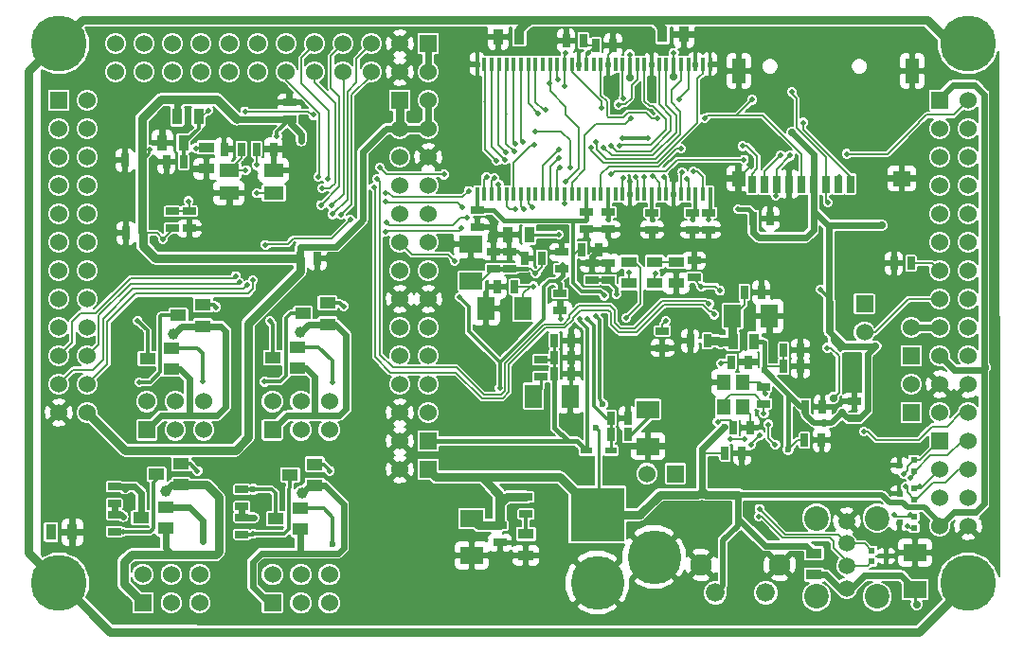
<source format=gbl>
G04 (created by PCBNEW-RS274X (2011-05-31)-stable) date Fri 07 Oct 2011 02:27:11 PM COT*
G01*
G70*
G90*
%MOIN*%
G04 Gerber Fmt 3.4, Leading zero omitted, Abs format*
%FSLAX34Y34*%
G04 APERTURE LIST*
%ADD10C,0.006000*%
%ADD11C,0.196900*%
%ADD12R,0.039300X0.023600*%
%ADD13R,0.026000X0.062000*%
%ADD14R,0.062000X0.054000*%
%ADD15R,0.046000X0.086000*%
%ADD16R,0.046000X0.054000*%
%ADD17R,0.055000X0.035000*%
%ADD18R,0.025000X0.045000*%
%ADD19R,0.045000X0.025000*%
%ADD20R,0.060000X0.060000*%
%ADD21C,0.060000*%
%ADD22C,0.066000*%
%ADD23C,0.076000*%
%ADD24R,0.060000X0.080000*%
%ADD25R,0.080000X0.060000*%
%ADD26R,0.035000X0.055000*%
%ADD27R,0.023600X0.019600*%
%ADD28C,0.086600*%
%ADD29C,0.059100*%
%ADD30C,0.189000*%
%ADD31R,0.189000X0.189000*%
%ADD32R,0.012600X0.046000*%
%ADD33R,0.047200X0.055100*%
%ADD34R,0.070900X0.047200*%
%ADD35R,0.055100X0.039300*%
%ADD36C,0.019700*%
%ADD37C,0.023600*%
%ADD38C,0.039400*%
%ADD39C,0.027600*%
%ADD40C,0.005900*%
%ADD41C,0.007900*%
%ADD42C,0.011800*%
%ADD43C,0.023600*%
%ADD44C,0.031500*%
%ADD45C,0.015700*%
%ADD46C,0.011400*%
%ADD47C,0.019700*%
G04 APERTURE END LIST*
G54D10*
G54D11*
X66500Y-53500D03*
X34500Y-34500D03*
X34500Y-53500D03*
X66500Y-34499D03*
G54D12*
X53059Y-48839D03*
X53925Y-48839D03*
G54D13*
X62356Y-39449D03*
X61926Y-39449D03*
X61496Y-39449D03*
X61056Y-39449D03*
X60626Y-39449D03*
X60196Y-39449D03*
X59756Y-39449D03*
X59326Y-39449D03*
X58896Y-39449D03*
G54D14*
X64166Y-39249D03*
G54D15*
X64526Y-35469D03*
X58426Y-35469D03*
G54D16*
X58416Y-39249D03*
G54D17*
X54563Y-42192D03*
X54563Y-42942D03*
G54D18*
X64493Y-42244D03*
X63893Y-42244D03*
G54D19*
X62496Y-47706D03*
X62496Y-47106D03*
G54D20*
X65500Y-36500D03*
G54D21*
X66500Y-36500D03*
X65500Y-37500D03*
X66500Y-37500D03*
X65500Y-38500D03*
X66500Y-38500D03*
X65500Y-39500D03*
X66500Y-39500D03*
X65500Y-40500D03*
X66500Y-40500D03*
X65500Y-41500D03*
X66500Y-41500D03*
X65500Y-42500D03*
X66500Y-42500D03*
X65500Y-43500D03*
X66500Y-43500D03*
X65500Y-44500D03*
X66500Y-44500D03*
X65500Y-45500D03*
X66500Y-45500D03*
X65500Y-46500D03*
X66500Y-46500D03*
X65500Y-47500D03*
X66500Y-47500D03*
G54D22*
X57607Y-53847D03*
X59377Y-53847D03*
G54D23*
X57107Y-52867D03*
X59867Y-52867D03*
G54D24*
X51200Y-46921D03*
X52500Y-46921D03*
G54D25*
X55236Y-47385D03*
X55236Y-48685D03*
G54D24*
X50839Y-43835D03*
X49539Y-43835D03*
G54D25*
X49008Y-42867D03*
X49008Y-41567D03*
G54D18*
X53401Y-34567D03*
X54001Y-34567D03*
X52957Y-34390D03*
X52357Y-34390D03*
G54D19*
X49228Y-40369D03*
X49228Y-40969D03*
X56791Y-40452D03*
X56791Y-41052D03*
X57366Y-40452D03*
X57366Y-41052D03*
X53055Y-40448D03*
X53055Y-41048D03*
X53835Y-40448D03*
X53835Y-41048D03*
X55378Y-40452D03*
X55378Y-41052D03*
X55740Y-44625D03*
X55740Y-45225D03*
G54D18*
X50536Y-43067D03*
X49936Y-43067D03*
G54D19*
X50024Y-51480D03*
X50024Y-52080D03*
X50945Y-50480D03*
X50945Y-51080D03*
X51453Y-45642D03*
X51453Y-46242D03*
G54D18*
X51936Y-44961D03*
X52536Y-44961D03*
X51944Y-45556D03*
X52544Y-45556D03*
X51944Y-46143D03*
X52544Y-46143D03*
X53928Y-48272D03*
X54528Y-48272D03*
X53928Y-47697D03*
X54528Y-47697D03*
X58936Y-40657D03*
X59536Y-40657D03*
G54D19*
X52185Y-42446D03*
X52185Y-41846D03*
X53831Y-42831D03*
X53831Y-42231D03*
X53264Y-42831D03*
X53264Y-42231D03*
X50373Y-42419D03*
X50373Y-41819D03*
G54D18*
X51489Y-42055D03*
X50889Y-42055D03*
G54D19*
X49799Y-42419D03*
X49799Y-41819D03*
X52146Y-43302D03*
X52146Y-43902D03*
G54D18*
X52913Y-41756D03*
X53513Y-41756D03*
G54D19*
X56854Y-42745D03*
X56854Y-42145D03*
G54D20*
X65500Y-48500D03*
G54D21*
X66500Y-48500D03*
X65500Y-49500D03*
X66500Y-49500D03*
X65500Y-50500D03*
X66500Y-50500D03*
X65500Y-51500D03*
X66500Y-51500D03*
G54D20*
X64500Y-47500D03*
G54D21*
X64500Y-46500D03*
G54D20*
X64500Y-45500D03*
G54D21*
X64500Y-44500D03*
G54D20*
X47500Y-48500D03*
G54D21*
X46500Y-48500D03*
G54D20*
X47500Y-49500D03*
G54D21*
X46500Y-49500D03*
G54D20*
X62851Y-43673D03*
G54D21*
X62851Y-44673D03*
G54D24*
X58212Y-44091D03*
X59512Y-44091D03*
G54D19*
X59311Y-46586D03*
X59311Y-47186D03*
G54D18*
X58765Y-45717D03*
X58165Y-45717D03*
X57940Y-48929D03*
X58540Y-48929D03*
X60779Y-47287D03*
X61379Y-47287D03*
X59999Y-45307D03*
X60599Y-45307D03*
X60747Y-48469D03*
X61347Y-48469D03*
X59999Y-45878D03*
X60599Y-45878D03*
X57320Y-44969D03*
X56720Y-44969D03*
X58228Y-48031D03*
X58828Y-48031D03*
X58621Y-43264D03*
X59221Y-43264D03*
G54D20*
X46500Y-36500D03*
G54D21*
X47500Y-36500D03*
X46500Y-37500D03*
X47500Y-37500D03*
X46500Y-38500D03*
X47500Y-38500D03*
X46500Y-39500D03*
X47500Y-39500D03*
X46500Y-40500D03*
X47500Y-40500D03*
X46500Y-41500D03*
X47500Y-41500D03*
X46500Y-42500D03*
X47500Y-42500D03*
X46500Y-43500D03*
X47500Y-43500D03*
X46500Y-44500D03*
X47500Y-44500D03*
X46500Y-45500D03*
X47500Y-45500D03*
X46500Y-46500D03*
X47500Y-46500D03*
X46500Y-47500D03*
X47500Y-47500D03*
G54D17*
X61080Y-52463D03*
X61080Y-53213D03*
X56224Y-42946D03*
X56224Y-42196D03*
G54D26*
X58219Y-44988D03*
X58969Y-44988D03*
G54D17*
X55472Y-42946D03*
X55472Y-42196D03*
G54D25*
X64631Y-53733D03*
X64631Y-52433D03*
G54D27*
X64590Y-49166D03*
X64590Y-49558D03*
X64080Y-49362D03*
X63112Y-52748D03*
X63112Y-52356D03*
X63622Y-52552D03*
X64594Y-51178D03*
X64594Y-51570D03*
X64084Y-51374D03*
X64594Y-50158D03*
X64594Y-50550D03*
X64084Y-50354D03*
G54D28*
X61158Y-51221D03*
X63300Y-51221D03*
G54D29*
X62229Y-53689D03*
X62229Y-52902D03*
X62229Y-52114D03*
X62229Y-51327D03*
G54D28*
X63300Y-53976D03*
X61158Y-53976D03*
G54D30*
X53449Y-53492D03*
G54D31*
X53449Y-51092D03*
G54D30*
X55449Y-52592D03*
G54D32*
X57416Y-39800D03*
X57416Y-35220D03*
X57160Y-39800D03*
X57160Y-35220D03*
X56904Y-39800D03*
X56904Y-35220D03*
X56648Y-39800D03*
X56648Y-35220D03*
X56392Y-39800D03*
X56392Y-35220D03*
X56136Y-39800D03*
X56136Y-35220D03*
X55880Y-39800D03*
X55880Y-35220D03*
X55624Y-39800D03*
X55624Y-35220D03*
X55368Y-39800D03*
X55368Y-35220D03*
X55112Y-39800D03*
X55112Y-35220D03*
X54856Y-39800D03*
X54856Y-35220D03*
X54600Y-39800D03*
X54600Y-35220D03*
X54344Y-39800D03*
X54344Y-35220D03*
X54088Y-39800D03*
X54088Y-35220D03*
X53832Y-39800D03*
X53832Y-35220D03*
X53576Y-39800D03*
X53576Y-35220D03*
X53320Y-39800D03*
X53320Y-35220D03*
X53064Y-39800D03*
X53064Y-35220D03*
X52808Y-39800D03*
X52808Y-35220D03*
X52552Y-39800D03*
X52552Y-35220D03*
X52296Y-39800D03*
X52296Y-35220D03*
X52040Y-39800D03*
X52040Y-35220D03*
X51784Y-39800D03*
X51784Y-35220D03*
X51528Y-39800D03*
X51528Y-35220D03*
X51272Y-39800D03*
X51272Y-35220D03*
X51016Y-39800D03*
X51016Y-35220D03*
X50760Y-39800D03*
X50760Y-35220D03*
X50504Y-39800D03*
X50504Y-35220D03*
X50248Y-39800D03*
X50248Y-35220D03*
X49992Y-39800D03*
X49992Y-35220D03*
X49736Y-39800D03*
X49736Y-35220D03*
X49480Y-39800D03*
X49480Y-35220D03*
X49224Y-39800D03*
X49224Y-35220D03*
G54D33*
X57898Y-47299D03*
X57898Y-46433D03*
X58567Y-46433D03*
X58567Y-47299D03*
G54D17*
X50938Y-51779D03*
X50938Y-52529D03*
G54D26*
X51064Y-41240D03*
X50314Y-41240D03*
G54D20*
X56193Y-49654D03*
G54D21*
X55193Y-49654D03*
G54D26*
X50710Y-34260D03*
X49960Y-34260D03*
X34230Y-51713D03*
X34980Y-51713D03*
X55743Y-34181D03*
X56493Y-34181D03*
X38673Y-37070D03*
X39423Y-37070D03*
G54D17*
X39705Y-38914D03*
X39705Y-38164D03*
G54D26*
X38895Y-38011D03*
X38145Y-38011D03*
G54D18*
X40919Y-38216D03*
X40319Y-38216D03*
X41457Y-38216D03*
X42057Y-38216D03*
X38891Y-38665D03*
X38291Y-38665D03*
X42996Y-42066D03*
X43596Y-42066D03*
X37423Y-38610D03*
X36823Y-38610D03*
X37458Y-41173D03*
X36858Y-41173D03*
G54D19*
X39095Y-41012D03*
X39095Y-40412D03*
X38493Y-40412D03*
X38493Y-41012D03*
G54D25*
X49032Y-51232D03*
X49032Y-52532D03*
G54D20*
X34500Y-36500D03*
G54D21*
X35500Y-36500D03*
X34500Y-37500D03*
X35500Y-37500D03*
X34500Y-38500D03*
X35500Y-38500D03*
X34500Y-39500D03*
X35500Y-39500D03*
X34500Y-40500D03*
X35500Y-40500D03*
X34500Y-41500D03*
X35500Y-41500D03*
X34500Y-42500D03*
X35500Y-42500D03*
X34500Y-43500D03*
X35500Y-43500D03*
X34500Y-44500D03*
X35500Y-44500D03*
X34500Y-45500D03*
X35500Y-45500D03*
X34500Y-46500D03*
X35500Y-46500D03*
X34500Y-47500D03*
X35500Y-47500D03*
G54D20*
X47500Y-34500D03*
G54D21*
X47500Y-35500D03*
X46500Y-34500D03*
X46500Y-35500D03*
X45500Y-34500D03*
X45500Y-35500D03*
X44500Y-34500D03*
X44500Y-35500D03*
X43500Y-34500D03*
X43500Y-35500D03*
X42500Y-34500D03*
X42500Y-35500D03*
X41500Y-34500D03*
X41500Y-35500D03*
X40500Y-34500D03*
X40500Y-35500D03*
X39500Y-34500D03*
X39500Y-35500D03*
X38500Y-34500D03*
X38500Y-35500D03*
X37500Y-34500D03*
X37500Y-35500D03*
X36500Y-34500D03*
X36500Y-35500D03*
G54D34*
X42064Y-39755D03*
X40489Y-39755D03*
X40489Y-38968D03*
X42064Y-38968D03*
G54D19*
X42615Y-37170D03*
X42615Y-36570D03*
X36458Y-50709D03*
X36458Y-50109D03*
X36462Y-51090D03*
X36462Y-51690D03*
G54D35*
X38257Y-50830D03*
X38257Y-51578D03*
X37391Y-51204D03*
X38804Y-49299D03*
X38804Y-50047D03*
X37938Y-49673D03*
G54D19*
X40938Y-51192D03*
X40938Y-51792D03*
X40938Y-50804D03*
X40938Y-50204D03*
G54D35*
X43509Y-49319D03*
X43509Y-50067D03*
X42643Y-49693D03*
X43001Y-50866D03*
X43001Y-51614D03*
X42135Y-51240D03*
X38481Y-45219D03*
X38481Y-45967D03*
X37615Y-45593D03*
X39576Y-43702D03*
X39576Y-44450D03*
X38710Y-44076D03*
G54D20*
X37600Y-48109D03*
G54D21*
X37600Y-47109D03*
X38600Y-48109D03*
X38600Y-47109D03*
X39600Y-48109D03*
X39600Y-47109D03*
G54D20*
X42017Y-54204D03*
G54D21*
X42017Y-53204D03*
X43017Y-54204D03*
X43017Y-53204D03*
X44017Y-54204D03*
X44017Y-53204D03*
G54D20*
X37458Y-54201D03*
G54D21*
X37458Y-53201D03*
X38458Y-54201D03*
X38458Y-53201D03*
X39458Y-54201D03*
X39458Y-53201D03*
G54D20*
X42018Y-48109D03*
G54D21*
X42018Y-47109D03*
X43018Y-48109D03*
X43018Y-47109D03*
X44018Y-48109D03*
X44018Y-47109D03*
G54D35*
X43959Y-43637D03*
X43959Y-44385D03*
X43093Y-44011D03*
X42912Y-45188D03*
X42912Y-45936D03*
X42046Y-45562D03*
G54D36*
X49978Y-39462D03*
X51378Y-36969D03*
X51627Y-36836D03*
X49827Y-39240D03*
X49551Y-39213D03*
X50197Y-38602D03*
X50236Y-38327D03*
X50531Y-38307D03*
X50571Y-38031D03*
X50846Y-37972D03*
X52088Y-38242D03*
X52283Y-35984D03*
X52323Y-34823D03*
X53941Y-38106D03*
X53665Y-38154D03*
X53406Y-37976D03*
X56319Y-36457D03*
X55088Y-39183D03*
X54799Y-39193D03*
X54350Y-39230D03*
X56390Y-38205D03*
X52108Y-38521D03*
X52297Y-40116D03*
X59724Y-39862D03*
X60236Y-38445D03*
X60689Y-37283D03*
X62362Y-39370D03*
X60295Y-36201D03*
X61559Y-40106D03*
X48055Y-39113D03*
X45805Y-38863D03*
X39060Y-40051D03*
X39379Y-49555D03*
X44032Y-49555D03*
X40033Y-43785D03*
X44526Y-43751D03*
X39572Y-52031D03*
G54D37*
X44139Y-52118D03*
G54D36*
X39564Y-46400D03*
X44116Y-46416D03*
X43730Y-40188D03*
X44105Y-40213D03*
X43757Y-39594D03*
X44430Y-40538D03*
X44130Y-40513D03*
X41330Y-42838D03*
X41130Y-43013D03*
X40855Y-42913D03*
X40730Y-42688D03*
G54D38*
X38249Y-50275D03*
X43060Y-50334D03*
X38529Y-44743D03*
X43010Y-44676D03*
G54D36*
X45605Y-39563D03*
X57560Y-44043D03*
X43955Y-39263D03*
X57380Y-43663D03*
X45705Y-39263D03*
X43627Y-39196D03*
X46005Y-41138D03*
X48680Y-41013D03*
X48880Y-40638D03*
X46030Y-40813D03*
X46005Y-40063D03*
X48705Y-40263D03*
X41780Y-41588D03*
X44755Y-40713D03*
X39753Y-36850D03*
X36761Y-51165D03*
G54D37*
X41359Y-51197D03*
G54D36*
X57685Y-47827D03*
G54D39*
X57783Y-45051D03*
G54D36*
X58858Y-48634D03*
X59177Y-48287D03*
X58142Y-48421D03*
X58630Y-48429D03*
X59713Y-48630D03*
X59472Y-47921D03*
X64380Y-51488D03*
X64305Y-50113D03*
X59311Y-47535D03*
X59362Y-46831D03*
X61949Y-39213D03*
X50557Y-40328D03*
X51220Y-38071D03*
X49902Y-38622D03*
X51157Y-40264D03*
X50864Y-40325D03*
X52118Y-38850D03*
X52339Y-39366D03*
X51772Y-35886D03*
X52067Y-35768D03*
X56828Y-39014D03*
X56610Y-39270D03*
X54217Y-38083D03*
X53228Y-38181D03*
X56438Y-39025D03*
X55791Y-39193D03*
X55394Y-39177D03*
X54358Y-36441D03*
X54197Y-36650D03*
X54616Y-37136D03*
X53602Y-36752D03*
X55561Y-37145D03*
X46005Y-39763D03*
X48930Y-39688D03*
X59331Y-39646D03*
X59902Y-38425D03*
X43455Y-37013D03*
X41055Y-36888D03*
X58607Y-38590D03*
X53938Y-39110D03*
X51276Y-37583D03*
X52489Y-38858D03*
X62224Y-38386D03*
X58563Y-38110D03*
X58898Y-36476D03*
X57224Y-37126D03*
X54461Y-44165D03*
G54D39*
X61755Y-46988D03*
G54D36*
X61543Y-45220D03*
X46500Y-41500D03*
X48430Y-42163D03*
X62830Y-48163D03*
X64230Y-49663D03*
X64805Y-50088D03*
X64455Y-51113D03*
X63905Y-51113D03*
X64480Y-49788D03*
X55504Y-42591D03*
X37705Y-38238D03*
X42180Y-37763D03*
X43030Y-37938D03*
X42528Y-42066D03*
X38162Y-41385D03*
G54D38*
X40498Y-40372D03*
G54D39*
X63405Y-45488D03*
G54D36*
X43902Y-42066D03*
X41930Y-42588D03*
X45005Y-37963D03*
X58386Y-38394D03*
G54D37*
X52635Y-47894D03*
G54D36*
X39103Y-41330D03*
X43469Y-38417D03*
X60737Y-49457D03*
X48602Y-44075D03*
X56909Y-37854D03*
X57205Y-35787D03*
X55642Y-46858D03*
G54D39*
X63134Y-34370D03*
G54D36*
X52165Y-44185D03*
X54638Y-36717D03*
X60094Y-44807D03*
X61220Y-45492D03*
X59650Y-43146D03*
G54D39*
X57299Y-34677D03*
X51673Y-34587D03*
G54D36*
X54764Y-43339D03*
X53705Y-44091D03*
X53776Y-46126D03*
X55134Y-45031D03*
X55748Y-43350D03*
X56843Y-44488D03*
X62028Y-43736D03*
X61110Y-44705D03*
X60512Y-49169D03*
X60701Y-47878D03*
X63232Y-47134D03*
X55295Y-34803D03*
X58429Y-34358D03*
X54555Y-42563D03*
X53130Y-34823D03*
X59130Y-51163D03*
X57803Y-45768D03*
X59155Y-50888D03*
G54D39*
X64690Y-54264D03*
G54D36*
X41462Y-38779D03*
X41473Y-39775D03*
X41076Y-38956D03*
X37274Y-44266D03*
X36820Y-50189D03*
X36749Y-51689D03*
X39327Y-38185D03*
X37340Y-46428D03*
G54D37*
X41340Y-50193D03*
G54D36*
X41343Y-51764D03*
X41746Y-46412D03*
X41927Y-44270D03*
X53098Y-44185D03*
G54D37*
X53642Y-47209D03*
X53394Y-48035D03*
G54D36*
X53390Y-44091D03*
G54D37*
X57925Y-47988D03*
G54D36*
X54122Y-43327D03*
X51201Y-43051D03*
X51276Y-42594D03*
X57114Y-43051D03*
X57772Y-43209D03*
G54D39*
X63237Y-45161D03*
G54D36*
X48599Y-43425D03*
X50016Y-46630D03*
G54D39*
X60303Y-37630D03*
X61417Y-47858D03*
G54D37*
X59319Y-45992D03*
X60165Y-48803D03*
G54D39*
X62063Y-47508D03*
G54D36*
X61299Y-43161D03*
X61984Y-45252D03*
X52094Y-41228D03*
G54D39*
X63465Y-40902D03*
G54D36*
X58406Y-40335D03*
X52244Y-42283D03*
X52047Y-42874D03*
X54587Y-34882D03*
X56142Y-34823D03*
X53693Y-43378D03*
X53051Y-40701D03*
X53831Y-40701D03*
X55382Y-40705D03*
X57366Y-40705D03*
X56791Y-40705D03*
G54D39*
X56146Y-35669D03*
X54591Y-35685D03*
G54D36*
X54346Y-37846D03*
X55244Y-37846D03*
X52824Y-44189D03*
X55858Y-44268D03*
G54D40*
X49992Y-39800D02*
X49992Y-39476D01*
X49992Y-39476D02*
X49978Y-39462D01*
X51016Y-36607D02*
X51378Y-36969D01*
X51016Y-35220D02*
X51016Y-36607D01*
G54D41*
X51627Y-36836D02*
X51556Y-36836D01*
X51272Y-36552D02*
X51272Y-35220D01*
X51556Y-36836D02*
X51272Y-36552D01*
X49736Y-39800D02*
X49736Y-39331D01*
X49736Y-39331D02*
X49827Y-39240D01*
X49481Y-39283D02*
X49481Y-39420D01*
X49481Y-39420D02*
X49481Y-39799D01*
G54D40*
X49551Y-39213D02*
X49481Y-39283D01*
G54D41*
X49481Y-39799D02*
X49480Y-39800D01*
X49738Y-36732D02*
X49738Y-38143D01*
X49738Y-38143D02*
X50197Y-38602D01*
X49738Y-36754D02*
X49738Y-36732D01*
X49738Y-36732D02*
X49738Y-35222D01*
X49738Y-35222D02*
X49736Y-35220D01*
G54D40*
X49737Y-36753D02*
X49738Y-36754D01*
G54D41*
X49978Y-36549D02*
X49978Y-38069D01*
X49978Y-38069D02*
X50236Y-38327D01*
X49978Y-36549D02*
X49978Y-35234D01*
X49978Y-35234D02*
X49992Y-35220D01*
G54D40*
X49978Y-36549D02*
X49993Y-36534D01*
G54D41*
X50246Y-36974D02*
X50246Y-38022D01*
X50246Y-38022D02*
X50531Y-38307D01*
X50246Y-36974D02*
X50246Y-35222D01*
X50246Y-35222D02*
X50248Y-35220D01*
G54D40*
X50249Y-36971D02*
X50246Y-36974D01*
G54D41*
X50498Y-36811D02*
X50498Y-37958D01*
X50498Y-37958D02*
X50571Y-38031D01*
X50498Y-36825D02*
X50498Y-36811D01*
X50498Y-36811D02*
X50498Y-35226D01*
X50498Y-35226D02*
X50504Y-35220D01*
G54D40*
X50505Y-36818D02*
X50498Y-36825D01*
G54D41*
X50773Y-36628D02*
X50773Y-37899D01*
X50773Y-37899D02*
X50846Y-37972D01*
X50773Y-36628D02*
X50773Y-35233D01*
X50773Y-35233D02*
X50760Y-35220D01*
G54D40*
X50761Y-36616D02*
X50773Y-36628D01*
G54D41*
X51528Y-39800D02*
X51528Y-38802D01*
X51528Y-38802D02*
X52088Y-38242D01*
X52296Y-35971D02*
X52296Y-35220D01*
X52283Y-35984D02*
X52296Y-35971D01*
G54D40*
X52323Y-34823D02*
X52296Y-34850D01*
X52296Y-34850D02*
X52296Y-35220D01*
X52297Y-35221D02*
X52296Y-35220D01*
X55622Y-36645D02*
X55622Y-35222D01*
X53941Y-38106D02*
X54130Y-38295D01*
X54130Y-38295D02*
X55324Y-38295D01*
X55324Y-38295D02*
X56045Y-37574D01*
X56045Y-37574D02*
X56045Y-37068D01*
X56045Y-37068D02*
X55622Y-36645D01*
X55622Y-35222D02*
X55624Y-35220D01*
X53959Y-38448D02*
X53665Y-38154D01*
X55877Y-35223D02*
X55881Y-35219D01*
X55881Y-35219D02*
X55880Y-35220D01*
X53959Y-38448D02*
X55394Y-38448D01*
X56218Y-37018D02*
X55877Y-36677D01*
X56218Y-37624D02*
X56218Y-37018D01*
X55394Y-38448D02*
X56218Y-37624D01*
X55877Y-36677D02*
X55877Y-35223D01*
G54D41*
X56374Y-37693D02*
X56374Y-36886D01*
G54D40*
X55496Y-38571D02*
X56374Y-37693D01*
X53772Y-38571D02*
X55496Y-38571D01*
X53445Y-38244D02*
X53772Y-38571D01*
X53445Y-38015D02*
X53445Y-38244D01*
X53406Y-37976D02*
X53445Y-38015D01*
G54D41*
X56392Y-35793D02*
X56392Y-35220D01*
X56063Y-36122D02*
X56392Y-35793D01*
X56063Y-36575D02*
X56063Y-36122D01*
X56374Y-36886D02*
X56063Y-36575D01*
G54D40*
X56374Y-35238D02*
X56392Y-35220D01*
G54D41*
X56648Y-36088D02*
X56319Y-36417D01*
X56319Y-36417D02*
X56319Y-36457D01*
X56648Y-36088D02*
X56648Y-35220D01*
G54D40*
X55112Y-39800D02*
X55112Y-39207D01*
X55112Y-39207D02*
X55088Y-39183D01*
X55110Y-39798D02*
X55112Y-39800D01*
G54D41*
X54799Y-39193D02*
X54799Y-39249D01*
X54856Y-39306D02*
X54856Y-39800D01*
X54799Y-39249D02*
X54856Y-39306D01*
X54840Y-39784D02*
X54856Y-39800D01*
G54D40*
X54344Y-39236D02*
X54344Y-39800D01*
X54350Y-39230D02*
X54344Y-39236D01*
X56390Y-38205D02*
X56218Y-38205D01*
X53576Y-39097D02*
X53576Y-39800D01*
X53851Y-38822D02*
X53576Y-39097D01*
X55601Y-38822D02*
X53851Y-38822D01*
X56218Y-38205D02*
X55601Y-38822D01*
G54D41*
X51784Y-39800D02*
X51784Y-38845D01*
X51784Y-38845D02*
X52108Y-38521D01*
G54D40*
X52297Y-40116D02*
X52297Y-39801D01*
X52297Y-39801D02*
X52296Y-39800D01*
X52297Y-40116D02*
X52296Y-40115D01*
G54D41*
X59756Y-39449D02*
X59756Y-38925D01*
X59756Y-38925D02*
X60236Y-38445D01*
X59756Y-39830D02*
X59756Y-39449D01*
X59724Y-39862D02*
X59756Y-39830D01*
G54D40*
X59783Y-38898D02*
X60236Y-38445D01*
X59783Y-39422D02*
X59756Y-39449D01*
X62356Y-39449D02*
X62356Y-39190D01*
X60689Y-37523D02*
X60689Y-37283D01*
X62356Y-39190D02*
X60689Y-37523D01*
X62356Y-39376D02*
X62356Y-39449D01*
X62362Y-39370D02*
X62356Y-39376D01*
X60403Y-36367D02*
X60295Y-36259D01*
X60295Y-36259D02*
X60295Y-36201D01*
X60403Y-36367D02*
X60403Y-36368D01*
X60394Y-36359D02*
X60403Y-36368D01*
X60403Y-36368D02*
X60453Y-36418D01*
X60453Y-36418D02*
X60453Y-37459D01*
X60453Y-37459D02*
X61496Y-38502D01*
X61496Y-38502D02*
X61496Y-39449D01*
X61496Y-40043D02*
X61496Y-39449D01*
X61559Y-40106D02*
X61496Y-40043D01*
X48055Y-39113D02*
X48030Y-39088D01*
X48030Y-39088D02*
X46030Y-39088D01*
X46030Y-39088D02*
X45805Y-38863D01*
X39095Y-40412D02*
X39095Y-40086D01*
X39095Y-40086D02*
X39060Y-40051D01*
X38493Y-40412D02*
X39095Y-40412D01*
G54D42*
X39379Y-49555D02*
X39123Y-49299D01*
X39123Y-49299D02*
X38804Y-49299D01*
X43509Y-49319D02*
X43816Y-49319D01*
X44032Y-49535D02*
X44032Y-49555D01*
X43816Y-49319D02*
X44032Y-49535D01*
X39576Y-43702D02*
X39950Y-43702D01*
X39950Y-43702D02*
X40033Y-43785D01*
X43959Y-43637D02*
X44400Y-43637D01*
X44514Y-43751D02*
X44526Y-43751D01*
X44400Y-43637D02*
X44514Y-43751D01*
G54D43*
X38257Y-50830D02*
X39095Y-50830D01*
X39095Y-50830D02*
X39572Y-51307D01*
X39572Y-51307D02*
X39572Y-52031D01*
G54D42*
X43001Y-50866D02*
X43820Y-50866D01*
X44139Y-51185D02*
X44139Y-52118D01*
X43820Y-50866D02*
X44139Y-51185D01*
X38481Y-45219D02*
X39378Y-45219D01*
X39564Y-45405D02*
X39564Y-46400D01*
X39378Y-45219D02*
X39564Y-45405D01*
X42912Y-45188D02*
X43641Y-45188D01*
X44116Y-45663D02*
X44116Y-46416D01*
X43641Y-45188D02*
X44116Y-45663D01*
G54D40*
X44080Y-34920D02*
X44500Y-34500D01*
X44080Y-36063D02*
X44080Y-34920D01*
X44380Y-36363D02*
X44080Y-36063D01*
X44380Y-39538D02*
X44380Y-36363D01*
X43730Y-40188D02*
X44380Y-39538D01*
X44530Y-35530D02*
X44500Y-35500D01*
X44530Y-39788D02*
X44530Y-35530D01*
X44105Y-40213D02*
X44530Y-39788D01*
X44234Y-38663D02*
X44234Y-36592D01*
X44184Y-39463D02*
X44234Y-39413D01*
X44234Y-39413D02*
X44234Y-38663D01*
X44032Y-39598D02*
X44045Y-39598D01*
X43761Y-39598D02*
X44032Y-39598D01*
X43757Y-39594D02*
X43761Y-39598D01*
X44045Y-39598D02*
X44180Y-39463D01*
X44180Y-39463D02*
X44184Y-39463D01*
X43500Y-35858D02*
X43500Y-35500D01*
X44234Y-36592D02*
X43500Y-35858D01*
X45500Y-35500D02*
X45500Y-35618D01*
X44805Y-40163D02*
X44430Y-40538D01*
X44805Y-36313D02*
X44805Y-40163D01*
X45500Y-35618D02*
X44805Y-36313D01*
X44980Y-35020D02*
X45500Y-34500D01*
X44980Y-35863D02*
X44980Y-35020D01*
X44655Y-36188D02*
X44980Y-35863D01*
X44655Y-39988D02*
X44655Y-36188D01*
X44130Y-40513D02*
X44655Y-39988D01*
G54D41*
X36205Y-45795D02*
X35500Y-46500D01*
X36205Y-44313D02*
X36205Y-45795D01*
X37205Y-43313D02*
X36205Y-44313D01*
X41155Y-43313D02*
X37205Y-43313D01*
X41330Y-43138D02*
X41155Y-43313D01*
X41330Y-43013D02*
X41330Y-43138D01*
X41330Y-42838D02*
X41330Y-43013D01*
X35012Y-45988D02*
X34500Y-46500D01*
X35705Y-45988D02*
X35012Y-45988D01*
X36055Y-45638D02*
X35705Y-45988D01*
X36055Y-44188D02*
X36055Y-45638D01*
X37105Y-43138D02*
X36055Y-44188D01*
X41005Y-43138D02*
X37105Y-43138D01*
X41130Y-43013D02*
X41005Y-43138D01*
X35914Y-45086D02*
X35500Y-45500D01*
X35914Y-44079D02*
X35914Y-45086D01*
X37030Y-42963D02*
X35914Y-44079D01*
X40805Y-42963D02*
X37030Y-42963D01*
X40855Y-42913D02*
X40805Y-42963D01*
X34980Y-45020D02*
X34500Y-45500D01*
X34980Y-44288D02*
X34980Y-45020D01*
X35280Y-43988D02*
X34980Y-44288D01*
X35805Y-43988D02*
X35280Y-43988D01*
X37030Y-42763D02*
X35805Y-43988D01*
X40655Y-42763D02*
X37030Y-42763D01*
X40730Y-42688D02*
X40655Y-42763D01*
G54D43*
X38257Y-51578D02*
X38257Y-52260D01*
X38257Y-52260D02*
X38505Y-52508D01*
X38804Y-50047D02*
X38477Y-50047D01*
X38477Y-50047D02*
X38249Y-50275D01*
G54D44*
X38804Y-50047D02*
X39704Y-50047D01*
X36792Y-53535D02*
X37458Y-54201D01*
X36792Y-52768D02*
X36792Y-53535D01*
X37052Y-52508D02*
X36792Y-52768D01*
X40021Y-52508D02*
X38505Y-52508D01*
X38505Y-52508D02*
X37052Y-52508D01*
X40127Y-52402D02*
X40021Y-52508D01*
X40127Y-50470D02*
X40127Y-52402D01*
X39704Y-50047D02*
X40127Y-50470D01*
G54D43*
X43001Y-51614D02*
X43001Y-52449D01*
X43001Y-52449D02*
X42997Y-52453D01*
X43509Y-50067D02*
X43852Y-50067D01*
X41902Y-54204D02*
X42017Y-54204D01*
X41320Y-53622D02*
X41902Y-54204D01*
X41320Y-52753D02*
X41320Y-53622D01*
X41620Y-52453D02*
X41320Y-52753D01*
X44327Y-52453D02*
X42997Y-52453D01*
X42997Y-52453D02*
X41620Y-52453D01*
X44517Y-52263D02*
X44327Y-52453D01*
X44517Y-50732D02*
X44517Y-52263D01*
X43852Y-50067D02*
X44517Y-50732D01*
X43509Y-50067D02*
X43327Y-50067D01*
X43327Y-50067D02*
X43060Y-50334D01*
X39576Y-44450D02*
X38822Y-44450D01*
X38822Y-44450D02*
X38529Y-44743D01*
X40379Y-45243D02*
X40379Y-44627D01*
X40379Y-45243D02*
X40379Y-47290D01*
X40379Y-47290D02*
X40056Y-47613D01*
X39104Y-47613D02*
X40056Y-47613D01*
X40202Y-44450D02*
X39576Y-44450D01*
X40379Y-44627D02*
X40202Y-44450D01*
X38481Y-45967D02*
X38761Y-45967D01*
X39104Y-46310D02*
X39104Y-47613D01*
X38761Y-45967D02*
X39104Y-46310D01*
X38096Y-47613D02*
X37600Y-48109D01*
X39104Y-47613D02*
X38096Y-47613D01*
X42912Y-45936D02*
X43207Y-45936D01*
X43514Y-46243D02*
X43514Y-47605D01*
X43207Y-45936D02*
X43514Y-46243D01*
X43959Y-44385D02*
X44223Y-44385D01*
X42522Y-47605D02*
X42018Y-48109D01*
X44369Y-47605D02*
X43514Y-47605D01*
X43514Y-47605D02*
X42522Y-47605D01*
X44609Y-47365D02*
X44369Y-47605D01*
X44609Y-44771D02*
X44609Y-47365D01*
X44223Y-44385D02*
X44609Y-44771D01*
X43301Y-44385D02*
X43959Y-44385D01*
X43010Y-44676D02*
X43301Y-44385D01*
G54D40*
X49730Y-47004D02*
X49396Y-47004D01*
X45630Y-39588D02*
X45605Y-39563D01*
X45630Y-45538D02*
X45630Y-39588D01*
X46180Y-46088D02*
X45630Y-45538D01*
X48480Y-46088D02*
X46180Y-46088D01*
X49396Y-47004D02*
X48480Y-46088D01*
X52591Y-44217D02*
X52591Y-44229D01*
X52591Y-44229D02*
X52308Y-44512D01*
X52308Y-44512D02*
X51642Y-44512D01*
X51642Y-44512D02*
X50343Y-45811D01*
X50343Y-45811D02*
X50343Y-46776D01*
X50343Y-46776D02*
X50115Y-47004D01*
X50115Y-47004D02*
X49730Y-47004D01*
X49730Y-47004D02*
X49729Y-47004D01*
X52591Y-44153D02*
X52591Y-44217D01*
X52860Y-43884D02*
X52591Y-44153D01*
X53831Y-43884D02*
X52860Y-43884D01*
X53921Y-43974D02*
X53831Y-43884D01*
X53921Y-44389D02*
X53921Y-43974D01*
X54212Y-44680D02*
X53921Y-44389D01*
X54824Y-44680D02*
X54212Y-44680D01*
X55800Y-43704D02*
X54824Y-44680D01*
X57153Y-43704D02*
X55800Y-43704D01*
X57382Y-43933D02*
X57153Y-43704D01*
X57450Y-43933D02*
X57382Y-43933D01*
X57560Y-44043D02*
X57450Y-43933D01*
X44005Y-38913D02*
X44005Y-39213D01*
X44005Y-39213D02*
X43955Y-39263D01*
X43500Y-34500D02*
X43500Y-34543D01*
X44005Y-36863D02*
X44005Y-38913D01*
X44005Y-38913D02*
X44005Y-38938D01*
X43030Y-35888D02*
X44005Y-36863D01*
X43030Y-35013D02*
X43030Y-35888D01*
X43500Y-34543D02*
X43030Y-35013D01*
X49729Y-47004D02*
X49721Y-47004D01*
X57355Y-43663D02*
X57380Y-43663D01*
X57255Y-43563D02*
X57355Y-43663D01*
X55730Y-43563D02*
X57255Y-43563D01*
X54755Y-44538D02*
X55730Y-43563D01*
X54255Y-44538D02*
X54755Y-44538D01*
X54055Y-44338D02*
X54255Y-44538D01*
X54055Y-43888D02*
X54055Y-44338D01*
X53905Y-43738D02*
X54055Y-43888D01*
X52805Y-43738D02*
X53905Y-43738D01*
X52470Y-44073D02*
X52805Y-43738D01*
X52470Y-44173D02*
X52470Y-44073D01*
X52255Y-44388D02*
X52470Y-44173D01*
X51573Y-44388D02*
X52255Y-44388D01*
X50205Y-45756D02*
X51573Y-44388D01*
X50205Y-46730D02*
X50205Y-45756D01*
X50072Y-46863D02*
X50205Y-46730D01*
X49455Y-46863D02*
X50072Y-46863D01*
X48505Y-45913D02*
X49455Y-46863D01*
X46255Y-45913D02*
X48505Y-45913D01*
X45805Y-45463D02*
X46255Y-45913D01*
X45805Y-39363D02*
X45805Y-45463D01*
X45705Y-39263D02*
X45805Y-39363D01*
X43627Y-39196D02*
X43627Y-39166D01*
X43627Y-39166D02*
X43680Y-39113D01*
X43680Y-39113D02*
X43680Y-36963D01*
X43680Y-36963D02*
X42500Y-35783D01*
X42500Y-35783D02*
X42500Y-35500D01*
X46055Y-41088D02*
X46005Y-41138D01*
X48605Y-41088D02*
X46055Y-41088D01*
X48680Y-41013D02*
X48605Y-41088D01*
X48630Y-40638D02*
X48880Y-40638D01*
X48355Y-40913D02*
X48630Y-40638D01*
X46130Y-40913D02*
X48355Y-40913D01*
X46030Y-40813D02*
X46130Y-40913D01*
X46030Y-40088D02*
X46005Y-40063D01*
X48530Y-40088D02*
X46030Y-40088D01*
X48705Y-40263D02*
X48530Y-40088D01*
X44105Y-41363D02*
X44755Y-40713D01*
X42755Y-41363D02*
X44105Y-41363D01*
X42555Y-41563D02*
X42755Y-41363D01*
X41805Y-41563D02*
X42555Y-41563D01*
X41780Y-41588D02*
X41805Y-41563D01*
X44755Y-40713D02*
X44755Y-40738D01*
G54D42*
X38895Y-38011D02*
X38895Y-38661D01*
X38895Y-38661D02*
X38891Y-38665D01*
X39423Y-37070D02*
X39423Y-37483D01*
X39423Y-37483D02*
X38895Y-38011D01*
G54D41*
X39533Y-37070D02*
X39423Y-37070D01*
X39753Y-36850D02*
X39533Y-37070D01*
G54D43*
X36458Y-50709D02*
X36458Y-51086D01*
X36458Y-51086D02*
X36462Y-51090D01*
X36462Y-51090D02*
X36686Y-51090D01*
X36686Y-51090D02*
X36761Y-51165D01*
X40938Y-50804D02*
X40938Y-51192D01*
X40938Y-51192D02*
X41354Y-51192D01*
X41354Y-51192D02*
X41359Y-51197D01*
G54D41*
X58177Y-47756D02*
X58177Y-47980D01*
X58177Y-47980D02*
X58228Y-48031D01*
X58083Y-47756D02*
X58177Y-47756D01*
X58177Y-47756D02*
X58170Y-47756D01*
X58083Y-47756D02*
X57756Y-47756D01*
X57756Y-47756D02*
X57685Y-47827D01*
X58621Y-43264D02*
X58621Y-43682D01*
X58621Y-43682D02*
X58212Y-44091D01*
G54D44*
X58212Y-44091D02*
X58212Y-44981D01*
G54D41*
X58212Y-44981D02*
X58219Y-44988D01*
G54D44*
X57320Y-44969D02*
X57701Y-44969D01*
G54D41*
X57701Y-44969D02*
X57783Y-45051D01*
G54D44*
X58219Y-44988D02*
X57846Y-44988D01*
G54D45*
X57846Y-44988D02*
X57783Y-45051D01*
G54D41*
X58858Y-48606D02*
X58858Y-48634D01*
X59177Y-48287D02*
X58858Y-48606D01*
G54D40*
X58622Y-48421D02*
X58142Y-48421D01*
X58630Y-48429D02*
X58622Y-48421D01*
X59472Y-48389D02*
X59472Y-47921D01*
X59713Y-48630D02*
X59472Y-48389D01*
X64462Y-51570D02*
X64594Y-51570D01*
X64380Y-51488D02*
X64462Y-51570D01*
X64355Y-50311D02*
X64594Y-50550D01*
X64355Y-50163D02*
X64355Y-50311D01*
X64305Y-50113D02*
X64355Y-50163D01*
X64594Y-50550D02*
X64668Y-50550D01*
X66168Y-49500D02*
X66500Y-49500D01*
X65705Y-49963D02*
X66168Y-49500D01*
X65255Y-49963D02*
X65705Y-49963D01*
X64668Y-50550D02*
X65255Y-49963D01*
X59311Y-47535D02*
X59311Y-47186D01*
X57898Y-47299D02*
X57898Y-47094D01*
X57898Y-47094D02*
X58126Y-46866D01*
X58126Y-46866D02*
X58991Y-46866D01*
X58991Y-46866D02*
X59311Y-47186D01*
X59311Y-46780D02*
X59311Y-46586D01*
X59362Y-46831D02*
X59311Y-46780D01*
X58567Y-46433D02*
X59158Y-46433D01*
X59158Y-46433D02*
X59311Y-46586D01*
X61926Y-39236D02*
X61926Y-39449D01*
X61949Y-39213D02*
X61926Y-39236D01*
X50557Y-40328D02*
X50352Y-40328D01*
X50248Y-40224D02*
X50248Y-39800D01*
X50352Y-40328D02*
X50248Y-40224D01*
G54D41*
X50504Y-38689D02*
X50504Y-39800D01*
X51102Y-38091D02*
X50504Y-38689D01*
X51200Y-38091D02*
X51102Y-38091D01*
X51220Y-38071D02*
X51200Y-38091D01*
X49498Y-36535D02*
X49498Y-38218D01*
X49498Y-38218D02*
X49902Y-38622D01*
X49498Y-36549D02*
X49498Y-36535D01*
X49498Y-36535D02*
X49498Y-35238D01*
X49498Y-35238D02*
X49480Y-35220D01*
G54D40*
X49498Y-36549D02*
X49481Y-36532D01*
X51016Y-40123D02*
X51016Y-39800D01*
X51157Y-40264D02*
X51016Y-40123D01*
X50760Y-39800D02*
X50760Y-40221D01*
X50760Y-40221D02*
X50864Y-40325D01*
G54D41*
X52118Y-38850D02*
X52118Y-38872D01*
X52040Y-38950D02*
X52040Y-39800D01*
X52118Y-38872D02*
X52040Y-38950D01*
G54D40*
X52337Y-36723D02*
X52337Y-36990D01*
X52808Y-38897D02*
X52339Y-39366D01*
X52808Y-37461D02*
X52808Y-38897D01*
X52337Y-36990D02*
X52808Y-37461D01*
X51784Y-35220D02*
X51784Y-35874D01*
X51784Y-35874D02*
X51772Y-35886D01*
X51784Y-35220D02*
X51784Y-36170D01*
X51784Y-36170D02*
X52337Y-36723D01*
X52337Y-36723D02*
X52339Y-36725D01*
G54D41*
X52040Y-35220D02*
X52040Y-35760D01*
X52048Y-35768D02*
X52067Y-35768D01*
X52040Y-35760D02*
X52048Y-35768D01*
X56828Y-39014D02*
X56974Y-39014D01*
X57160Y-39200D02*
X57160Y-39800D01*
X56974Y-39014D02*
X57160Y-39200D01*
G54D40*
X56648Y-39308D02*
X56648Y-39800D01*
X56610Y-39270D02*
X56648Y-39308D01*
X55110Y-36518D02*
X55110Y-35222D01*
X55872Y-37152D02*
X55413Y-36693D01*
X55413Y-36693D02*
X55285Y-36693D01*
X55285Y-36693D02*
X55110Y-36518D01*
X55872Y-37526D02*
X55872Y-37152D01*
X55110Y-35222D02*
X55112Y-35220D01*
X55331Y-38067D02*
X55872Y-37526D01*
X54233Y-38067D02*
X55331Y-38067D01*
X54217Y-38083D02*
X54233Y-38067D01*
X55872Y-37526D02*
X55875Y-37523D01*
X57110Y-35604D02*
X57113Y-35604D01*
X56969Y-35745D02*
X57110Y-35604D01*
X53228Y-38181D02*
X53228Y-38255D01*
X56969Y-37282D02*
X56969Y-36054D01*
X55554Y-38697D02*
X56969Y-37282D01*
X53670Y-38697D02*
X55554Y-38697D01*
X53228Y-38255D02*
X53670Y-38697D01*
X56969Y-36054D02*
X56969Y-35745D01*
X57160Y-35557D02*
X57160Y-35220D01*
X57113Y-35604D02*
X57160Y-35557D01*
X57157Y-35223D02*
X57160Y-35220D01*
X56392Y-39800D02*
X56392Y-39128D01*
G54D41*
X56438Y-39082D02*
X56392Y-39128D01*
X56438Y-39025D02*
X56438Y-39082D01*
X55791Y-39193D02*
X55793Y-39193D01*
X55880Y-39280D02*
X55880Y-39800D01*
X55793Y-39193D02*
X55880Y-39280D01*
X55394Y-39177D02*
X55417Y-39177D01*
X55624Y-39384D02*
X55624Y-39800D01*
X55417Y-39177D02*
X55624Y-39384D01*
G54D40*
X54344Y-35220D02*
X54344Y-36427D01*
X54344Y-36427D02*
X54358Y-36441D01*
X54426Y-36642D02*
X54205Y-36642D01*
X54650Y-36418D02*
X54426Y-36642D01*
G54D41*
X54856Y-35220D02*
X54856Y-35755D01*
X54856Y-35755D02*
X54650Y-35961D01*
G54D40*
X54650Y-35961D02*
X54650Y-36418D01*
X54205Y-36642D02*
X54197Y-36650D01*
X54848Y-35228D02*
X54856Y-35220D01*
X53451Y-37328D02*
X53405Y-37328D01*
X53451Y-37328D02*
X54424Y-37328D01*
X54424Y-37328D02*
X54616Y-37136D01*
X52552Y-39398D02*
X52552Y-39800D01*
X53005Y-38945D02*
X52552Y-39398D01*
X53005Y-37728D02*
X53005Y-38945D01*
X53405Y-37328D02*
X53005Y-37728D01*
G54D41*
X52552Y-35220D02*
X52552Y-35485D01*
X53602Y-36535D02*
X53602Y-36752D01*
X52552Y-35485D02*
X53602Y-36535D01*
G54D40*
X54051Y-37087D02*
X53847Y-37087D01*
X55373Y-37145D02*
X55169Y-36941D01*
X55169Y-36941D02*
X54516Y-36941D01*
X54516Y-36941D02*
X54370Y-37087D01*
X54370Y-37087D02*
X54051Y-37087D01*
X55561Y-37145D02*
X55373Y-37145D01*
X53576Y-36323D02*
X53576Y-35220D01*
X53791Y-36538D02*
X53576Y-36323D01*
X53791Y-37031D02*
X53791Y-36538D01*
X53847Y-37087D02*
X53791Y-37031D01*
X46105Y-39763D02*
X46005Y-39763D01*
X46255Y-39913D02*
X46105Y-39763D01*
X48705Y-39913D02*
X46255Y-39913D01*
X48930Y-39688D02*
X48705Y-39913D01*
X59326Y-39449D02*
X59326Y-39001D01*
X59326Y-39001D02*
X59902Y-38425D01*
X59326Y-39641D02*
X59326Y-39449D01*
X59331Y-39646D02*
X59326Y-39641D01*
X43405Y-37013D02*
X43455Y-37013D01*
X43280Y-36888D02*
X43405Y-37013D01*
X41055Y-36888D02*
X43280Y-36888D01*
X58607Y-38590D02*
X58604Y-38587D01*
X58604Y-38587D02*
X56260Y-38587D01*
X56260Y-38587D02*
X55863Y-38984D01*
X55863Y-38984D02*
X54064Y-38984D01*
X54064Y-38984D02*
X53938Y-39110D01*
X52178Y-37583D02*
X51276Y-37583D01*
X52489Y-37894D02*
X52178Y-37583D01*
X52489Y-38858D02*
X52489Y-37894D01*
X64764Y-37284D02*
X64764Y-37279D01*
X63662Y-38386D02*
X64764Y-37284D01*
X62224Y-38386D02*
X63662Y-38386D01*
X65987Y-37013D02*
X66500Y-36500D01*
X65030Y-37013D02*
X65987Y-37013D01*
X64764Y-37279D02*
X65030Y-37013D01*
G54D41*
X58563Y-38110D02*
X58713Y-38110D01*
X58896Y-39085D02*
X58896Y-39449D01*
X59072Y-38909D02*
X58896Y-39085D01*
X59072Y-38469D02*
X59072Y-38909D01*
X58713Y-38110D02*
X59072Y-38469D01*
G54D40*
X60626Y-39449D02*
X60626Y-38390D01*
X59264Y-37028D02*
X58287Y-37028D01*
X60626Y-38390D02*
X59264Y-37028D01*
X57322Y-37028D02*
X58189Y-37028D01*
X57224Y-37126D02*
X57322Y-37028D01*
X58346Y-37028D02*
X58287Y-37028D01*
X58287Y-37028D02*
X58189Y-37028D01*
X58898Y-36476D02*
X58346Y-37028D01*
X54969Y-43657D02*
X54461Y-44165D01*
X54969Y-42383D02*
X54969Y-43657D01*
X54778Y-42192D02*
X54969Y-42383D01*
X54563Y-42192D02*
X54778Y-42192D01*
G54D43*
X65500Y-44500D02*
X64500Y-44500D01*
G54D40*
X65500Y-43500D02*
X64393Y-43500D01*
X63220Y-44673D02*
X62851Y-44673D01*
X64393Y-43500D02*
X63220Y-44673D01*
G54D41*
X62851Y-44673D02*
X62851Y-44629D01*
G54D40*
X62851Y-44673D02*
X62851Y-44665D01*
X64493Y-42244D02*
X65244Y-42244D01*
X65244Y-42244D02*
X65500Y-42500D01*
G54D41*
X61959Y-46784D02*
X61959Y-45510D01*
X61755Y-46988D02*
X61959Y-46784D01*
G54D40*
X61543Y-45220D02*
X61669Y-45220D01*
X61669Y-45220D02*
X61959Y-45510D01*
X61959Y-45510D02*
X61965Y-45516D01*
X46500Y-41500D02*
X46938Y-41938D01*
X48205Y-41938D02*
X48430Y-42163D01*
X46938Y-41938D02*
X48205Y-41938D01*
G54D41*
X66500Y-47500D02*
X66243Y-47500D01*
X62955Y-48163D02*
X62830Y-48163D01*
X63255Y-48463D02*
X62955Y-48163D01*
X64755Y-48463D02*
X63255Y-48463D01*
X65230Y-47988D02*
X64755Y-48463D01*
X65755Y-47988D02*
X65230Y-47988D01*
X66243Y-47500D02*
X65755Y-47988D01*
G54D40*
X64355Y-49401D02*
X64590Y-49166D01*
X64355Y-49538D02*
X64355Y-49401D01*
X64230Y-49663D02*
X64355Y-49538D01*
X64590Y-49166D02*
X64802Y-49166D01*
X64802Y-49166D02*
X65468Y-48500D01*
X65468Y-48500D02*
X65500Y-48500D01*
X64735Y-50158D02*
X64594Y-50158D01*
X64805Y-50088D02*
X64735Y-50158D01*
X64594Y-50158D02*
X64842Y-50158D01*
X64842Y-50158D02*
X65500Y-49500D01*
X64520Y-51178D02*
X64594Y-51178D01*
X64455Y-51113D02*
X64520Y-51178D01*
X63970Y-51178D02*
X64594Y-51178D01*
X63905Y-51113D02*
X63970Y-51178D01*
X64590Y-49558D02*
X64590Y-49678D01*
X64590Y-49678D02*
X64480Y-49788D01*
X66500Y-48500D02*
X66293Y-48500D01*
X66293Y-48500D02*
X65780Y-49013D01*
X65780Y-49013D02*
X65180Y-49013D01*
X65180Y-49013D02*
X64635Y-49558D01*
X64635Y-49558D02*
X64590Y-49558D01*
X55472Y-42623D02*
X55472Y-42946D01*
X55504Y-42591D02*
X55472Y-42623D01*
G54D43*
X40762Y-37170D02*
X42615Y-37170D01*
G54D44*
X38855Y-36463D02*
X40055Y-36463D01*
X40055Y-36463D02*
X40762Y-37170D01*
X35500Y-47500D02*
X35503Y-47500D01*
X42996Y-42521D02*
X42996Y-42066D01*
X41156Y-44361D02*
X42996Y-42521D01*
X41156Y-48381D02*
X41156Y-44361D01*
X40715Y-48822D02*
X41156Y-48381D01*
X36825Y-48822D02*
X40715Y-48822D01*
X35503Y-47500D02*
X36825Y-48822D01*
G54D46*
X37655Y-38378D02*
X37423Y-38610D01*
X37655Y-38188D02*
X37655Y-38378D01*
X37705Y-38238D02*
X37655Y-38188D01*
G54D42*
X42180Y-37763D02*
X42180Y-37605D01*
X42180Y-37605D02*
X42615Y-37170D01*
G54D43*
X42615Y-37170D02*
X42615Y-37273D01*
X43030Y-37688D02*
X43030Y-37938D01*
X42615Y-37273D02*
X43030Y-37688D01*
X38673Y-37070D02*
X38673Y-36645D01*
X38673Y-36645D02*
X38855Y-36463D01*
G54D44*
X37423Y-37665D02*
X37423Y-37145D01*
X37423Y-38610D02*
X37423Y-37665D01*
X38105Y-36463D02*
X38855Y-36463D01*
X37423Y-37145D02*
X38105Y-36463D01*
G54D43*
X47500Y-35500D02*
X47500Y-34500D01*
X47500Y-37500D02*
X47500Y-36500D01*
X47500Y-37500D02*
X46500Y-37500D01*
X44198Y-41653D02*
X44265Y-41653D01*
X44265Y-41653D02*
X45205Y-40713D01*
X45205Y-40713D02*
X45205Y-38313D01*
X45205Y-38313D02*
X46018Y-37500D01*
X46018Y-37500D02*
X46500Y-37500D01*
X42996Y-42066D02*
X42996Y-41665D01*
X42996Y-41653D02*
X42996Y-41665D01*
X44198Y-41653D02*
X42996Y-41653D01*
G54D44*
X46500Y-36500D02*
X46500Y-37500D01*
G54D43*
X37458Y-41588D02*
X37458Y-41619D01*
G54D44*
X37458Y-41619D02*
X37905Y-42066D01*
X37905Y-42066D02*
X42528Y-42066D01*
G54D40*
X38493Y-41012D02*
X38493Y-41054D01*
X38493Y-41054D02*
X38162Y-41385D01*
X37950Y-41173D02*
X37458Y-41173D01*
X38162Y-41385D02*
X37950Y-41173D01*
G54D44*
X37458Y-41173D02*
X37458Y-41588D01*
X42528Y-42066D02*
X42996Y-42066D01*
X37423Y-38610D02*
X37423Y-41138D01*
G54D43*
X37423Y-41138D02*
X37458Y-41173D01*
X40489Y-39755D02*
X40489Y-40363D01*
X40489Y-40363D02*
X40498Y-40372D01*
G54D46*
X43596Y-42066D02*
X43902Y-42066D01*
X43902Y-42066D02*
X43905Y-42063D01*
G54D41*
X58386Y-38394D02*
X58485Y-38394D01*
X58824Y-38841D02*
X58416Y-39249D01*
X58824Y-38501D02*
X58824Y-38841D01*
X58673Y-38350D02*
X58824Y-38501D01*
X58529Y-38350D02*
X58673Y-38350D01*
X58485Y-38394D02*
X58529Y-38350D01*
G54D42*
X50373Y-41819D02*
X50653Y-41819D01*
X50653Y-41819D02*
X50889Y-42055D01*
X52500Y-46921D02*
X52500Y-47759D01*
X52500Y-47759D02*
X52635Y-47894D01*
G54D41*
X39103Y-41330D02*
X39103Y-41334D01*
X43469Y-38417D02*
X43473Y-38417D01*
G54D42*
X48602Y-44075D02*
X48602Y-44055D01*
G54D41*
X58828Y-48031D02*
X58828Y-47560D01*
X58828Y-47560D02*
X58567Y-47299D01*
G54D44*
X52354Y-47067D02*
X52500Y-46921D01*
G54D46*
X52146Y-44166D02*
X52146Y-43902D01*
G54D40*
X52165Y-44185D02*
X52146Y-44166D01*
G54D45*
X60599Y-45307D02*
X60599Y-45878D01*
X51870Y-34390D02*
X52357Y-34390D01*
X51673Y-34587D02*
X51870Y-34390D01*
G54D43*
X53264Y-42231D02*
X53264Y-42005D01*
X53264Y-42005D02*
X53513Y-41756D01*
G54D41*
X53832Y-35220D02*
X53832Y-34908D01*
X54001Y-34739D02*
X54001Y-34567D01*
X53832Y-34908D02*
X54001Y-34739D01*
X55368Y-34876D02*
X55368Y-35220D01*
X55295Y-34803D02*
X55368Y-34876D01*
X58426Y-35469D02*
X58426Y-34361D01*
X58426Y-34361D02*
X58429Y-34358D01*
G54D44*
X34500Y-53500D02*
X34582Y-53500D01*
X64773Y-55227D02*
X66500Y-53500D01*
X36309Y-55227D02*
X64773Y-55227D01*
X34582Y-53500D02*
X36309Y-55227D01*
X34500Y-34500D02*
X34422Y-34500D01*
X33447Y-52447D02*
X34500Y-53500D01*
X33447Y-35475D02*
X33447Y-52447D01*
X34422Y-34500D02*
X33447Y-35475D01*
X33855Y-52855D02*
X34500Y-53500D01*
X33855Y-52855D02*
X34500Y-53500D01*
X55743Y-34181D02*
X55743Y-33951D01*
X55743Y-33951D02*
X55455Y-33663D01*
X50710Y-34260D02*
X50710Y-34008D01*
X50710Y-34008D02*
X51055Y-33663D01*
X66000Y-34499D02*
X65891Y-34499D01*
X35337Y-33663D02*
X34500Y-34500D01*
X65055Y-33663D02*
X55455Y-33663D01*
X55455Y-33663D02*
X51055Y-33663D01*
X51055Y-33663D02*
X35337Y-33663D01*
X65891Y-34499D02*
X65055Y-33663D01*
X61158Y-53976D02*
X61249Y-53976D01*
G54D40*
X55472Y-42196D02*
X56224Y-42196D01*
G54D42*
X50945Y-51080D02*
X50945Y-51772D01*
X50945Y-51772D02*
X50938Y-51779D01*
X54528Y-48272D02*
X54669Y-48272D01*
X55236Y-47705D02*
X55236Y-47385D01*
X54669Y-48272D02*
X55236Y-47705D01*
G54D46*
X51453Y-46242D02*
X51453Y-46668D01*
X51453Y-46668D02*
X51200Y-46921D01*
G54D40*
X54563Y-42942D02*
X54563Y-42571D01*
X54563Y-42571D02*
X54555Y-42563D01*
G54D41*
X53401Y-34567D02*
X53134Y-34567D01*
X53134Y-34567D02*
X52957Y-34390D01*
X53401Y-34567D02*
X53386Y-34567D01*
X53386Y-34567D02*
X53130Y-34823D01*
X53064Y-35220D02*
X53064Y-34889D01*
X53064Y-34889D02*
X53130Y-34823D01*
G54D40*
X62229Y-52902D02*
X62229Y-52737D01*
X59230Y-51163D02*
X59130Y-51163D01*
X59980Y-51913D02*
X59230Y-51163D01*
X61630Y-51913D02*
X59980Y-51913D01*
X61755Y-52038D02*
X61630Y-51913D01*
X61755Y-52263D02*
X61755Y-52038D01*
X62229Y-52737D02*
X61755Y-52263D01*
X62229Y-52902D02*
X62958Y-52902D01*
X62958Y-52902D02*
X63112Y-52748D01*
X57854Y-45717D02*
X58165Y-45717D01*
X57803Y-45768D02*
X57854Y-45717D01*
X62229Y-52087D02*
X61930Y-51788D01*
X61930Y-51788D02*
X60055Y-51788D01*
X60055Y-51788D02*
X59355Y-51088D01*
X62229Y-52087D02*
X62229Y-52114D01*
X59155Y-50888D02*
X59355Y-51088D01*
X62229Y-52114D02*
X62870Y-52114D01*
X62870Y-52114D02*
X63112Y-52356D01*
G54D43*
X61080Y-53213D02*
X61505Y-53213D01*
X61981Y-53689D02*
X62229Y-53689D01*
X61505Y-53213D02*
X61981Y-53689D01*
G54D46*
X64631Y-53733D02*
X64631Y-54205D01*
X64631Y-54205D02*
X64690Y-54264D01*
G54D43*
X62229Y-53689D02*
X62383Y-53689D01*
X64130Y-53232D02*
X64631Y-53733D01*
X62840Y-53232D02*
X64130Y-53232D01*
X62383Y-53689D02*
X62840Y-53232D01*
G54D40*
X41457Y-38216D02*
X41457Y-38774D01*
X41457Y-38774D02*
X41462Y-38779D01*
X41493Y-39755D02*
X42064Y-39755D01*
X41473Y-39775D02*
X41493Y-39755D01*
X40919Y-38216D02*
X40919Y-38538D01*
X40919Y-38538D02*
X40489Y-38968D01*
X41064Y-38968D02*
X40489Y-38968D01*
X41076Y-38956D02*
X41064Y-38968D01*
G54D42*
X37615Y-45593D02*
X37615Y-44607D01*
X37615Y-44607D02*
X37274Y-44266D01*
G54D43*
X36820Y-50189D02*
X36740Y-50109D01*
X36740Y-50109D02*
X36458Y-50109D01*
X37391Y-51204D02*
X37391Y-50330D01*
X37391Y-50330D02*
X37170Y-50109D01*
X37170Y-50109D02*
X36458Y-50109D01*
G54D42*
X36462Y-51690D02*
X36748Y-51690D01*
X36748Y-51690D02*
X36749Y-51689D01*
X37938Y-49673D02*
X37938Y-49858D01*
X37938Y-49858D02*
X37847Y-49949D01*
X37847Y-49949D02*
X37847Y-51571D01*
X37847Y-51571D02*
X37729Y-51689D01*
X37729Y-51689D02*
X36749Y-51689D01*
G54D40*
X39348Y-38164D02*
X39705Y-38164D01*
X39327Y-38185D02*
X39348Y-38164D01*
G54D42*
X38710Y-44076D02*
X38082Y-44076D01*
X37715Y-46428D02*
X37340Y-46428D01*
X38069Y-46074D02*
X37715Y-46428D01*
X38069Y-44089D02*
X38069Y-46074D01*
X38082Y-44076D02*
X38069Y-44089D01*
X41329Y-50204D02*
X40938Y-50204D01*
X41340Y-50193D02*
X41329Y-50204D01*
X42135Y-51240D02*
X42135Y-50347D01*
X41992Y-50204D02*
X40938Y-50204D01*
X42135Y-50347D02*
X41992Y-50204D01*
X42643Y-49693D02*
X42643Y-50129D01*
X42418Y-51764D02*
X41343Y-51764D01*
X42588Y-51594D02*
X42418Y-51764D01*
X42588Y-50184D02*
X42588Y-51594D01*
X42643Y-50129D02*
X42588Y-50184D01*
X41315Y-51792D02*
X40938Y-51792D01*
X41343Y-51764D02*
X41315Y-51792D01*
X43093Y-44011D02*
X42655Y-44011D01*
X42286Y-46412D02*
X41746Y-46412D01*
X42506Y-46192D02*
X42286Y-46412D01*
X42506Y-44160D02*
X42506Y-46192D01*
X42655Y-44011D02*
X42506Y-44160D01*
X42046Y-45562D02*
X42046Y-44389D01*
X42046Y-44389D02*
X41927Y-44270D01*
X53928Y-47697D02*
X53777Y-47697D01*
X53099Y-44185D02*
X53098Y-44185D01*
X53343Y-44429D02*
X53099Y-44185D01*
X53343Y-47263D02*
X53343Y-44429D01*
X53777Y-47697D02*
X53343Y-47263D01*
G54D46*
X53928Y-48272D02*
X53928Y-47697D01*
X53925Y-48839D02*
X53925Y-48275D01*
X53925Y-48275D02*
X53928Y-48272D01*
G54D43*
X65500Y-45500D02*
X65517Y-45500D01*
X67105Y-45863D02*
X67055Y-45863D01*
X67105Y-45938D02*
X67105Y-45863D01*
X67055Y-45988D02*
X67105Y-45938D01*
X66005Y-45988D02*
X67055Y-45988D01*
X65517Y-45500D02*
X66005Y-45988D01*
X65500Y-36500D02*
X65500Y-36418D01*
X65987Y-51013D02*
X65500Y-51500D01*
X66755Y-51013D02*
X65987Y-51013D01*
X67055Y-50713D02*
X66755Y-51013D01*
X67055Y-36288D02*
X67055Y-45863D01*
X67055Y-45863D02*
X67055Y-50713D01*
X66730Y-35963D02*
X67055Y-36288D01*
X65955Y-35963D02*
X66730Y-35963D01*
X65500Y-36418D02*
X65955Y-35963D01*
G54D47*
X58383Y-51213D02*
X58383Y-51485D01*
X57855Y-53599D02*
X57607Y-53847D01*
X57855Y-52013D02*
X57855Y-53599D01*
X58383Y-51485D02*
X57855Y-52013D01*
X65500Y-51500D02*
X65500Y-51383D01*
X63480Y-50413D02*
X58383Y-50413D01*
X63730Y-50663D02*
X63480Y-50413D01*
X64205Y-50663D02*
X63730Y-50663D01*
X64380Y-50838D02*
X64205Y-50663D01*
X64955Y-50838D02*
X64380Y-50838D01*
X65500Y-51383D02*
X64955Y-50838D01*
G54D43*
X58383Y-50382D02*
X58383Y-50413D01*
X58383Y-50413D02*
X58383Y-51213D01*
X58383Y-51213D02*
X58383Y-51216D01*
X60805Y-52188D02*
X61080Y-52463D01*
X59355Y-52188D02*
X60805Y-52188D01*
X58383Y-51216D02*
X59355Y-52188D01*
G54D44*
X49080Y-49776D02*
X49393Y-49776D01*
X50005Y-51313D02*
X50024Y-51313D01*
X50005Y-50388D02*
X50005Y-51313D01*
X49393Y-49776D02*
X50005Y-50388D01*
X50730Y-49776D02*
X49080Y-49776D01*
X49080Y-49776D02*
X47776Y-49776D01*
X47776Y-49776D02*
X47500Y-49500D01*
G54D45*
X50730Y-49785D02*
X50730Y-49776D01*
X50730Y-49776D02*
X50730Y-49785D01*
G54D42*
X53394Y-48035D02*
X53484Y-48125D01*
G54D46*
X53449Y-51092D02*
X53484Y-51057D01*
X53484Y-48125D02*
X53484Y-51057D01*
G54D42*
X53390Y-44102D02*
X53532Y-44244D01*
X53532Y-44244D02*
X53532Y-47004D01*
X53532Y-47004D02*
X53642Y-47209D01*
X53390Y-44091D02*
X53390Y-44102D01*
G54D44*
X50024Y-51480D02*
X49280Y-51480D01*
X49280Y-51480D02*
X49032Y-51232D01*
X50024Y-51480D02*
X50024Y-51313D01*
X50024Y-51313D02*
X50024Y-50705D01*
X50024Y-50705D02*
X50249Y-50480D01*
X50249Y-50480D02*
X50945Y-50480D01*
G54D42*
X50730Y-49785D02*
X50730Y-49785D01*
X50730Y-49785D02*
X50721Y-49776D01*
G54D44*
X50721Y-49776D02*
X52133Y-49776D01*
X52133Y-49776D02*
X53449Y-51092D01*
X54945Y-51097D02*
X53454Y-51097D01*
X53454Y-51097D02*
X53449Y-51092D01*
X54950Y-51092D02*
X54945Y-51097D01*
X54945Y-51097D02*
X55660Y-50382D01*
G54D45*
X58350Y-50382D02*
X58383Y-50382D01*
X58383Y-50382D02*
X58433Y-50382D01*
G54D41*
X57940Y-48929D02*
X57181Y-48929D01*
X57181Y-48929D02*
X57134Y-48976D01*
G54D44*
X57134Y-50260D02*
X57256Y-50382D01*
G54D43*
X57134Y-48779D02*
X57134Y-48976D01*
X57134Y-48976D02*
X57134Y-50260D01*
X57925Y-47988D02*
X57134Y-48779D01*
G54D44*
X55660Y-50382D02*
X56961Y-50382D01*
G54D45*
X56791Y-50382D02*
X56961Y-50382D01*
G54D43*
X56961Y-50382D02*
X57256Y-50382D01*
G54D44*
X57256Y-50382D02*
X57678Y-50382D01*
X57678Y-50382D02*
X58350Y-50382D01*
X58350Y-50382D02*
X58410Y-50382D01*
G54D42*
X53264Y-42831D02*
X53831Y-42831D01*
X53831Y-42831D02*
X54122Y-43122D01*
X54122Y-43122D02*
X54122Y-43327D01*
G54D40*
X50536Y-43067D02*
X51185Y-43067D01*
X51185Y-43067D02*
X51201Y-43051D01*
X50839Y-43835D02*
X50839Y-43298D01*
X51086Y-43051D02*
X51201Y-43051D01*
X50839Y-43298D02*
X51086Y-43051D01*
X51489Y-42055D02*
X51489Y-42381D01*
X51489Y-42381D02*
X51276Y-42594D01*
G54D45*
X49799Y-42419D02*
X50373Y-42419D01*
G54D41*
X51101Y-42419D02*
X50948Y-42419D01*
X51276Y-42594D02*
X51101Y-42419D01*
X49008Y-42867D02*
X49351Y-42867D01*
X49351Y-42867D02*
X49799Y-42419D01*
G54D45*
X49799Y-42419D02*
X50948Y-42419D01*
G54D41*
X56854Y-42745D02*
X56854Y-42791D01*
X56854Y-42791D02*
X57114Y-43051D01*
X57614Y-43051D02*
X57114Y-43051D01*
X57772Y-43209D02*
X57614Y-43051D01*
G54D47*
X60779Y-47287D02*
X60614Y-47287D01*
X60614Y-47287D02*
X59319Y-45992D01*
G54D43*
X61605Y-40902D02*
X61605Y-44638D01*
X62128Y-45161D02*
X63237Y-45161D01*
X61605Y-44638D02*
X62128Y-45161D01*
X62662Y-47706D02*
X62496Y-47706D01*
X63237Y-45161D02*
X62955Y-45443D01*
X62955Y-45443D02*
X62955Y-47413D01*
X62955Y-47413D02*
X62662Y-47706D01*
G54D42*
X48926Y-44642D02*
X50016Y-45732D01*
X48926Y-43752D02*
X48926Y-44642D01*
X48599Y-43425D02*
X48926Y-43752D01*
X52047Y-42874D02*
X51749Y-42874D01*
X50016Y-45732D02*
X50016Y-46630D01*
X51560Y-44188D02*
X50016Y-45732D01*
X51560Y-43063D02*
X51560Y-44188D01*
X51749Y-42874D02*
X51560Y-43063D01*
G54D43*
X61056Y-38383D02*
X61056Y-39449D01*
X60303Y-37630D02*
X61056Y-38383D01*
G54D47*
X61417Y-47858D02*
X61713Y-47858D01*
X61713Y-47858D02*
X62063Y-47508D01*
X60779Y-47287D02*
X60779Y-47571D01*
X61066Y-47858D02*
X61417Y-47858D01*
X60779Y-47571D02*
X61066Y-47858D01*
G54D41*
X60747Y-48469D02*
X60499Y-48469D01*
X60499Y-48469D02*
X60165Y-48803D01*
X59999Y-45878D02*
X59433Y-45878D01*
X59433Y-45878D02*
X59319Y-45992D01*
X59999Y-45307D02*
X59999Y-45878D01*
G54D45*
X58969Y-44988D02*
X59276Y-44988D01*
X59319Y-45031D02*
X59319Y-45992D01*
X59276Y-44988D02*
X59319Y-45031D01*
X59319Y-45992D02*
X60165Y-46838D01*
X60165Y-46838D02*
X60165Y-48803D01*
G54D47*
X62261Y-47706D02*
X62496Y-47706D01*
X62063Y-47508D02*
X62261Y-47706D01*
G54D46*
X61693Y-43555D02*
X61299Y-43161D01*
X61693Y-44961D02*
X61693Y-43555D01*
X61984Y-45252D02*
X61693Y-44961D01*
G54D43*
X58936Y-40657D02*
X58936Y-41153D01*
X61055Y-40224D02*
X61056Y-40224D01*
X61055Y-41067D02*
X61055Y-40224D01*
X60787Y-41335D02*
X61055Y-41067D01*
X59118Y-41335D02*
X60787Y-41335D01*
X58936Y-41153D02*
X59118Y-41335D01*
G54D46*
X51064Y-41240D02*
X52082Y-41240D01*
G54D41*
X52082Y-41240D02*
X52094Y-41228D01*
G54D45*
X52244Y-42283D02*
X52244Y-42677D01*
X52244Y-42677D02*
X52047Y-42874D01*
G54D43*
X61056Y-39449D02*
X61056Y-40224D01*
X61056Y-40224D02*
X61056Y-40398D01*
X61560Y-40902D02*
X61605Y-40902D01*
X61605Y-40902D02*
X63465Y-40902D01*
X61056Y-40398D02*
X61560Y-40902D01*
G54D45*
X61056Y-39905D02*
X61056Y-39449D01*
X58936Y-40657D02*
X58936Y-40507D01*
X58764Y-40335D02*
X58406Y-40335D01*
X58936Y-40507D02*
X58764Y-40335D01*
G54D40*
X52185Y-42342D02*
X52185Y-42446D01*
X52244Y-42283D02*
X52185Y-42342D01*
G54D45*
X52146Y-43302D02*
X52146Y-42973D01*
X52146Y-42973D02*
X52047Y-42874D01*
G54D41*
X54600Y-34895D02*
X54600Y-35220D01*
X54587Y-34882D02*
X54600Y-34895D01*
G54D40*
X56136Y-34829D02*
X56136Y-35220D01*
X56142Y-34823D02*
X56136Y-34829D01*
X52913Y-41756D02*
X52788Y-41756D01*
X52788Y-41756D02*
X52583Y-41961D01*
G54D42*
X52583Y-42918D02*
X52583Y-41961D01*
X52583Y-41961D02*
X52583Y-40728D01*
X52908Y-43243D02*
X52583Y-42918D01*
X53558Y-43243D02*
X52908Y-43243D01*
X53693Y-43378D02*
X53558Y-43243D01*
G54D45*
X49228Y-40369D02*
X49795Y-40369D01*
X53024Y-40728D02*
X53051Y-40701D01*
X50154Y-40728D02*
X52583Y-40728D01*
X52583Y-40728D02*
X53024Y-40728D01*
X49795Y-40369D02*
X50154Y-40728D01*
G54D42*
X49224Y-39800D02*
X49224Y-40365D01*
X49224Y-40365D02*
X49228Y-40369D01*
G54D45*
X53055Y-40697D02*
X53055Y-40448D01*
X53051Y-40701D02*
X53055Y-40697D01*
X53835Y-40697D02*
X53835Y-40448D01*
X53831Y-40701D02*
X53835Y-40697D01*
X55378Y-40701D02*
X55378Y-40452D01*
X55382Y-40705D02*
X55378Y-40701D01*
G54D42*
X57366Y-40452D02*
X57366Y-40705D01*
G54D45*
X56791Y-40705D02*
X56791Y-40452D01*
G54D42*
X53064Y-39800D02*
X53064Y-40439D01*
X53064Y-40439D02*
X53055Y-40448D01*
X53832Y-39800D02*
X53832Y-40445D01*
X53832Y-40445D02*
X53835Y-40448D01*
X55368Y-39800D02*
X55368Y-40442D01*
X55368Y-40442D02*
X55378Y-40452D01*
X56904Y-39800D02*
X56904Y-40339D01*
X56904Y-40339D02*
X56791Y-40452D01*
X57416Y-39800D02*
X57416Y-40402D01*
X57416Y-40402D02*
X57366Y-40452D01*
X56136Y-35220D02*
X56136Y-35659D01*
X56136Y-35659D02*
X56146Y-35669D01*
X54600Y-35676D02*
X54600Y-35220D01*
X54591Y-35685D02*
X54600Y-35676D01*
X54346Y-37846D02*
X55244Y-37846D01*
G54D45*
X51944Y-46143D02*
X51944Y-48027D01*
X51944Y-48027D02*
X52417Y-48500D01*
X47500Y-48500D02*
X52417Y-48500D01*
X52417Y-48500D02*
X52720Y-48500D01*
X52720Y-48500D02*
X53059Y-48839D01*
G54D42*
X52824Y-44189D02*
X52824Y-44273D01*
X53095Y-48803D02*
X53059Y-48839D01*
X53095Y-44544D02*
X53095Y-48803D01*
X52824Y-44273D02*
X53095Y-44544D01*
G54D46*
X51944Y-45556D02*
X51944Y-44969D01*
X51944Y-44969D02*
X51936Y-44961D01*
X51453Y-45642D02*
X51842Y-45642D01*
X51842Y-45642D02*
X51928Y-45556D01*
X51928Y-45556D02*
X51944Y-45556D01*
X51944Y-45556D02*
X51944Y-46143D01*
X51936Y-44961D02*
X51936Y-45548D01*
X51936Y-45548D02*
X51842Y-45642D01*
G54D41*
X55740Y-44386D02*
X55740Y-44625D01*
X55858Y-44268D02*
X55740Y-44386D01*
G54D10*
G36*
X44549Y-40725D02*
X44048Y-41226D01*
X42755Y-41226D01*
X42754Y-41226D01*
X42741Y-41228D01*
X42703Y-41236D01*
X42701Y-41236D01*
X42701Y-41237D01*
X42690Y-41244D01*
X42658Y-41266D01*
X42656Y-41268D01*
X42647Y-41277D01*
X42647Y-39250D01*
X42647Y-39159D01*
X42647Y-39095D01*
X42647Y-38841D01*
X42647Y-38777D01*
X42647Y-38686D01*
X42612Y-38602D01*
X42547Y-38538D01*
X42463Y-38503D01*
X42404Y-38503D01*
X42411Y-38487D01*
X42411Y-38396D01*
X42411Y-38343D01*
X42354Y-38286D01*
X42119Y-38286D01*
X42119Y-38613D01*
X42134Y-38628D01*
X42134Y-38898D01*
X42590Y-38898D01*
X42647Y-38841D01*
X42647Y-39095D01*
X42590Y-39038D01*
X42164Y-39038D01*
X42134Y-39038D01*
X41995Y-39038D01*
X41994Y-39038D01*
X41994Y-38898D01*
X41994Y-38868D01*
X41994Y-38614D01*
X41995Y-38613D01*
X41995Y-38286D01*
X41760Y-38286D01*
X41703Y-38343D01*
X41703Y-38396D01*
X41703Y-38487D01*
X41709Y-38503D01*
X41673Y-38503D01*
X41690Y-38463D01*
X41690Y-38420D01*
X41690Y-37970D01*
X41674Y-37930D01*
X41644Y-37900D01*
X41604Y-37883D01*
X41561Y-37883D01*
X41311Y-37883D01*
X41271Y-37899D01*
X41241Y-37929D01*
X41224Y-37969D01*
X41224Y-38012D01*
X41224Y-38462D01*
X41240Y-38502D01*
X41270Y-38532D01*
X41310Y-38549D01*
X41320Y-38549D01*
X41320Y-38629D01*
X41287Y-38662D01*
X41256Y-38738D01*
X41256Y-38820D01*
X41287Y-38896D01*
X41345Y-38954D01*
X41421Y-38985D01*
X41481Y-38985D01*
X41481Y-39068D01*
X41508Y-39068D01*
X41481Y-39095D01*
X41481Y-39159D01*
X41481Y-39250D01*
X41516Y-39334D01*
X41581Y-39398D01*
X41649Y-39426D01*
X41649Y-39427D01*
X41619Y-39457D01*
X41602Y-39497D01*
X41602Y-39540D01*
X41602Y-39612D01*
X41590Y-39600D01*
X41514Y-39569D01*
X41432Y-39569D01*
X41356Y-39600D01*
X41298Y-39658D01*
X41267Y-39734D01*
X41267Y-39816D01*
X41298Y-39892D01*
X41356Y-39950D01*
X41432Y-39981D01*
X41514Y-39981D01*
X41590Y-39950D01*
X41602Y-39938D01*
X41602Y-40012D01*
X41618Y-40052D01*
X41648Y-40082D01*
X41688Y-40099D01*
X41731Y-40099D01*
X42439Y-40099D01*
X42479Y-40083D01*
X42509Y-40053D01*
X42526Y-40013D01*
X42526Y-39970D01*
X42526Y-39498D01*
X42510Y-39458D01*
X42480Y-39428D01*
X42477Y-39426D01*
X42547Y-39398D01*
X42612Y-39334D01*
X42647Y-39250D01*
X42647Y-41277D01*
X42498Y-41426D01*
X41910Y-41426D01*
X41897Y-41413D01*
X41821Y-41382D01*
X41739Y-41382D01*
X41663Y-41413D01*
X41605Y-41471D01*
X41574Y-41547D01*
X41574Y-41629D01*
X41605Y-41705D01*
X41663Y-41763D01*
X41739Y-41794D01*
X41821Y-41794D01*
X41897Y-41763D01*
X41955Y-41705D01*
X41957Y-41700D01*
X42555Y-41700D01*
X42607Y-41690D01*
X42608Y-41690D01*
X42652Y-41660D01*
X42811Y-41500D01*
X42831Y-41500D01*
X42787Y-41567D01*
X42770Y-41653D01*
X42770Y-41665D01*
X42770Y-41801D01*
X42528Y-41801D01*
X41072Y-41801D01*
X41072Y-40037D01*
X41072Y-39946D01*
X41072Y-39882D01*
X41015Y-39825D01*
X40559Y-39825D01*
X40559Y-40163D01*
X40616Y-40220D01*
X40888Y-40220D01*
X40972Y-40185D01*
X41037Y-40121D01*
X41072Y-40037D01*
X41072Y-41801D01*
X40419Y-41801D01*
X40419Y-40163D01*
X40419Y-39825D01*
X39963Y-39825D01*
X39906Y-39882D01*
X39906Y-39946D01*
X39906Y-40037D01*
X39941Y-40121D01*
X40006Y-40185D01*
X40090Y-40220D01*
X40362Y-40220D01*
X40419Y-40163D01*
X40419Y-41801D01*
X39635Y-41801D01*
X39635Y-39261D01*
X39635Y-38984D01*
X39635Y-38844D01*
X39635Y-38567D01*
X39578Y-38510D01*
X39475Y-38510D01*
X39384Y-38510D01*
X39300Y-38545D01*
X39236Y-38610D01*
X39201Y-38694D01*
X39201Y-38787D01*
X39258Y-38844D01*
X39635Y-38844D01*
X39635Y-38984D01*
X39258Y-38984D01*
X39201Y-39041D01*
X39201Y-39134D01*
X39236Y-39218D01*
X39300Y-39283D01*
X39384Y-39318D01*
X39475Y-39318D01*
X39578Y-39318D01*
X39635Y-39261D01*
X39635Y-41801D01*
X39549Y-41801D01*
X39549Y-41182D01*
X39549Y-41131D01*
X39549Y-40893D01*
X39549Y-40842D01*
X39514Y-40758D01*
X39450Y-40693D01*
X39428Y-40683D01*
X39428Y-40559D01*
X39428Y-40516D01*
X39428Y-40266D01*
X39412Y-40226D01*
X39382Y-40196D01*
X39342Y-40179D01*
X39299Y-40179D01*
X39232Y-40179D01*
X39232Y-40171D01*
X39235Y-40168D01*
X39266Y-40092D01*
X39266Y-40010D01*
X39235Y-39934D01*
X39177Y-39876D01*
X39101Y-39845D01*
X39019Y-39845D01*
X38943Y-39876D01*
X38885Y-39934D01*
X38854Y-40010D01*
X38854Y-40092D01*
X38885Y-40168D01*
X38896Y-40179D01*
X38849Y-40179D01*
X38809Y-40195D01*
X38794Y-40210D01*
X38780Y-40196D01*
X38740Y-40179D01*
X38697Y-40179D01*
X38645Y-40179D01*
X38645Y-38936D01*
X38645Y-38845D01*
X38645Y-38792D01*
X38588Y-38735D01*
X38353Y-38735D01*
X38353Y-39062D01*
X38410Y-39119D01*
X38461Y-39119D01*
X38545Y-39084D01*
X38610Y-39020D01*
X38645Y-38936D01*
X38645Y-40179D01*
X38247Y-40179D01*
X38229Y-40186D01*
X38229Y-39062D01*
X38229Y-38735D01*
X37994Y-38735D01*
X37937Y-38792D01*
X37937Y-38845D01*
X37937Y-38936D01*
X37972Y-39020D01*
X38037Y-39084D01*
X38121Y-39119D01*
X38172Y-39119D01*
X38229Y-39062D01*
X38229Y-40186D01*
X38207Y-40195D01*
X38177Y-40225D01*
X38160Y-40265D01*
X38160Y-40308D01*
X38160Y-40558D01*
X38176Y-40598D01*
X38206Y-40628D01*
X38246Y-40645D01*
X38289Y-40645D01*
X38739Y-40645D01*
X38779Y-40629D01*
X38794Y-40614D01*
X38808Y-40628D01*
X38848Y-40645D01*
X38891Y-40645D01*
X39341Y-40645D01*
X39381Y-40629D01*
X39411Y-40599D01*
X39428Y-40559D01*
X39428Y-40683D01*
X39366Y-40658D01*
X39275Y-40658D01*
X39222Y-40658D01*
X39165Y-40715D01*
X39165Y-40950D01*
X39492Y-40950D01*
X39549Y-40893D01*
X39549Y-41131D01*
X39492Y-41074D01*
X39165Y-41074D01*
X39165Y-41309D01*
X39222Y-41366D01*
X39275Y-41366D01*
X39366Y-41366D01*
X39450Y-41331D01*
X39514Y-41266D01*
X39549Y-41182D01*
X39549Y-41801D01*
X38014Y-41801D01*
X37723Y-41510D01*
X37723Y-41310D01*
X37893Y-41310D01*
X37956Y-41372D01*
X37956Y-41426D01*
X37987Y-41502D01*
X38045Y-41560D01*
X38121Y-41591D01*
X38203Y-41591D01*
X38279Y-41560D01*
X38337Y-41502D01*
X38368Y-41426D01*
X38368Y-41373D01*
X38496Y-41245D01*
X38667Y-41245D01*
X38676Y-41266D01*
X38740Y-41331D01*
X38824Y-41366D01*
X38915Y-41366D01*
X38968Y-41366D01*
X39025Y-41309D01*
X39025Y-41112D01*
X39025Y-41074D01*
X39025Y-40950D01*
X39025Y-40912D01*
X39025Y-40715D01*
X38968Y-40658D01*
X38915Y-40658D01*
X38824Y-40658D01*
X38740Y-40693D01*
X38676Y-40758D01*
X38667Y-40779D01*
X38247Y-40779D01*
X38207Y-40795D01*
X38177Y-40825D01*
X38160Y-40865D01*
X38160Y-40908D01*
X38160Y-41158D01*
X38168Y-41179D01*
X38149Y-41179D01*
X38047Y-41076D01*
X38003Y-41046D01*
X37950Y-41036D01*
X37691Y-41036D01*
X37691Y-40927D01*
X37688Y-40919D01*
X37688Y-38610D01*
X37688Y-38579D01*
X37772Y-38495D01*
X37804Y-38444D01*
X37841Y-38480D01*
X37925Y-38515D01*
X37937Y-38515D01*
X37937Y-38538D01*
X37994Y-38595D01*
X38191Y-38595D01*
X38229Y-38595D01*
X38353Y-38595D01*
X38391Y-38595D01*
X38588Y-38595D01*
X38645Y-38538D01*
X38645Y-38485D01*
X38645Y-38394D01*
X38610Y-38310D01*
X38549Y-38249D01*
X38549Y-38241D01*
X38549Y-38138D01*
X38549Y-37884D01*
X38549Y-37781D01*
X38549Y-37690D01*
X38514Y-37606D01*
X38449Y-37542D01*
X38365Y-37507D01*
X38272Y-37507D01*
X38215Y-37564D01*
X38215Y-37941D01*
X38492Y-37941D01*
X38549Y-37884D01*
X38549Y-38138D01*
X38492Y-38081D01*
X38245Y-38081D01*
X38215Y-38081D01*
X38075Y-38081D01*
X38075Y-37941D01*
X38075Y-37564D01*
X38018Y-37507D01*
X37925Y-37507D01*
X37841Y-37542D01*
X37776Y-37606D01*
X37741Y-37690D01*
X37741Y-37781D01*
X37741Y-37884D01*
X37798Y-37941D01*
X38075Y-37941D01*
X38075Y-38081D01*
X38045Y-38081D01*
X37840Y-38081D01*
X37822Y-38063D01*
X37746Y-38032D01*
X37698Y-38032D01*
X37688Y-38029D01*
X37688Y-37665D01*
X37688Y-37254D01*
X38214Y-36728D01*
X38412Y-36728D01*
X38407Y-36733D01*
X38390Y-36773D01*
X38390Y-36816D01*
X38390Y-37366D01*
X38406Y-37406D01*
X38436Y-37436D01*
X38476Y-37453D01*
X38519Y-37453D01*
X38869Y-37453D01*
X38909Y-37437D01*
X38939Y-37407D01*
X38956Y-37367D01*
X38956Y-37324D01*
X38956Y-36774D01*
X38940Y-36734D01*
X38934Y-36728D01*
X39162Y-36728D01*
X39157Y-36733D01*
X39140Y-36773D01*
X39140Y-36816D01*
X39140Y-37366D01*
X39156Y-37406D01*
X39186Y-37436D01*
X39219Y-37450D01*
X39041Y-37628D01*
X38699Y-37628D01*
X38659Y-37644D01*
X38629Y-37674D01*
X38612Y-37714D01*
X38612Y-37757D01*
X38612Y-38307D01*
X38628Y-38347D01*
X38658Y-38377D01*
X38672Y-38383D01*
X38658Y-38418D01*
X38658Y-38461D01*
X38658Y-38911D01*
X38674Y-38951D01*
X38704Y-38981D01*
X38744Y-38998D01*
X38787Y-38998D01*
X39037Y-38998D01*
X39077Y-38982D01*
X39107Y-38952D01*
X39124Y-38912D01*
X39124Y-38869D01*
X39124Y-38419D01*
X39110Y-38386D01*
X39131Y-38378D01*
X39161Y-38348D01*
X39172Y-38322D01*
X39210Y-38360D01*
X39286Y-38391D01*
X39334Y-38391D01*
X39338Y-38400D01*
X39368Y-38430D01*
X39408Y-38447D01*
X39451Y-38447D01*
X39965Y-38447D01*
X39965Y-38487D01*
X39974Y-38510D01*
X39935Y-38510D01*
X39832Y-38510D01*
X39775Y-38567D01*
X39775Y-38814D01*
X39775Y-38844D01*
X39775Y-38984D01*
X39775Y-39014D01*
X39775Y-39261D01*
X39832Y-39318D01*
X39935Y-39318D01*
X40022Y-39318D01*
X40006Y-39325D01*
X39941Y-39389D01*
X39906Y-39473D01*
X39906Y-39564D01*
X39906Y-39628D01*
X39963Y-39685D01*
X40389Y-39685D01*
X40419Y-39685D01*
X40559Y-39685D01*
X40589Y-39685D01*
X41015Y-39685D01*
X41072Y-39628D01*
X41072Y-39564D01*
X41072Y-39473D01*
X41037Y-39389D01*
X40972Y-39325D01*
X40904Y-39296D01*
X40934Y-39266D01*
X40951Y-39226D01*
X40951Y-39183D01*
X40951Y-39123D01*
X40959Y-39131D01*
X41035Y-39162D01*
X41117Y-39162D01*
X41193Y-39131D01*
X41251Y-39073D01*
X41282Y-38997D01*
X41282Y-38915D01*
X41251Y-38839D01*
X41193Y-38781D01*
X41117Y-38750D01*
X41035Y-38750D01*
X40959Y-38781D01*
X40951Y-38789D01*
X40951Y-38711D01*
X40947Y-38703D01*
X41016Y-38635D01*
X41045Y-38591D01*
X41046Y-38590D01*
X41053Y-38549D01*
X41065Y-38549D01*
X41105Y-38533D01*
X41135Y-38503D01*
X41152Y-38463D01*
X41152Y-38420D01*
X41152Y-37970D01*
X41136Y-37930D01*
X41106Y-37900D01*
X41066Y-37883D01*
X41023Y-37883D01*
X40773Y-37883D01*
X40733Y-37899D01*
X40703Y-37929D01*
X40686Y-37969D01*
X40686Y-38012D01*
X40686Y-38462D01*
X40702Y-38502D01*
X40731Y-38531D01*
X40639Y-38624D01*
X40584Y-38624D01*
X40638Y-38571D01*
X40673Y-38487D01*
X40673Y-38396D01*
X40673Y-38343D01*
X40673Y-38089D01*
X40673Y-38036D01*
X40673Y-37945D01*
X40638Y-37861D01*
X40573Y-37797D01*
X40489Y-37762D01*
X40438Y-37762D01*
X40381Y-37819D01*
X40381Y-38146D01*
X40616Y-38146D01*
X40673Y-38089D01*
X40673Y-38343D01*
X40616Y-38286D01*
X40419Y-38286D01*
X40381Y-38286D01*
X40257Y-38286D01*
X40249Y-38286D01*
X40249Y-38146D01*
X40257Y-38146D01*
X40257Y-37819D01*
X40200Y-37762D01*
X40149Y-37762D01*
X40065Y-37797D01*
X40000Y-37861D01*
X39991Y-37881D01*
X39959Y-37881D01*
X39409Y-37881D01*
X39369Y-37897D01*
X39339Y-37927D01*
X39322Y-37967D01*
X39322Y-37979D01*
X39286Y-37979D01*
X39210Y-38010D01*
X39178Y-38042D01*
X39178Y-37964D01*
X39541Y-37602D01*
X39541Y-37601D01*
X39577Y-37547D01*
X39589Y-37483D01*
X39590Y-37483D01*
X39590Y-37453D01*
X39619Y-37453D01*
X39659Y-37437D01*
X39689Y-37407D01*
X39706Y-37367D01*
X39706Y-37324D01*
X39706Y-37105D01*
X39755Y-37056D01*
X39794Y-37056D01*
X39870Y-37025D01*
X39928Y-36967D01*
X39959Y-36891D01*
X39959Y-36809D01*
X39928Y-36733D01*
X39923Y-36728D01*
X39945Y-36728D01*
X40574Y-37357D01*
X40660Y-37414D01*
X40761Y-37434D01*
X40863Y-37414D01*
X40890Y-37396D01*
X42153Y-37396D01*
X42062Y-37487D01*
X42026Y-37541D01*
X42013Y-37605D01*
X42013Y-37638D01*
X42005Y-37646D01*
X41974Y-37722D01*
X41974Y-37762D01*
X41957Y-37762D01*
X41957Y-37781D01*
X41938Y-37762D01*
X41887Y-37762D01*
X41803Y-37797D01*
X41738Y-37861D01*
X41703Y-37945D01*
X41703Y-38036D01*
X41703Y-38089D01*
X41760Y-38146D01*
X41957Y-38146D01*
X41995Y-38146D01*
X42119Y-38146D01*
X42157Y-38146D01*
X42354Y-38146D01*
X42411Y-38089D01*
X42411Y-38036D01*
X42411Y-37945D01*
X42376Y-37861D01*
X42366Y-37851D01*
X42386Y-37804D01*
X42386Y-37722D01*
X42360Y-37660D01*
X42521Y-37499D01*
X42804Y-37781D01*
X42804Y-37938D01*
X42821Y-38024D01*
X42870Y-38098D01*
X42944Y-38147D01*
X43030Y-38164D01*
X43116Y-38147D01*
X43190Y-38098D01*
X43239Y-38024D01*
X43256Y-37938D01*
X43256Y-37688D01*
X43255Y-37687D01*
X43256Y-37687D01*
X43251Y-37665D01*
X43239Y-37602D01*
X43238Y-37600D01*
X43226Y-37582D01*
X43190Y-37528D01*
X43187Y-37526D01*
X42948Y-37286D01*
X42948Y-37274D01*
X42948Y-37025D01*
X43223Y-37025D01*
X43249Y-37050D01*
X43249Y-37054D01*
X43280Y-37130D01*
X43338Y-37188D01*
X43414Y-37219D01*
X43496Y-37219D01*
X43543Y-37199D01*
X43543Y-39007D01*
X43510Y-39021D01*
X43452Y-39079D01*
X43421Y-39155D01*
X43421Y-39237D01*
X43452Y-39313D01*
X43510Y-39371D01*
X43586Y-39402D01*
X43668Y-39402D01*
X43744Y-39371D01*
X43766Y-39348D01*
X43780Y-39380D01*
X43788Y-39388D01*
X43716Y-39388D01*
X43640Y-39419D01*
X43582Y-39477D01*
X43551Y-39553D01*
X43551Y-39635D01*
X43582Y-39711D01*
X43640Y-39769D01*
X43716Y-39800D01*
X43798Y-39800D01*
X43874Y-39769D01*
X43908Y-39735D01*
X43989Y-39735D01*
X43742Y-39982D01*
X43689Y-39982D01*
X43613Y-40013D01*
X43555Y-40071D01*
X43524Y-40147D01*
X43524Y-40229D01*
X43555Y-40305D01*
X43613Y-40363D01*
X43689Y-40394D01*
X43771Y-40394D01*
X43847Y-40363D01*
X43905Y-40305D01*
X43912Y-40286D01*
X43930Y-40330D01*
X43975Y-40375D01*
X43955Y-40396D01*
X43924Y-40472D01*
X43924Y-40554D01*
X43955Y-40630D01*
X44013Y-40688D01*
X44089Y-40719D01*
X44171Y-40719D01*
X44247Y-40688D01*
X44267Y-40667D01*
X44313Y-40713D01*
X44389Y-40744D01*
X44471Y-40744D01*
X44547Y-40713D01*
X44549Y-40711D01*
X44549Y-40725D01*
X44549Y-40725D01*
G37*
G54D40*
X44549Y-40725D02*
X44048Y-41226D01*
X42755Y-41226D01*
X42754Y-41226D01*
X42741Y-41228D01*
X42703Y-41236D01*
X42701Y-41236D01*
X42701Y-41237D01*
X42690Y-41244D01*
X42658Y-41266D01*
X42656Y-41268D01*
X42647Y-41277D01*
X42647Y-39250D01*
X42647Y-39159D01*
X42647Y-39095D01*
X42647Y-38841D01*
X42647Y-38777D01*
X42647Y-38686D01*
X42612Y-38602D01*
X42547Y-38538D01*
X42463Y-38503D01*
X42404Y-38503D01*
X42411Y-38487D01*
X42411Y-38396D01*
X42411Y-38343D01*
X42354Y-38286D01*
X42119Y-38286D01*
X42119Y-38613D01*
X42134Y-38628D01*
X42134Y-38898D01*
X42590Y-38898D01*
X42647Y-38841D01*
X42647Y-39095D01*
X42590Y-39038D01*
X42164Y-39038D01*
X42134Y-39038D01*
X41995Y-39038D01*
X41994Y-39038D01*
X41994Y-38898D01*
X41994Y-38868D01*
X41994Y-38614D01*
X41995Y-38613D01*
X41995Y-38286D01*
X41760Y-38286D01*
X41703Y-38343D01*
X41703Y-38396D01*
X41703Y-38487D01*
X41709Y-38503D01*
X41673Y-38503D01*
X41690Y-38463D01*
X41690Y-38420D01*
X41690Y-37970D01*
X41674Y-37930D01*
X41644Y-37900D01*
X41604Y-37883D01*
X41561Y-37883D01*
X41311Y-37883D01*
X41271Y-37899D01*
X41241Y-37929D01*
X41224Y-37969D01*
X41224Y-38012D01*
X41224Y-38462D01*
X41240Y-38502D01*
X41270Y-38532D01*
X41310Y-38549D01*
X41320Y-38549D01*
X41320Y-38629D01*
X41287Y-38662D01*
X41256Y-38738D01*
X41256Y-38820D01*
X41287Y-38896D01*
X41345Y-38954D01*
X41421Y-38985D01*
X41481Y-38985D01*
X41481Y-39068D01*
X41508Y-39068D01*
X41481Y-39095D01*
X41481Y-39159D01*
X41481Y-39250D01*
X41516Y-39334D01*
X41581Y-39398D01*
X41649Y-39426D01*
X41649Y-39427D01*
X41619Y-39457D01*
X41602Y-39497D01*
X41602Y-39540D01*
X41602Y-39612D01*
X41590Y-39600D01*
X41514Y-39569D01*
X41432Y-39569D01*
X41356Y-39600D01*
X41298Y-39658D01*
X41267Y-39734D01*
X41267Y-39816D01*
X41298Y-39892D01*
X41356Y-39950D01*
X41432Y-39981D01*
X41514Y-39981D01*
X41590Y-39950D01*
X41602Y-39938D01*
X41602Y-40012D01*
X41618Y-40052D01*
X41648Y-40082D01*
X41688Y-40099D01*
X41731Y-40099D01*
X42439Y-40099D01*
X42479Y-40083D01*
X42509Y-40053D01*
X42526Y-40013D01*
X42526Y-39970D01*
X42526Y-39498D01*
X42510Y-39458D01*
X42480Y-39428D01*
X42477Y-39426D01*
X42547Y-39398D01*
X42612Y-39334D01*
X42647Y-39250D01*
X42647Y-41277D01*
X42498Y-41426D01*
X41910Y-41426D01*
X41897Y-41413D01*
X41821Y-41382D01*
X41739Y-41382D01*
X41663Y-41413D01*
X41605Y-41471D01*
X41574Y-41547D01*
X41574Y-41629D01*
X41605Y-41705D01*
X41663Y-41763D01*
X41739Y-41794D01*
X41821Y-41794D01*
X41897Y-41763D01*
X41955Y-41705D01*
X41957Y-41700D01*
X42555Y-41700D01*
X42607Y-41690D01*
X42608Y-41690D01*
X42652Y-41660D01*
X42811Y-41500D01*
X42831Y-41500D01*
X42787Y-41567D01*
X42770Y-41653D01*
X42770Y-41665D01*
X42770Y-41801D01*
X42528Y-41801D01*
X41072Y-41801D01*
X41072Y-40037D01*
X41072Y-39946D01*
X41072Y-39882D01*
X41015Y-39825D01*
X40559Y-39825D01*
X40559Y-40163D01*
X40616Y-40220D01*
X40888Y-40220D01*
X40972Y-40185D01*
X41037Y-40121D01*
X41072Y-40037D01*
X41072Y-41801D01*
X40419Y-41801D01*
X40419Y-40163D01*
X40419Y-39825D01*
X39963Y-39825D01*
X39906Y-39882D01*
X39906Y-39946D01*
X39906Y-40037D01*
X39941Y-40121D01*
X40006Y-40185D01*
X40090Y-40220D01*
X40362Y-40220D01*
X40419Y-40163D01*
X40419Y-41801D01*
X39635Y-41801D01*
X39635Y-39261D01*
X39635Y-38984D01*
X39635Y-38844D01*
X39635Y-38567D01*
X39578Y-38510D01*
X39475Y-38510D01*
X39384Y-38510D01*
X39300Y-38545D01*
X39236Y-38610D01*
X39201Y-38694D01*
X39201Y-38787D01*
X39258Y-38844D01*
X39635Y-38844D01*
X39635Y-38984D01*
X39258Y-38984D01*
X39201Y-39041D01*
X39201Y-39134D01*
X39236Y-39218D01*
X39300Y-39283D01*
X39384Y-39318D01*
X39475Y-39318D01*
X39578Y-39318D01*
X39635Y-39261D01*
X39635Y-41801D01*
X39549Y-41801D01*
X39549Y-41182D01*
X39549Y-41131D01*
X39549Y-40893D01*
X39549Y-40842D01*
X39514Y-40758D01*
X39450Y-40693D01*
X39428Y-40683D01*
X39428Y-40559D01*
X39428Y-40516D01*
X39428Y-40266D01*
X39412Y-40226D01*
X39382Y-40196D01*
X39342Y-40179D01*
X39299Y-40179D01*
X39232Y-40179D01*
X39232Y-40171D01*
X39235Y-40168D01*
X39266Y-40092D01*
X39266Y-40010D01*
X39235Y-39934D01*
X39177Y-39876D01*
X39101Y-39845D01*
X39019Y-39845D01*
X38943Y-39876D01*
X38885Y-39934D01*
X38854Y-40010D01*
X38854Y-40092D01*
X38885Y-40168D01*
X38896Y-40179D01*
X38849Y-40179D01*
X38809Y-40195D01*
X38794Y-40210D01*
X38780Y-40196D01*
X38740Y-40179D01*
X38697Y-40179D01*
X38645Y-40179D01*
X38645Y-38936D01*
X38645Y-38845D01*
X38645Y-38792D01*
X38588Y-38735D01*
X38353Y-38735D01*
X38353Y-39062D01*
X38410Y-39119D01*
X38461Y-39119D01*
X38545Y-39084D01*
X38610Y-39020D01*
X38645Y-38936D01*
X38645Y-40179D01*
X38247Y-40179D01*
X38229Y-40186D01*
X38229Y-39062D01*
X38229Y-38735D01*
X37994Y-38735D01*
X37937Y-38792D01*
X37937Y-38845D01*
X37937Y-38936D01*
X37972Y-39020D01*
X38037Y-39084D01*
X38121Y-39119D01*
X38172Y-39119D01*
X38229Y-39062D01*
X38229Y-40186D01*
X38207Y-40195D01*
X38177Y-40225D01*
X38160Y-40265D01*
X38160Y-40308D01*
X38160Y-40558D01*
X38176Y-40598D01*
X38206Y-40628D01*
X38246Y-40645D01*
X38289Y-40645D01*
X38739Y-40645D01*
X38779Y-40629D01*
X38794Y-40614D01*
X38808Y-40628D01*
X38848Y-40645D01*
X38891Y-40645D01*
X39341Y-40645D01*
X39381Y-40629D01*
X39411Y-40599D01*
X39428Y-40559D01*
X39428Y-40683D01*
X39366Y-40658D01*
X39275Y-40658D01*
X39222Y-40658D01*
X39165Y-40715D01*
X39165Y-40950D01*
X39492Y-40950D01*
X39549Y-40893D01*
X39549Y-41131D01*
X39492Y-41074D01*
X39165Y-41074D01*
X39165Y-41309D01*
X39222Y-41366D01*
X39275Y-41366D01*
X39366Y-41366D01*
X39450Y-41331D01*
X39514Y-41266D01*
X39549Y-41182D01*
X39549Y-41801D01*
X38014Y-41801D01*
X37723Y-41510D01*
X37723Y-41310D01*
X37893Y-41310D01*
X37956Y-41372D01*
X37956Y-41426D01*
X37987Y-41502D01*
X38045Y-41560D01*
X38121Y-41591D01*
X38203Y-41591D01*
X38279Y-41560D01*
X38337Y-41502D01*
X38368Y-41426D01*
X38368Y-41373D01*
X38496Y-41245D01*
X38667Y-41245D01*
X38676Y-41266D01*
X38740Y-41331D01*
X38824Y-41366D01*
X38915Y-41366D01*
X38968Y-41366D01*
X39025Y-41309D01*
X39025Y-41112D01*
X39025Y-41074D01*
X39025Y-40950D01*
X39025Y-40912D01*
X39025Y-40715D01*
X38968Y-40658D01*
X38915Y-40658D01*
X38824Y-40658D01*
X38740Y-40693D01*
X38676Y-40758D01*
X38667Y-40779D01*
X38247Y-40779D01*
X38207Y-40795D01*
X38177Y-40825D01*
X38160Y-40865D01*
X38160Y-40908D01*
X38160Y-41158D01*
X38168Y-41179D01*
X38149Y-41179D01*
X38047Y-41076D01*
X38003Y-41046D01*
X37950Y-41036D01*
X37691Y-41036D01*
X37691Y-40927D01*
X37688Y-40919D01*
X37688Y-38610D01*
X37688Y-38579D01*
X37772Y-38495D01*
X37804Y-38444D01*
X37841Y-38480D01*
X37925Y-38515D01*
X37937Y-38515D01*
X37937Y-38538D01*
X37994Y-38595D01*
X38191Y-38595D01*
X38229Y-38595D01*
X38353Y-38595D01*
X38391Y-38595D01*
X38588Y-38595D01*
X38645Y-38538D01*
X38645Y-38485D01*
X38645Y-38394D01*
X38610Y-38310D01*
X38549Y-38249D01*
X38549Y-38241D01*
X38549Y-38138D01*
X38549Y-37884D01*
X38549Y-37781D01*
X38549Y-37690D01*
X38514Y-37606D01*
X38449Y-37542D01*
X38365Y-37507D01*
X38272Y-37507D01*
X38215Y-37564D01*
X38215Y-37941D01*
X38492Y-37941D01*
X38549Y-37884D01*
X38549Y-38138D01*
X38492Y-38081D01*
X38245Y-38081D01*
X38215Y-38081D01*
X38075Y-38081D01*
X38075Y-37941D01*
X38075Y-37564D01*
X38018Y-37507D01*
X37925Y-37507D01*
X37841Y-37542D01*
X37776Y-37606D01*
X37741Y-37690D01*
X37741Y-37781D01*
X37741Y-37884D01*
X37798Y-37941D01*
X38075Y-37941D01*
X38075Y-38081D01*
X38045Y-38081D01*
X37840Y-38081D01*
X37822Y-38063D01*
X37746Y-38032D01*
X37698Y-38032D01*
X37688Y-38029D01*
X37688Y-37665D01*
X37688Y-37254D01*
X38214Y-36728D01*
X38412Y-36728D01*
X38407Y-36733D01*
X38390Y-36773D01*
X38390Y-36816D01*
X38390Y-37366D01*
X38406Y-37406D01*
X38436Y-37436D01*
X38476Y-37453D01*
X38519Y-37453D01*
X38869Y-37453D01*
X38909Y-37437D01*
X38939Y-37407D01*
X38956Y-37367D01*
X38956Y-37324D01*
X38956Y-36774D01*
X38940Y-36734D01*
X38934Y-36728D01*
X39162Y-36728D01*
X39157Y-36733D01*
X39140Y-36773D01*
X39140Y-36816D01*
X39140Y-37366D01*
X39156Y-37406D01*
X39186Y-37436D01*
X39219Y-37450D01*
X39041Y-37628D01*
X38699Y-37628D01*
X38659Y-37644D01*
X38629Y-37674D01*
X38612Y-37714D01*
X38612Y-37757D01*
X38612Y-38307D01*
X38628Y-38347D01*
X38658Y-38377D01*
X38672Y-38383D01*
X38658Y-38418D01*
X38658Y-38461D01*
X38658Y-38911D01*
X38674Y-38951D01*
X38704Y-38981D01*
X38744Y-38998D01*
X38787Y-38998D01*
X39037Y-38998D01*
X39077Y-38982D01*
X39107Y-38952D01*
X39124Y-38912D01*
X39124Y-38869D01*
X39124Y-38419D01*
X39110Y-38386D01*
X39131Y-38378D01*
X39161Y-38348D01*
X39172Y-38322D01*
X39210Y-38360D01*
X39286Y-38391D01*
X39334Y-38391D01*
X39338Y-38400D01*
X39368Y-38430D01*
X39408Y-38447D01*
X39451Y-38447D01*
X39965Y-38447D01*
X39965Y-38487D01*
X39974Y-38510D01*
X39935Y-38510D01*
X39832Y-38510D01*
X39775Y-38567D01*
X39775Y-38814D01*
X39775Y-38844D01*
X39775Y-38984D01*
X39775Y-39014D01*
X39775Y-39261D01*
X39832Y-39318D01*
X39935Y-39318D01*
X40022Y-39318D01*
X40006Y-39325D01*
X39941Y-39389D01*
X39906Y-39473D01*
X39906Y-39564D01*
X39906Y-39628D01*
X39963Y-39685D01*
X40389Y-39685D01*
X40419Y-39685D01*
X40559Y-39685D01*
X40589Y-39685D01*
X41015Y-39685D01*
X41072Y-39628D01*
X41072Y-39564D01*
X41072Y-39473D01*
X41037Y-39389D01*
X40972Y-39325D01*
X40904Y-39296D01*
X40934Y-39266D01*
X40951Y-39226D01*
X40951Y-39183D01*
X40951Y-39123D01*
X40959Y-39131D01*
X41035Y-39162D01*
X41117Y-39162D01*
X41193Y-39131D01*
X41251Y-39073D01*
X41282Y-38997D01*
X41282Y-38915D01*
X41251Y-38839D01*
X41193Y-38781D01*
X41117Y-38750D01*
X41035Y-38750D01*
X40959Y-38781D01*
X40951Y-38789D01*
X40951Y-38711D01*
X40947Y-38703D01*
X41016Y-38635D01*
X41045Y-38591D01*
X41046Y-38590D01*
X41053Y-38549D01*
X41065Y-38549D01*
X41105Y-38533D01*
X41135Y-38503D01*
X41152Y-38463D01*
X41152Y-38420D01*
X41152Y-37970D01*
X41136Y-37930D01*
X41106Y-37900D01*
X41066Y-37883D01*
X41023Y-37883D01*
X40773Y-37883D01*
X40733Y-37899D01*
X40703Y-37929D01*
X40686Y-37969D01*
X40686Y-38012D01*
X40686Y-38462D01*
X40702Y-38502D01*
X40731Y-38531D01*
X40639Y-38624D01*
X40584Y-38624D01*
X40638Y-38571D01*
X40673Y-38487D01*
X40673Y-38396D01*
X40673Y-38343D01*
X40673Y-38089D01*
X40673Y-38036D01*
X40673Y-37945D01*
X40638Y-37861D01*
X40573Y-37797D01*
X40489Y-37762D01*
X40438Y-37762D01*
X40381Y-37819D01*
X40381Y-38146D01*
X40616Y-38146D01*
X40673Y-38089D01*
X40673Y-38343D01*
X40616Y-38286D01*
X40419Y-38286D01*
X40381Y-38286D01*
X40257Y-38286D01*
X40249Y-38286D01*
X40249Y-38146D01*
X40257Y-38146D01*
X40257Y-37819D01*
X40200Y-37762D01*
X40149Y-37762D01*
X40065Y-37797D01*
X40000Y-37861D01*
X39991Y-37881D01*
X39959Y-37881D01*
X39409Y-37881D01*
X39369Y-37897D01*
X39339Y-37927D01*
X39322Y-37967D01*
X39322Y-37979D01*
X39286Y-37979D01*
X39210Y-38010D01*
X39178Y-38042D01*
X39178Y-37964D01*
X39541Y-37602D01*
X39541Y-37601D01*
X39577Y-37547D01*
X39589Y-37483D01*
X39590Y-37483D01*
X39590Y-37453D01*
X39619Y-37453D01*
X39659Y-37437D01*
X39689Y-37407D01*
X39706Y-37367D01*
X39706Y-37324D01*
X39706Y-37105D01*
X39755Y-37056D01*
X39794Y-37056D01*
X39870Y-37025D01*
X39928Y-36967D01*
X39959Y-36891D01*
X39959Y-36809D01*
X39928Y-36733D01*
X39923Y-36728D01*
X39945Y-36728D01*
X40574Y-37357D01*
X40660Y-37414D01*
X40761Y-37434D01*
X40863Y-37414D01*
X40890Y-37396D01*
X42153Y-37396D01*
X42062Y-37487D01*
X42026Y-37541D01*
X42013Y-37605D01*
X42013Y-37638D01*
X42005Y-37646D01*
X41974Y-37722D01*
X41974Y-37762D01*
X41957Y-37762D01*
X41957Y-37781D01*
X41938Y-37762D01*
X41887Y-37762D01*
X41803Y-37797D01*
X41738Y-37861D01*
X41703Y-37945D01*
X41703Y-38036D01*
X41703Y-38089D01*
X41760Y-38146D01*
X41957Y-38146D01*
X41995Y-38146D01*
X42119Y-38146D01*
X42157Y-38146D01*
X42354Y-38146D01*
X42411Y-38089D01*
X42411Y-38036D01*
X42411Y-37945D01*
X42376Y-37861D01*
X42366Y-37851D01*
X42386Y-37804D01*
X42386Y-37722D01*
X42360Y-37660D01*
X42521Y-37499D01*
X42804Y-37781D01*
X42804Y-37938D01*
X42821Y-38024D01*
X42870Y-38098D01*
X42944Y-38147D01*
X43030Y-38164D01*
X43116Y-38147D01*
X43190Y-38098D01*
X43239Y-38024D01*
X43256Y-37938D01*
X43256Y-37688D01*
X43255Y-37687D01*
X43256Y-37687D01*
X43251Y-37665D01*
X43239Y-37602D01*
X43238Y-37600D01*
X43226Y-37582D01*
X43190Y-37528D01*
X43187Y-37526D01*
X42948Y-37286D01*
X42948Y-37274D01*
X42948Y-37025D01*
X43223Y-37025D01*
X43249Y-37050D01*
X43249Y-37054D01*
X43280Y-37130D01*
X43338Y-37188D01*
X43414Y-37219D01*
X43496Y-37219D01*
X43543Y-37199D01*
X43543Y-39007D01*
X43510Y-39021D01*
X43452Y-39079D01*
X43421Y-39155D01*
X43421Y-39237D01*
X43452Y-39313D01*
X43510Y-39371D01*
X43586Y-39402D01*
X43668Y-39402D01*
X43744Y-39371D01*
X43766Y-39348D01*
X43780Y-39380D01*
X43788Y-39388D01*
X43716Y-39388D01*
X43640Y-39419D01*
X43582Y-39477D01*
X43551Y-39553D01*
X43551Y-39635D01*
X43582Y-39711D01*
X43640Y-39769D01*
X43716Y-39800D01*
X43798Y-39800D01*
X43874Y-39769D01*
X43908Y-39735D01*
X43989Y-39735D01*
X43742Y-39982D01*
X43689Y-39982D01*
X43613Y-40013D01*
X43555Y-40071D01*
X43524Y-40147D01*
X43524Y-40229D01*
X43555Y-40305D01*
X43613Y-40363D01*
X43689Y-40394D01*
X43771Y-40394D01*
X43847Y-40363D01*
X43905Y-40305D01*
X43912Y-40286D01*
X43930Y-40330D01*
X43975Y-40375D01*
X43955Y-40396D01*
X43924Y-40472D01*
X43924Y-40554D01*
X43955Y-40630D01*
X44013Y-40688D01*
X44089Y-40719D01*
X44171Y-40719D01*
X44247Y-40688D01*
X44267Y-40667D01*
X44313Y-40713D01*
X44389Y-40744D01*
X44471Y-40744D01*
X44547Y-40713D01*
X44549Y-40711D01*
X44549Y-40725D01*
G54D10*
G36*
X46599Y-40500D02*
X46500Y-40599D01*
X46401Y-40500D01*
X46500Y-40401D01*
X46599Y-40500D01*
X46599Y-40500D01*
G37*
G54D40*
X46599Y-40500D02*
X46500Y-40599D01*
X46401Y-40500D01*
X46500Y-40401D01*
X46599Y-40500D01*
G54D10*
G36*
X50793Y-40914D02*
X50781Y-40943D01*
X50781Y-40986D01*
X50781Y-41536D01*
X50792Y-41565D01*
X50728Y-41500D01*
X50718Y-41495D01*
X50718Y-41470D01*
X50718Y-41367D01*
X50661Y-41310D01*
X50384Y-41310D01*
X50384Y-41687D01*
X50441Y-41744D01*
X50443Y-41744D01*
X50443Y-41757D01*
X50546Y-41757D01*
X50535Y-41784D01*
X50535Y-41875D01*
X50535Y-41881D01*
X50443Y-41881D01*
X50443Y-42116D01*
X50500Y-42173D01*
X50544Y-42173D01*
X50535Y-42182D01*
X50535Y-42186D01*
X50303Y-42186D01*
X50303Y-42116D01*
X50303Y-41881D01*
X50303Y-41757D01*
X50303Y-41522D01*
X50246Y-41465D01*
X50244Y-41465D01*
X50244Y-41310D01*
X49967Y-41310D01*
X49910Y-41367D01*
X49910Y-41470D01*
X49910Y-41481D01*
X49869Y-41522D01*
X49869Y-41757D01*
X49976Y-41757D01*
X50196Y-41757D01*
X50303Y-41757D01*
X50303Y-41881D01*
X50196Y-41881D01*
X49976Y-41881D01*
X49869Y-41881D01*
X49869Y-42116D01*
X49926Y-42173D01*
X49979Y-42173D01*
X50070Y-42173D01*
X50086Y-42166D01*
X50102Y-42173D01*
X50193Y-42173D01*
X50246Y-42173D01*
X50303Y-42116D01*
X50303Y-42186D01*
X50127Y-42186D01*
X50087Y-42202D01*
X50086Y-42203D01*
X50046Y-42186D01*
X50003Y-42186D01*
X49553Y-42186D01*
X49513Y-42202D01*
X49483Y-42232D01*
X49466Y-42272D01*
X49466Y-42315D01*
X49466Y-42474D01*
X49430Y-42459D01*
X49387Y-42459D01*
X48587Y-42459D01*
X48547Y-42475D01*
X48517Y-42505D01*
X48500Y-42545D01*
X48500Y-42588D01*
X48500Y-43188D01*
X48516Y-43228D01*
X48521Y-43233D01*
X48482Y-43250D01*
X48424Y-43308D01*
X48393Y-43384D01*
X48393Y-43466D01*
X48424Y-43542D01*
X48482Y-43600D01*
X48558Y-43631D01*
X48569Y-43631D01*
X48759Y-43821D01*
X48759Y-44642D01*
X48772Y-44706D01*
X48808Y-44760D01*
X49849Y-45801D01*
X49849Y-46505D01*
X49841Y-46513D01*
X49810Y-46589D01*
X49810Y-46671D01*
X49832Y-46726D01*
X49512Y-46726D01*
X48602Y-45816D01*
X48558Y-45786D01*
X48505Y-45776D01*
X48027Y-45776D01*
X48027Y-43554D01*
X48008Y-43349D01*
X47965Y-43248D01*
X47907Y-43229D01*
X47907Y-42581D01*
X47907Y-42419D01*
X47845Y-42269D01*
X47731Y-42155D01*
X47581Y-42093D01*
X47419Y-42093D01*
X47269Y-42155D01*
X47155Y-42269D01*
X47093Y-42419D01*
X47093Y-42581D01*
X47155Y-42731D01*
X47269Y-42845D01*
X47419Y-42907D01*
X47581Y-42907D01*
X47731Y-42845D01*
X47845Y-42731D01*
X47907Y-42581D01*
X47907Y-43229D01*
X47879Y-43220D01*
X47780Y-43319D01*
X47780Y-43121D01*
X47752Y-43035D01*
X47554Y-42973D01*
X47349Y-42992D01*
X47248Y-43035D01*
X47220Y-43121D01*
X47500Y-43401D01*
X47780Y-43121D01*
X47780Y-43319D01*
X47599Y-43500D01*
X47879Y-43780D01*
X47965Y-43752D01*
X48027Y-43554D01*
X48027Y-45776D01*
X47800Y-45776D01*
X47845Y-45731D01*
X47907Y-45581D01*
X47907Y-45419D01*
X47907Y-44581D01*
X47907Y-44419D01*
X47845Y-44269D01*
X47780Y-44204D01*
X47780Y-43879D01*
X47500Y-43599D01*
X47401Y-43698D01*
X47401Y-43500D01*
X47121Y-43220D01*
X47035Y-43248D01*
X47005Y-43342D01*
X46965Y-43248D01*
X46907Y-43229D01*
X46907Y-42581D01*
X46907Y-42419D01*
X46845Y-42269D01*
X46731Y-42155D01*
X46581Y-42093D01*
X46419Y-42093D01*
X46269Y-42155D01*
X46155Y-42269D01*
X46093Y-42419D01*
X46093Y-42581D01*
X46155Y-42731D01*
X46269Y-42845D01*
X46419Y-42907D01*
X46581Y-42907D01*
X46731Y-42845D01*
X46845Y-42731D01*
X46907Y-42581D01*
X46907Y-43229D01*
X46879Y-43220D01*
X46780Y-43319D01*
X46780Y-43121D01*
X46752Y-43035D01*
X46554Y-42973D01*
X46349Y-42992D01*
X46248Y-43035D01*
X46220Y-43121D01*
X46500Y-43401D01*
X46780Y-43121D01*
X46780Y-43319D01*
X46599Y-43500D01*
X46879Y-43780D01*
X46965Y-43752D01*
X46994Y-43657D01*
X47035Y-43752D01*
X47121Y-43780D01*
X47401Y-43500D01*
X47401Y-43698D01*
X47220Y-43879D01*
X47248Y-43965D01*
X47446Y-44027D01*
X47651Y-44008D01*
X47752Y-43965D01*
X47780Y-43879D01*
X47780Y-44204D01*
X47731Y-44155D01*
X47581Y-44093D01*
X47419Y-44093D01*
X47269Y-44155D01*
X47155Y-44269D01*
X47093Y-44419D01*
X47093Y-44581D01*
X47155Y-44731D01*
X47269Y-44845D01*
X47419Y-44907D01*
X47581Y-44907D01*
X47731Y-44845D01*
X47845Y-44731D01*
X47907Y-44581D01*
X47907Y-45419D01*
X47845Y-45269D01*
X47731Y-45155D01*
X47581Y-45093D01*
X47419Y-45093D01*
X47269Y-45155D01*
X47155Y-45269D01*
X47093Y-45419D01*
X47093Y-45581D01*
X47155Y-45731D01*
X47200Y-45776D01*
X46800Y-45776D01*
X46845Y-45731D01*
X46907Y-45581D01*
X46907Y-45419D01*
X46907Y-44581D01*
X46907Y-44419D01*
X46845Y-44269D01*
X46780Y-44204D01*
X46780Y-43879D01*
X46500Y-43599D01*
X46401Y-43698D01*
X46401Y-43500D01*
X46121Y-43220D01*
X46035Y-43248D01*
X45973Y-43446D01*
X45992Y-43651D01*
X46035Y-43752D01*
X46121Y-43780D01*
X46401Y-43500D01*
X46401Y-43698D01*
X46220Y-43879D01*
X46248Y-43965D01*
X46446Y-44027D01*
X46651Y-44008D01*
X46752Y-43965D01*
X46780Y-43879D01*
X46780Y-44204D01*
X46731Y-44155D01*
X46581Y-44093D01*
X46419Y-44093D01*
X46269Y-44155D01*
X46155Y-44269D01*
X46093Y-44419D01*
X46093Y-44581D01*
X46155Y-44731D01*
X46269Y-44845D01*
X46419Y-44907D01*
X46581Y-44907D01*
X46731Y-44845D01*
X46845Y-44731D01*
X46907Y-44581D01*
X46907Y-45419D01*
X46845Y-45269D01*
X46731Y-45155D01*
X46581Y-45093D01*
X46419Y-45093D01*
X46269Y-45155D01*
X46155Y-45269D01*
X46093Y-45419D01*
X46093Y-45557D01*
X45942Y-45406D01*
X45942Y-41335D01*
X45964Y-41344D01*
X46046Y-41344D01*
X46122Y-41313D01*
X46147Y-41287D01*
X46093Y-41419D01*
X46093Y-41581D01*
X46155Y-41731D01*
X46269Y-41845D01*
X46419Y-41907D01*
X46581Y-41907D01*
X46674Y-41868D01*
X46841Y-42035D01*
X46885Y-42064D01*
X46886Y-42065D01*
X46938Y-42075D01*
X48148Y-42075D01*
X48224Y-42151D01*
X48224Y-42204D01*
X48255Y-42280D01*
X48313Y-42338D01*
X48389Y-42369D01*
X48471Y-42369D01*
X48547Y-42338D01*
X48605Y-42280D01*
X48636Y-42204D01*
X48636Y-42122D01*
X48625Y-42096D01*
X48653Y-42096D01*
X48881Y-42096D01*
X48938Y-42039D01*
X48938Y-41637D01*
X48436Y-41637D01*
X48379Y-41694D01*
X48379Y-41912D01*
X48383Y-41922D01*
X48302Y-41841D01*
X48258Y-41811D01*
X48205Y-41801D01*
X47775Y-41801D01*
X47845Y-41731D01*
X47907Y-41581D01*
X47907Y-41419D01*
X47845Y-41269D01*
X47801Y-41225D01*
X48379Y-41225D01*
X48379Y-41440D01*
X48436Y-41497D01*
X48908Y-41497D01*
X48938Y-41497D01*
X49078Y-41497D01*
X49078Y-41637D01*
X49078Y-41667D01*
X49078Y-42039D01*
X49135Y-42096D01*
X49363Y-42096D01*
X49402Y-42096D01*
X49444Y-42138D01*
X49528Y-42173D01*
X49619Y-42173D01*
X49672Y-42173D01*
X49729Y-42116D01*
X49729Y-41919D01*
X49729Y-41881D01*
X49729Y-41757D01*
X49729Y-41719D01*
X49729Y-41522D01*
X49672Y-41465D01*
X49619Y-41465D01*
X49612Y-41465D01*
X49637Y-41440D01*
X49637Y-41233D01*
X49647Y-41223D01*
X49682Y-41139D01*
X49682Y-41088D01*
X49682Y-40850D01*
X49682Y-40799D01*
X49647Y-40715D01*
X49583Y-40650D01*
X49499Y-40615D01*
X49408Y-40615D01*
X49355Y-40615D01*
X49298Y-40672D01*
X49298Y-40907D01*
X49625Y-40907D01*
X49682Y-40850D01*
X49682Y-41088D01*
X49625Y-41031D01*
X49298Y-41031D01*
X49298Y-41038D01*
X49158Y-41038D01*
X49158Y-41031D01*
X49158Y-40907D01*
X49158Y-40869D01*
X49158Y-40672D01*
X49101Y-40615D01*
X49086Y-40615D01*
X49086Y-40602D01*
X49474Y-40602D01*
X49514Y-40586D01*
X49544Y-40556D01*
X49544Y-40555D01*
X49717Y-40555D01*
X49971Y-40808D01*
X49945Y-40835D01*
X49910Y-40919D01*
X49910Y-41010D01*
X49910Y-41113D01*
X49967Y-41170D01*
X50214Y-41170D01*
X50244Y-41170D01*
X50384Y-41170D01*
X50414Y-41170D01*
X50661Y-41170D01*
X50718Y-41113D01*
X50718Y-41010D01*
X50718Y-40919D01*
X50715Y-40914D01*
X50793Y-40914D01*
X50793Y-40914D01*
G37*
G54D40*
X50793Y-40914D02*
X50781Y-40943D01*
X50781Y-40986D01*
X50781Y-41536D01*
X50792Y-41565D01*
X50728Y-41500D01*
X50718Y-41495D01*
X50718Y-41470D01*
X50718Y-41367D01*
X50661Y-41310D01*
X50384Y-41310D01*
X50384Y-41687D01*
X50441Y-41744D01*
X50443Y-41744D01*
X50443Y-41757D01*
X50546Y-41757D01*
X50535Y-41784D01*
X50535Y-41875D01*
X50535Y-41881D01*
X50443Y-41881D01*
X50443Y-42116D01*
X50500Y-42173D01*
X50544Y-42173D01*
X50535Y-42182D01*
X50535Y-42186D01*
X50303Y-42186D01*
X50303Y-42116D01*
X50303Y-41881D01*
X50303Y-41757D01*
X50303Y-41522D01*
X50246Y-41465D01*
X50244Y-41465D01*
X50244Y-41310D01*
X49967Y-41310D01*
X49910Y-41367D01*
X49910Y-41470D01*
X49910Y-41481D01*
X49869Y-41522D01*
X49869Y-41757D01*
X49976Y-41757D01*
X50196Y-41757D01*
X50303Y-41757D01*
X50303Y-41881D01*
X50196Y-41881D01*
X49976Y-41881D01*
X49869Y-41881D01*
X49869Y-42116D01*
X49926Y-42173D01*
X49979Y-42173D01*
X50070Y-42173D01*
X50086Y-42166D01*
X50102Y-42173D01*
X50193Y-42173D01*
X50246Y-42173D01*
X50303Y-42116D01*
X50303Y-42186D01*
X50127Y-42186D01*
X50087Y-42202D01*
X50086Y-42203D01*
X50046Y-42186D01*
X50003Y-42186D01*
X49553Y-42186D01*
X49513Y-42202D01*
X49483Y-42232D01*
X49466Y-42272D01*
X49466Y-42315D01*
X49466Y-42474D01*
X49430Y-42459D01*
X49387Y-42459D01*
X48587Y-42459D01*
X48547Y-42475D01*
X48517Y-42505D01*
X48500Y-42545D01*
X48500Y-42588D01*
X48500Y-43188D01*
X48516Y-43228D01*
X48521Y-43233D01*
X48482Y-43250D01*
X48424Y-43308D01*
X48393Y-43384D01*
X48393Y-43466D01*
X48424Y-43542D01*
X48482Y-43600D01*
X48558Y-43631D01*
X48569Y-43631D01*
X48759Y-43821D01*
X48759Y-44642D01*
X48772Y-44706D01*
X48808Y-44760D01*
X49849Y-45801D01*
X49849Y-46505D01*
X49841Y-46513D01*
X49810Y-46589D01*
X49810Y-46671D01*
X49832Y-46726D01*
X49512Y-46726D01*
X48602Y-45816D01*
X48558Y-45786D01*
X48505Y-45776D01*
X48027Y-45776D01*
X48027Y-43554D01*
X48008Y-43349D01*
X47965Y-43248D01*
X47907Y-43229D01*
X47907Y-42581D01*
X47907Y-42419D01*
X47845Y-42269D01*
X47731Y-42155D01*
X47581Y-42093D01*
X47419Y-42093D01*
X47269Y-42155D01*
X47155Y-42269D01*
X47093Y-42419D01*
X47093Y-42581D01*
X47155Y-42731D01*
X47269Y-42845D01*
X47419Y-42907D01*
X47581Y-42907D01*
X47731Y-42845D01*
X47845Y-42731D01*
X47907Y-42581D01*
X47907Y-43229D01*
X47879Y-43220D01*
X47780Y-43319D01*
X47780Y-43121D01*
X47752Y-43035D01*
X47554Y-42973D01*
X47349Y-42992D01*
X47248Y-43035D01*
X47220Y-43121D01*
X47500Y-43401D01*
X47780Y-43121D01*
X47780Y-43319D01*
X47599Y-43500D01*
X47879Y-43780D01*
X47965Y-43752D01*
X48027Y-43554D01*
X48027Y-45776D01*
X47800Y-45776D01*
X47845Y-45731D01*
X47907Y-45581D01*
X47907Y-45419D01*
X47907Y-44581D01*
X47907Y-44419D01*
X47845Y-44269D01*
X47780Y-44204D01*
X47780Y-43879D01*
X47500Y-43599D01*
X47401Y-43698D01*
X47401Y-43500D01*
X47121Y-43220D01*
X47035Y-43248D01*
X47005Y-43342D01*
X46965Y-43248D01*
X46907Y-43229D01*
X46907Y-42581D01*
X46907Y-42419D01*
X46845Y-42269D01*
X46731Y-42155D01*
X46581Y-42093D01*
X46419Y-42093D01*
X46269Y-42155D01*
X46155Y-42269D01*
X46093Y-42419D01*
X46093Y-42581D01*
X46155Y-42731D01*
X46269Y-42845D01*
X46419Y-42907D01*
X46581Y-42907D01*
X46731Y-42845D01*
X46845Y-42731D01*
X46907Y-42581D01*
X46907Y-43229D01*
X46879Y-43220D01*
X46780Y-43319D01*
X46780Y-43121D01*
X46752Y-43035D01*
X46554Y-42973D01*
X46349Y-42992D01*
X46248Y-43035D01*
X46220Y-43121D01*
X46500Y-43401D01*
X46780Y-43121D01*
X46780Y-43319D01*
X46599Y-43500D01*
X46879Y-43780D01*
X46965Y-43752D01*
X46994Y-43657D01*
X47035Y-43752D01*
X47121Y-43780D01*
X47401Y-43500D01*
X47401Y-43698D01*
X47220Y-43879D01*
X47248Y-43965D01*
X47446Y-44027D01*
X47651Y-44008D01*
X47752Y-43965D01*
X47780Y-43879D01*
X47780Y-44204D01*
X47731Y-44155D01*
X47581Y-44093D01*
X47419Y-44093D01*
X47269Y-44155D01*
X47155Y-44269D01*
X47093Y-44419D01*
X47093Y-44581D01*
X47155Y-44731D01*
X47269Y-44845D01*
X47419Y-44907D01*
X47581Y-44907D01*
X47731Y-44845D01*
X47845Y-44731D01*
X47907Y-44581D01*
X47907Y-45419D01*
X47845Y-45269D01*
X47731Y-45155D01*
X47581Y-45093D01*
X47419Y-45093D01*
X47269Y-45155D01*
X47155Y-45269D01*
X47093Y-45419D01*
X47093Y-45581D01*
X47155Y-45731D01*
X47200Y-45776D01*
X46800Y-45776D01*
X46845Y-45731D01*
X46907Y-45581D01*
X46907Y-45419D01*
X46907Y-44581D01*
X46907Y-44419D01*
X46845Y-44269D01*
X46780Y-44204D01*
X46780Y-43879D01*
X46500Y-43599D01*
X46401Y-43698D01*
X46401Y-43500D01*
X46121Y-43220D01*
X46035Y-43248D01*
X45973Y-43446D01*
X45992Y-43651D01*
X46035Y-43752D01*
X46121Y-43780D01*
X46401Y-43500D01*
X46401Y-43698D01*
X46220Y-43879D01*
X46248Y-43965D01*
X46446Y-44027D01*
X46651Y-44008D01*
X46752Y-43965D01*
X46780Y-43879D01*
X46780Y-44204D01*
X46731Y-44155D01*
X46581Y-44093D01*
X46419Y-44093D01*
X46269Y-44155D01*
X46155Y-44269D01*
X46093Y-44419D01*
X46093Y-44581D01*
X46155Y-44731D01*
X46269Y-44845D01*
X46419Y-44907D01*
X46581Y-44907D01*
X46731Y-44845D01*
X46845Y-44731D01*
X46907Y-44581D01*
X46907Y-45419D01*
X46845Y-45269D01*
X46731Y-45155D01*
X46581Y-45093D01*
X46419Y-45093D01*
X46269Y-45155D01*
X46155Y-45269D01*
X46093Y-45419D01*
X46093Y-45557D01*
X45942Y-45406D01*
X45942Y-41335D01*
X45964Y-41344D01*
X46046Y-41344D01*
X46122Y-41313D01*
X46147Y-41287D01*
X46093Y-41419D01*
X46093Y-41581D01*
X46155Y-41731D01*
X46269Y-41845D01*
X46419Y-41907D01*
X46581Y-41907D01*
X46674Y-41868D01*
X46841Y-42035D01*
X46885Y-42064D01*
X46886Y-42065D01*
X46938Y-42075D01*
X48148Y-42075D01*
X48224Y-42151D01*
X48224Y-42204D01*
X48255Y-42280D01*
X48313Y-42338D01*
X48389Y-42369D01*
X48471Y-42369D01*
X48547Y-42338D01*
X48605Y-42280D01*
X48636Y-42204D01*
X48636Y-42122D01*
X48625Y-42096D01*
X48653Y-42096D01*
X48881Y-42096D01*
X48938Y-42039D01*
X48938Y-41637D01*
X48436Y-41637D01*
X48379Y-41694D01*
X48379Y-41912D01*
X48383Y-41922D01*
X48302Y-41841D01*
X48258Y-41811D01*
X48205Y-41801D01*
X47775Y-41801D01*
X47845Y-41731D01*
X47907Y-41581D01*
X47907Y-41419D01*
X47845Y-41269D01*
X47801Y-41225D01*
X48379Y-41225D01*
X48379Y-41440D01*
X48436Y-41497D01*
X48908Y-41497D01*
X48938Y-41497D01*
X49078Y-41497D01*
X49078Y-41637D01*
X49078Y-41667D01*
X49078Y-42039D01*
X49135Y-42096D01*
X49363Y-42096D01*
X49402Y-42096D01*
X49444Y-42138D01*
X49528Y-42173D01*
X49619Y-42173D01*
X49672Y-42173D01*
X49729Y-42116D01*
X49729Y-41919D01*
X49729Y-41881D01*
X49729Y-41757D01*
X49729Y-41719D01*
X49729Y-41522D01*
X49672Y-41465D01*
X49619Y-41465D01*
X49612Y-41465D01*
X49637Y-41440D01*
X49637Y-41233D01*
X49647Y-41223D01*
X49682Y-41139D01*
X49682Y-41088D01*
X49682Y-40850D01*
X49682Y-40799D01*
X49647Y-40715D01*
X49583Y-40650D01*
X49499Y-40615D01*
X49408Y-40615D01*
X49355Y-40615D01*
X49298Y-40672D01*
X49298Y-40907D01*
X49625Y-40907D01*
X49682Y-40850D01*
X49682Y-41088D01*
X49625Y-41031D01*
X49298Y-41031D01*
X49298Y-41038D01*
X49158Y-41038D01*
X49158Y-41031D01*
X49158Y-40907D01*
X49158Y-40869D01*
X49158Y-40672D01*
X49101Y-40615D01*
X49086Y-40615D01*
X49086Y-40602D01*
X49474Y-40602D01*
X49514Y-40586D01*
X49544Y-40556D01*
X49544Y-40555D01*
X49717Y-40555D01*
X49971Y-40808D01*
X49945Y-40835D01*
X49910Y-40919D01*
X49910Y-41010D01*
X49910Y-41113D01*
X49967Y-41170D01*
X50214Y-41170D01*
X50244Y-41170D01*
X50384Y-41170D01*
X50414Y-41170D01*
X50661Y-41170D01*
X50718Y-41113D01*
X50718Y-41010D01*
X50718Y-40919D01*
X50715Y-40914D01*
X50793Y-40914D01*
G54D10*
G36*
X52416Y-41492D02*
X52365Y-41492D01*
X52312Y-41492D01*
X52255Y-41549D01*
X52255Y-41746D01*
X52255Y-41784D01*
X52255Y-41908D01*
X52255Y-41916D01*
X52115Y-41916D01*
X52115Y-41908D01*
X52115Y-41784D01*
X52115Y-41549D01*
X52058Y-41492D01*
X52005Y-41492D01*
X51914Y-41492D01*
X51830Y-41527D01*
X51766Y-41592D01*
X51731Y-41676D01*
X51731Y-41727D01*
X51788Y-41784D01*
X52115Y-41784D01*
X52115Y-41908D01*
X51788Y-41908D01*
X51731Y-41965D01*
X51731Y-42016D01*
X51766Y-42100D01*
X51830Y-42165D01*
X51914Y-42200D01*
X52005Y-42200D01*
X52055Y-42200D01*
X52049Y-42213D01*
X51939Y-42213D01*
X51899Y-42229D01*
X51869Y-42259D01*
X51852Y-42299D01*
X51852Y-42342D01*
X51852Y-42592D01*
X51868Y-42632D01*
X51898Y-42662D01*
X51938Y-42679D01*
X51977Y-42679D01*
X51930Y-42699D01*
X51922Y-42707D01*
X51749Y-42707D01*
X51685Y-42720D01*
X51631Y-42756D01*
X51442Y-42945D01*
X51406Y-42999D01*
X51404Y-43004D01*
X51376Y-42934D01*
X51318Y-42876D01*
X51242Y-42845D01*
X51160Y-42845D01*
X51084Y-42876D01*
X51036Y-42923D01*
X51034Y-42924D01*
X51025Y-42930D01*
X50769Y-42930D01*
X50769Y-42821D01*
X50753Y-42781D01*
X50723Y-42751D01*
X50683Y-42734D01*
X50640Y-42734D01*
X50390Y-42734D01*
X50350Y-42750D01*
X50320Y-42780D01*
X50303Y-42820D01*
X50303Y-42863D01*
X50303Y-43313D01*
X50319Y-43353D01*
X50349Y-43383D01*
X50389Y-43400D01*
X50432Y-43400D01*
X50436Y-43400D01*
X50431Y-43413D01*
X50431Y-43456D01*
X50431Y-44256D01*
X50447Y-44296D01*
X50477Y-44326D01*
X50517Y-44343D01*
X50560Y-44343D01*
X51160Y-44343D01*
X51175Y-44337D01*
X50290Y-45222D01*
X50290Y-43338D01*
X50290Y-43247D01*
X50290Y-43194D01*
X50233Y-43137D01*
X50036Y-43137D01*
X49998Y-43137D01*
X49874Y-43137D01*
X49836Y-43137D01*
X49639Y-43137D01*
X49582Y-43194D01*
X49582Y-43247D01*
X49582Y-43338D01*
X49609Y-43402D01*
X49609Y-43765D01*
X50011Y-43765D01*
X50068Y-43708D01*
X50068Y-43521D01*
X50106Y-43521D01*
X50190Y-43486D01*
X50255Y-43422D01*
X50290Y-43338D01*
X50290Y-45222D01*
X50068Y-45444D01*
X50068Y-44281D01*
X50068Y-44190D01*
X50068Y-43962D01*
X50011Y-43905D01*
X49609Y-43905D01*
X49609Y-44407D01*
X49666Y-44464D01*
X49884Y-44464D01*
X49968Y-44429D01*
X50033Y-44365D01*
X50068Y-44281D01*
X50068Y-45444D01*
X50016Y-45496D01*
X49093Y-44573D01*
X49093Y-44412D01*
X49110Y-44429D01*
X49194Y-44464D01*
X49412Y-44464D01*
X49469Y-44407D01*
X49469Y-43935D01*
X49469Y-43905D01*
X49469Y-43765D01*
X49469Y-43735D01*
X49469Y-43263D01*
X49466Y-43260D01*
X49469Y-43259D01*
X49499Y-43229D01*
X49516Y-43189D01*
X49516Y-43146D01*
X49516Y-42910D01*
X49582Y-42844D01*
X49582Y-42887D01*
X49582Y-42940D01*
X49639Y-42997D01*
X49836Y-42997D01*
X49874Y-42997D01*
X49998Y-42997D01*
X50036Y-42997D01*
X50233Y-42997D01*
X50290Y-42940D01*
X50290Y-42887D01*
X50290Y-42796D01*
X50255Y-42712D01*
X50194Y-42652D01*
X50619Y-42652D01*
X50659Y-42636D01*
X50689Y-42606D01*
X50689Y-42605D01*
X50948Y-42605D01*
X51019Y-42591D01*
X51046Y-42572D01*
X51070Y-42596D01*
X51070Y-42635D01*
X51101Y-42711D01*
X51159Y-42769D01*
X51235Y-42800D01*
X51317Y-42800D01*
X51393Y-42769D01*
X51451Y-42711D01*
X51482Y-42635D01*
X51482Y-42582D01*
X51586Y-42478D01*
X51615Y-42434D01*
X51616Y-42433D01*
X51624Y-42388D01*
X51635Y-42388D01*
X51675Y-42372D01*
X51705Y-42342D01*
X51722Y-42302D01*
X51722Y-42259D01*
X51722Y-41809D01*
X51706Y-41769D01*
X51676Y-41739D01*
X51636Y-41722D01*
X51593Y-41722D01*
X51343Y-41722D01*
X51303Y-41738D01*
X51273Y-41768D01*
X51256Y-41808D01*
X51256Y-41851D01*
X51256Y-42301D01*
X51272Y-42341D01*
X51302Y-42371D01*
X51304Y-42371D01*
X51288Y-42388D01*
X51278Y-42388D01*
X51235Y-42345D01*
X51243Y-42326D01*
X51243Y-42235D01*
X51243Y-42182D01*
X51186Y-42125D01*
X50989Y-42125D01*
X50951Y-42125D01*
X50827Y-42125D01*
X50819Y-42125D01*
X50819Y-42008D01*
X50827Y-41989D01*
X50827Y-41985D01*
X50951Y-41985D01*
X50989Y-41985D01*
X51186Y-41985D01*
X51243Y-41928D01*
X51243Y-41875D01*
X51243Y-41784D01*
X51208Y-41700D01*
X51143Y-41636D01*
X51111Y-41623D01*
X51260Y-41623D01*
X51300Y-41607D01*
X51330Y-41577D01*
X51347Y-41537D01*
X51347Y-41494D01*
X51347Y-41405D01*
X51981Y-41405D01*
X52053Y-41434D01*
X52135Y-41434D01*
X52211Y-41403D01*
X52269Y-41345D01*
X52300Y-41269D01*
X52300Y-41187D01*
X52269Y-41111D01*
X52211Y-41053D01*
X52135Y-41022D01*
X52053Y-41022D01*
X51977Y-41053D01*
X51955Y-41075D01*
X51347Y-41075D01*
X51347Y-40944D01*
X51335Y-40914D01*
X52416Y-40914D01*
X52416Y-41492D01*
X52416Y-41492D01*
G37*
G54D40*
X52416Y-41492D02*
X52365Y-41492D01*
X52312Y-41492D01*
X52255Y-41549D01*
X52255Y-41746D01*
X52255Y-41784D01*
X52255Y-41908D01*
X52255Y-41916D01*
X52115Y-41916D01*
X52115Y-41908D01*
X52115Y-41784D01*
X52115Y-41549D01*
X52058Y-41492D01*
X52005Y-41492D01*
X51914Y-41492D01*
X51830Y-41527D01*
X51766Y-41592D01*
X51731Y-41676D01*
X51731Y-41727D01*
X51788Y-41784D01*
X52115Y-41784D01*
X52115Y-41908D01*
X51788Y-41908D01*
X51731Y-41965D01*
X51731Y-42016D01*
X51766Y-42100D01*
X51830Y-42165D01*
X51914Y-42200D01*
X52005Y-42200D01*
X52055Y-42200D01*
X52049Y-42213D01*
X51939Y-42213D01*
X51899Y-42229D01*
X51869Y-42259D01*
X51852Y-42299D01*
X51852Y-42342D01*
X51852Y-42592D01*
X51868Y-42632D01*
X51898Y-42662D01*
X51938Y-42679D01*
X51977Y-42679D01*
X51930Y-42699D01*
X51922Y-42707D01*
X51749Y-42707D01*
X51685Y-42720D01*
X51631Y-42756D01*
X51442Y-42945D01*
X51406Y-42999D01*
X51404Y-43004D01*
X51376Y-42934D01*
X51318Y-42876D01*
X51242Y-42845D01*
X51160Y-42845D01*
X51084Y-42876D01*
X51036Y-42923D01*
X51034Y-42924D01*
X51025Y-42930D01*
X50769Y-42930D01*
X50769Y-42821D01*
X50753Y-42781D01*
X50723Y-42751D01*
X50683Y-42734D01*
X50640Y-42734D01*
X50390Y-42734D01*
X50350Y-42750D01*
X50320Y-42780D01*
X50303Y-42820D01*
X50303Y-42863D01*
X50303Y-43313D01*
X50319Y-43353D01*
X50349Y-43383D01*
X50389Y-43400D01*
X50432Y-43400D01*
X50436Y-43400D01*
X50431Y-43413D01*
X50431Y-43456D01*
X50431Y-44256D01*
X50447Y-44296D01*
X50477Y-44326D01*
X50517Y-44343D01*
X50560Y-44343D01*
X51160Y-44343D01*
X51175Y-44337D01*
X50290Y-45222D01*
X50290Y-43338D01*
X50290Y-43247D01*
X50290Y-43194D01*
X50233Y-43137D01*
X50036Y-43137D01*
X49998Y-43137D01*
X49874Y-43137D01*
X49836Y-43137D01*
X49639Y-43137D01*
X49582Y-43194D01*
X49582Y-43247D01*
X49582Y-43338D01*
X49609Y-43402D01*
X49609Y-43765D01*
X50011Y-43765D01*
X50068Y-43708D01*
X50068Y-43521D01*
X50106Y-43521D01*
X50190Y-43486D01*
X50255Y-43422D01*
X50290Y-43338D01*
X50290Y-45222D01*
X50068Y-45444D01*
X50068Y-44281D01*
X50068Y-44190D01*
X50068Y-43962D01*
X50011Y-43905D01*
X49609Y-43905D01*
X49609Y-44407D01*
X49666Y-44464D01*
X49884Y-44464D01*
X49968Y-44429D01*
X50033Y-44365D01*
X50068Y-44281D01*
X50068Y-45444D01*
X50016Y-45496D01*
X49093Y-44573D01*
X49093Y-44412D01*
X49110Y-44429D01*
X49194Y-44464D01*
X49412Y-44464D01*
X49469Y-44407D01*
X49469Y-43935D01*
X49469Y-43905D01*
X49469Y-43765D01*
X49469Y-43735D01*
X49469Y-43263D01*
X49466Y-43260D01*
X49469Y-43259D01*
X49499Y-43229D01*
X49516Y-43189D01*
X49516Y-43146D01*
X49516Y-42910D01*
X49582Y-42844D01*
X49582Y-42887D01*
X49582Y-42940D01*
X49639Y-42997D01*
X49836Y-42997D01*
X49874Y-42997D01*
X49998Y-42997D01*
X50036Y-42997D01*
X50233Y-42997D01*
X50290Y-42940D01*
X50290Y-42887D01*
X50290Y-42796D01*
X50255Y-42712D01*
X50194Y-42652D01*
X50619Y-42652D01*
X50659Y-42636D01*
X50689Y-42606D01*
X50689Y-42605D01*
X50948Y-42605D01*
X51019Y-42591D01*
X51046Y-42572D01*
X51070Y-42596D01*
X51070Y-42635D01*
X51101Y-42711D01*
X51159Y-42769D01*
X51235Y-42800D01*
X51317Y-42800D01*
X51393Y-42769D01*
X51451Y-42711D01*
X51482Y-42635D01*
X51482Y-42582D01*
X51586Y-42478D01*
X51615Y-42434D01*
X51616Y-42433D01*
X51624Y-42388D01*
X51635Y-42388D01*
X51675Y-42372D01*
X51705Y-42342D01*
X51722Y-42302D01*
X51722Y-42259D01*
X51722Y-41809D01*
X51706Y-41769D01*
X51676Y-41739D01*
X51636Y-41722D01*
X51593Y-41722D01*
X51343Y-41722D01*
X51303Y-41738D01*
X51273Y-41768D01*
X51256Y-41808D01*
X51256Y-41851D01*
X51256Y-42301D01*
X51272Y-42341D01*
X51302Y-42371D01*
X51304Y-42371D01*
X51288Y-42388D01*
X51278Y-42388D01*
X51235Y-42345D01*
X51243Y-42326D01*
X51243Y-42235D01*
X51243Y-42182D01*
X51186Y-42125D01*
X50989Y-42125D01*
X50951Y-42125D01*
X50827Y-42125D01*
X50819Y-42125D01*
X50819Y-42008D01*
X50827Y-41989D01*
X50827Y-41985D01*
X50951Y-41985D01*
X50989Y-41985D01*
X51186Y-41985D01*
X51243Y-41928D01*
X51243Y-41875D01*
X51243Y-41784D01*
X51208Y-41700D01*
X51143Y-41636D01*
X51111Y-41623D01*
X51260Y-41623D01*
X51300Y-41607D01*
X51330Y-41577D01*
X51347Y-41537D01*
X51347Y-41494D01*
X51347Y-41405D01*
X51981Y-41405D01*
X52053Y-41434D01*
X52135Y-41434D01*
X52211Y-41403D01*
X52269Y-41345D01*
X52300Y-41269D01*
X52300Y-41187D01*
X52269Y-41111D01*
X52211Y-41053D01*
X52135Y-41022D01*
X52053Y-41022D01*
X51977Y-41053D01*
X51955Y-41075D01*
X51347Y-41075D01*
X51347Y-40944D01*
X51335Y-40914D01*
X52416Y-40914D01*
X52416Y-41492D01*
G54D10*
G36*
X52928Y-48444D02*
X52852Y-48368D01*
X52791Y-48328D01*
X52720Y-48313D01*
X52715Y-48314D01*
X52494Y-48314D01*
X52130Y-47949D01*
X52130Y-47539D01*
X52155Y-47550D01*
X52373Y-47550D01*
X52430Y-47493D01*
X52430Y-47021D01*
X52430Y-46991D01*
X52430Y-46851D01*
X52430Y-46821D01*
X52430Y-46592D01*
X52482Y-46540D01*
X52482Y-46213D01*
X52482Y-46073D01*
X52482Y-45953D01*
X52482Y-45746D01*
X52482Y-45626D01*
X52482Y-45486D01*
X52482Y-45159D01*
X52474Y-45151D01*
X52474Y-45031D01*
X52239Y-45031D01*
X52182Y-45088D01*
X52182Y-45141D01*
X52182Y-45232D01*
X52197Y-45268D01*
X52190Y-45285D01*
X52190Y-45376D01*
X52190Y-45429D01*
X52247Y-45486D01*
X52482Y-45486D01*
X52482Y-45626D01*
X52247Y-45626D01*
X52190Y-45683D01*
X52190Y-45736D01*
X52190Y-45827D01*
X52199Y-45849D01*
X52190Y-45872D01*
X52190Y-45963D01*
X52190Y-46016D01*
X52247Y-46073D01*
X52482Y-46073D01*
X52482Y-46213D01*
X52247Y-46213D01*
X52190Y-46270D01*
X52190Y-46292D01*
X52177Y-46292D01*
X52177Y-45897D01*
X52161Y-45857D01*
X52153Y-45849D01*
X52160Y-45843D01*
X52177Y-45803D01*
X52177Y-45760D01*
X52177Y-45310D01*
X52161Y-45270D01*
X52145Y-45254D01*
X52152Y-45248D01*
X52169Y-45208D01*
X52169Y-45165D01*
X52169Y-44715D01*
X52153Y-44675D01*
X52127Y-44649D01*
X52199Y-44649D01*
X52182Y-44690D01*
X52182Y-44781D01*
X52182Y-44834D01*
X52239Y-44891D01*
X52474Y-44891D01*
X52474Y-44564D01*
X52462Y-44552D01*
X52672Y-44341D01*
X52706Y-44391D01*
X52928Y-44613D01*
X52928Y-46326D01*
X52898Y-46314D01*
X52898Y-46270D01*
X52898Y-46016D01*
X52898Y-45963D01*
X52898Y-45872D01*
X52888Y-45849D01*
X52898Y-45827D01*
X52898Y-45736D01*
X52898Y-45683D01*
X52898Y-45429D01*
X52898Y-45376D01*
X52898Y-45285D01*
X52882Y-45248D01*
X52890Y-45232D01*
X52890Y-45141D01*
X52890Y-45088D01*
X52890Y-44834D01*
X52890Y-44781D01*
X52890Y-44690D01*
X52855Y-44606D01*
X52790Y-44542D01*
X52706Y-44507D01*
X52655Y-44507D01*
X52598Y-44564D01*
X52598Y-44891D01*
X52833Y-44891D01*
X52890Y-44834D01*
X52890Y-45088D01*
X52833Y-45031D01*
X52598Y-45031D01*
X52598Y-45358D01*
X52606Y-45366D01*
X52606Y-45486D01*
X52841Y-45486D01*
X52898Y-45429D01*
X52898Y-45683D01*
X52841Y-45626D01*
X52606Y-45626D01*
X52606Y-45746D01*
X52606Y-45953D01*
X52606Y-46073D01*
X52841Y-46073D01*
X52898Y-46016D01*
X52898Y-46270D01*
X52841Y-46213D01*
X52606Y-46213D01*
X52606Y-46313D01*
X52570Y-46349D01*
X52570Y-46821D01*
X52570Y-46851D01*
X52570Y-46991D01*
X52570Y-47021D01*
X52570Y-47493D01*
X52627Y-47550D01*
X52845Y-47550D01*
X52928Y-47515D01*
X52928Y-48444D01*
X52928Y-48444D01*
G37*
G54D40*
X52928Y-48444D02*
X52852Y-48368D01*
X52791Y-48328D01*
X52720Y-48313D01*
X52715Y-48314D01*
X52494Y-48314D01*
X52130Y-47949D01*
X52130Y-47539D01*
X52155Y-47550D01*
X52373Y-47550D01*
X52430Y-47493D01*
X52430Y-47021D01*
X52430Y-46991D01*
X52430Y-46851D01*
X52430Y-46821D01*
X52430Y-46592D01*
X52482Y-46540D01*
X52482Y-46213D01*
X52482Y-46073D01*
X52482Y-45953D01*
X52482Y-45746D01*
X52482Y-45626D01*
X52482Y-45486D01*
X52482Y-45159D01*
X52474Y-45151D01*
X52474Y-45031D01*
X52239Y-45031D01*
X52182Y-45088D01*
X52182Y-45141D01*
X52182Y-45232D01*
X52197Y-45268D01*
X52190Y-45285D01*
X52190Y-45376D01*
X52190Y-45429D01*
X52247Y-45486D01*
X52482Y-45486D01*
X52482Y-45626D01*
X52247Y-45626D01*
X52190Y-45683D01*
X52190Y-45736D01*
X52190Y-45827D01*
X52199Y-45849D01*
X52190Y-45872D01*
X52190Y-45963D01*
X52190Y-46016D01*
X52247Y-46073D01*
X52482Y-46073D01*
X52482Y-46213D01*
X52247Y-46213D01*
X52190Y-46270D01*
X52190Y-46292D01*
X52177Y-46292D01*
X52177Y-45897D01*
X52161Y-45857D01*
X52153Y-45849D01*
X52160Y-45843D01*
X52177Y-45803D01*
X52177Y-45760D01*
X52177Y-45310D01*
X52161Y-45270D01*
X52145Y-45254D01*
X52152Y-45248D01*
X52169Y-45208D01*
X52169Y-45165D01*
X52169Y-44715D01*
X52153Y-44675D01*
X52127Y-44649D01*
X52199Y-44649D01*
X52182Y-44690D01*
X52182Y-44781D01*
X52182Y-44834D01*
X52239Y-44891D01*
X52474Y-44891D01*
X52474Y-44564D01*
X52462Y-44552D01*
X52672Y-44341D01*
X52706Y-44391D01*
X52928Y-44613D01*
X52928Y-46326D01*
X52898Y-46314D01*
X52898Y-46270D01*
X52898Y-46016D01*
X52898Y-45963D01*
X52898Y-45872D01*
X52888Y-45849D01*
X52898Y-45827D01*
X52898Y-45736D01*
X52898Y-45683D01*
X52898Y-45429D01*
X52898Y-45376D01*
X52898Y-45285D01*
X52882Y-45248D01*
X52890Y-45232D01*
X52890Y-45141D01*
X52890Y-45088D01*
X52890Y-44834D01*
X52890Y-44781D01*
X52890Y-44690D01*
X52855Y-44606D01*
X52790Y-44542D01*
X52706Y-44507D01*
X52655Y-44507D01*
X52598Y-44564D01*
X52598Y-44891D01*
X52833Y-44891D01*
X52890Y-44834D01*
X52890Y-45088D01*
X52833Y-45031D01*
X52598Y-45031D01*
X52598Y-45358D01*
X52606Y-45366D01*
X52606Y-45486D01*
X52841Y-45486D01*
X52898Y-45429D01*
X52898Y-45683D01*
X52841Y-45626D01*
X52606Y-45626D01*
X52606Y-45746D01*
X52606Y-45953D01*
X52606Y-46073D01*
X52841Y-46073D01*
X52898Y-46016D01*
X52898Y-46270D01*
X52841Y-46213D01*
X52606Y-46213D01*
X52606Y-46313D01*
X52570Y-46349D01*
X52570Y-46821D01*
X52570Y-46851D01*
X52570Y-46991D01*
X52570Y-47021D01*
X52570Y-47493D01*
X52627Y-47550D01*
X52845Y-47550D01*
X52928Y-47515D01*
X52928Y-48444D01*
G54D10*
G36*
X55480Y-36954D02*
X55444Y-36970D01*
X55418Y-36996D01*
X55266Y-36844D01*
X55222Y-36814D01*
X55169Y-36804D01*
X54516Y-36804D01*
X54464Y-36814D01*
X54419Y-36844D01*
X54313Y-36950D01*
X54051Y-36950D01*
X53928Y-36950D01*
X53928Y-36538D01*
X53918Y-36486D01*
X53918Y-36485D01*
X53888Y-36441D01*
X53713Y-36266D01*
X53713Y-35674D01*
X53724Y-35679D01*
X53744Y-35679D01*
X53801Y-35622D01*
X53801Y-35290D01*
X53769Y-35290D01*
X53769Y-35150D01*
X53801Y-35150D01*
X53863Y-35150D01*
X53895Y-35150D01*
X53895Y-35290D01*
X53863Y-35290D01*
X53863Y-35622D01*
X53920Y-35679D01*
X53940Y-35679D01*
X54024Y-35644D01*
X54089Y-35580D01*
X54098Y-35558D01*
X54172Y-35558D01*
X54207Y-35544D01*
X54207Y-36300D01*
X54183Y-36324D01*
X54152Y-36400D01*
X54152Y-36445D01*
X54080Y-36475D01*
X54022Y-36533D01*
X53991Y-36609D01*
X53991Y-36691D01*
X54022Y-36767D01*
X54080Y-36825D01*
X54156Y-36856D01*
X54238Y-36856D01*
X54314Y-36825D01*
X54360Y-36779D01*
X54426Y-36779D01*
X54478Y-36769D01*
X54479Y-36769D01*
X54523Y-36739D01*
X54744Y-36516D01*
X54746Y-36515D01*
X54747Y-36515D01*
X54768Y-36482D01*
X54776Y-36472D01*
X54776Y-36471D01*
X54777Y-36470D01*
X54784Y-36431D01*
X54787Y-36419D01*
X54786Y-36418D01*
X54787Y-36418D01*
X54787Y-36032D01*
X54960Y-35859D01*
X54973Y-35839D01*
X54973Y-36518D01*
X54983Y-36571D01*
X55013Y-36615D01*
X55188Y-36790D01*
X55232Y-36819D01*
X55233Y-36820D01*
X55285Y-36830D01*
X55356Y-36830D01*
X55480Y-36954D01*
X55480Y-36954D01*
G37*
G54D40*
X55480Y-36954D02*
X55444Y-36970D01*
X55418Y-36996D01*
X55266Y-36844D01*
X55222Y-36814D01*
X55169Y-36804D01*
X54516Y-36804D01*
X54464Y-36814D01*
X54419Y-36844D01*
X54313Y-36950D01*
X54051Y-36950D01*
X53928Y-36950D01*
X53928Y-36538D01*
X53918Y-36486D01*
X53918Y-36485D01*
X53888Y-36441D01*
X53713Y-36266D01*
X53713Y-35674D01*
X53724Y-35679D01*
X53744Y-35679D01*
X53801Y-35622D01*
X53801Y-35290D01*
X53769Y-35290D01*
X53769Y-35150D01*
X53801Y-35150D01*
X53863Y-35150D01*
X53895Y-35150D01*
X53895Y-35290D01*
X53863Y-35290D01*
X53863Y-35622D01*
X53920Y-35679D01*
X53940Y-35679D01*
X54024Y-35644D01*
X54089Y-35580D01*
X54098Y-35558D01*
X54172Y-35558D01*
X54207Y-35544D01*
X54207Y-36300D01*
X54183Y-36324D01*
X54152Y-36400D01*
X54152Y-36445D01*
X54080Y-36475D01*
X54022Y-36533D01*
X53991Y-36609D01*
X53991Y-36691D01*
X54022Y-36767D01*
X54080Y-36825D01*
X54156Y-36856D01*
X54238Y-36856D01*
X54314Y-36825D01*
X54360Y-36779D01*
X54426Y-36779D01*
X54478Y-36769D01*
X54479Y-36769D01*
X54523Y-36739D01*
X54744Y-36516D01*
X54746Y-36515D01*
X54747Y-36515D01*
X54768Y-36482D01*
X54776Y-36472D01*
X54776Y-36471D01*
X54777Y-36470D01*
X54784Y-36431D01*
X54787Y-36419D01*
X54786Y-36418D01*
X54787Y-36418D01*
X54787Y-36032D01*
X54960Y-35859D01*
X54973Y-35839D01*
X54973Y-36518D01*
X54983Y-36571D01*
X55013Y-36615D01*
X55188Y-36790D01*
X55232Y-36819D01*
X55233Y-36820D01*
X55285Y-36830D01*
X55356Y-36830D01*
X55480Y-36954D01*
G54D10*
G36*
X58637Y-47369D02*
X58497Y-47369D01*
X58497Y-47229D01*
X58637Y-47229D01*
X58637Y-47369D01*
X58637Y-47369D01*
G37*
G54D40*
X58637Y-47369D02*
X58497Y-47369D01*
X58497Y-47229D01*
X58637Y-47229D01*
X58637Y-47369D01*
G54D10*
G36*
X60283Y-38241D02*
X60277Y-38239D01*
X60195Y-38239D01*
X60119Y-38270D01*
X60078Y-38310D01*
X60077Y-38308D01*
X60019Y-38250D01*
X59943Y-38219D01*
X59861Y-38219D01*
X59785Y-38250D01*
X59727Y-38308D01*
X59696Y-38384D01*
X59696Y-38437D01*
X59229Y-38904D01*
X59216Y-38922D01*
X59218Y-38910D01*
X59219Y-38909D01*
X59219Y-38469D01*
X59208Y-38413D01*
X59207Y-38412D01*
X59176Y-38365D01*
X59173Y-38363D01*
X58817Y-38006D01*
X58770Y-37974D01*
X58713Y-37963D01*
X58708Y-37963D01*
X58680Y-37935D01*
X58604Y-37904D01*
X58522Y-37904D01*
X58446Y-37935D01*
X58388Y-37993D01*
X58357Y-38069D01*
X58357Y-38151D01*
X58388Y-38227D01*
X58446Y-38285D01*
X58522Y-38316D01*
X58604Y-38316D01*
X58680Y-38285D01*
X58925Y-38529D01*
X58925Y-38848D01*
X58864Y-38908D01*
X58840Y-38849D01*
X58775Y-38785D01*
X58724Y-38764D01*
X58782Y-38707D01*
X58813Y-38631D01*
X58813Y-38549D01*
X58782Y-38473D01*
X58724Y-38415D01*
X58648Y-38384D01*
X58566Y-38384D01*
X58490Y-38415D01*
X58455Y-38450D01*
X56260Y-38450D01*
X56208Y-38460D01*
X56163Y-38490D01*
X55806Y-38847D01*
X55769Y-38847D01*
X56254Y-38361D01*
X56273Y-38380D01*
X56349Y-38411D01*
X56431Y-38411D01*
X56507Y-38380D01*
X56565Y-38322D01*
X56596Y-38246D01*
X56596Y-38164D01*
X56565Y-38088D01*
X56507Y-38030D01*
X56441Y-38003D01*
X57066Y-37379D01*
X57095Y-37335D01*
X57096Y-37334D01*
X57103Y-37297D01*
X57107Y-37301D01*
X57183Y-37332D01*
X57265Y-37332D01*
X57341Y-37301D01*
X57399Y-37243D01*
X57430Y-37167D01*
X57430Y-37165D01*
X58189Y-37165D01*
X58287Y-37165D01*
X58346Y-37165D01*
X59207Y-37165D01*
X60283Y-38241D01*
X60283Y-38241D01*
G37*
G54D40*
X60283Y-38241D02*
X60277Y-38239D01*
X60195Y-38239D01*
X60119Y-38270D01*
X60078Y-38310D01*
X60077Y-38308D01*
X60019Y-38250D01*
X59943Y-38219D01*
X59861Y-38219D01*
X59785Y-38250D01*
X59727Y-38308D01*
X59696Y-38384D01*
X59696Y-38437D01*
X59229Y-38904D01*
X59216Y-38922D01*
X59218Y-38910D01*
X59219Y-38909D01*
X59219Y-38469D01*
X59208Y-38413D01*
X59207Y-38412D01*
X59176Y-38365D01*
X59173Y-38363D01*
X58817Y-38006D01*
X58770Y-37974D01*
X58713Y-37963D01*
X58708Y-37963D01*
X58680Y-37935D01*
X58604Y-37904D01*
X58522Y-37904D01*
X58446Y-37935D01*
X58388Y-37993D01*
X58357Y-38069D01*
X58357Y-38151D01*
X58388Y-38227D01*
X58446Y-38285D01*
X58522Y-38316D01*
X58604Y-38316D01*
X58680Y-38285D01*
X58925Y-38529D01*
X58925Y-38848D01*
X58864Y-38908D01*
X58840Y-38849D01*
X58775Y-38785D01*
X58724Y-38764D01*
X58782Y-38707D01*
X58813Y-38631D01*
X58813Y-38549D01*
X58782Y-38473D01*
X58724Y-38415D01*
X58648Y-38384D01*
X58566Y-38384D01*
X58490Y-38415D01*
X58455Y-38450D01*
X56260Y-38450D01*
X56208Y-38460D01*
X56163Y-38490D01*
X55806Y-38847D01*
X55769Y-38847D01*
X56254Y-38361D01*
X56273Y-38380D01*
X56349Y-38411D01*
X56431Y-38411D01*
X56507Y-38380D01*
X56565Y-38322D01*
X56596Y-38246D01*
X56596Y-38164D01*
X56565Y-38088D01*
X56507Y-38030D01*
X56441Y-38003D01*
X57066Y-37379D01*
X57095Y-37335D01*
X57096Y-37334D01*
X57103Y-37297D01*
X57107Y-37301D01*
X57183Y-37332D01*
X57265Y-37332D01*
X57341Y-37301D01*
X57399Y-37243D01*
X57430Y-37167D01*
X57430Y-37165D01*
X58189Y-37165D01*
X58287Y-37165D01*
X58346Y-37165D01*
X59207Y-37165D01*
X60283Y-38241D01*
G54D10*
G36*
X62739Y-45387D02*
X62729Y-45443D01*
X62729Y-46752D01*
X62676Y-46752D01*
X62623Y-46752D01*
X62566Y-46809D01*
X62566Y-47006D01*
X62566Y-47044D01*
X62566Y-47168D01*
X62566Y-47206D01*
X62566Y-47403D01*
X62605Y-47442D01*
X62575Y-47473D01*
X62320Y-47473D01*
X62308Y-47461D01*
X62308Y-47460D01*
X62316Y-47460D01*
X62369Y-47460D01*
X62426Y-47403D01*
X62426Y-47168D01*
X62099Y-47168D01*
X62042Y-47225D01*
X62042Y-47263D01*
X62014Y-47263D01*
X61924Y-47300D01*
X61855Y-47369D01*
X61818Y-47460D01*
X61818Y-47461D01*
X61733Y-47546D01*
X61733Y-47467D01*
X61733Y-47414D01*
X61676Y-47357D01*
X61479Y-47357D01*
X61441Y-47357D01*
X61317Y-47357D01*
X61317Y-47217D01*
X61317Y-46890D01*
X61260Y-46833D01*
X61209Y-46833D01*
X61125Y-46868D01*
X61060Y-46932D01*
X61025Y-47016D01*
X61025Y-47107D01*
X61025Y-47160D01*
X61082Y-47217D01*
X61317Y-47217D01*
X61317Y-47357D01*
X61279Y-47357D01*
X61082Y-47357D01*
X61025Y-47414D01*
X61025Y-47467D01*
X61025Y-47525D01*
X61012Y-47512D01*
X61012Y-47491D01*
X61012Y-47041D01*
X60996Y-47001D01*
X60966Y-46971D01*
X60953Y-46965D01*
X60953Y-46149D01*
X60953Y-46058D01*
X60953Y-46005D01*
X60953Y-45751D01*
X60953Y-45698D01*
X60953Y-45607D01*
X60946Y-45592D01*
X60953Y-45578D01*
X60953Y-45487D01*
X60953Y-45434D01*
X60953Y-45180D01*
X60953Y-45127D01*
X60953Y-45036D01*
X60918Y-44952D01*
X60853Y-44888D01*
X60769Y-44853D01*
X60718Y-44853D01*
X60661Y-44910D01*
X60661Y-45237D01*
X60896Y-45237D01*
X60953Y-45180D01*
X60953Y-45434D01*
X60896Y-45377D01*
X60661Y-45377D01*
X60661Y-45481D01*
X60661Y-45704D01*
X60661Y-45808D01*
X60896Y-45808D01*
X60953Y-45751D01*
X60953Y-46005D01*
X60896Y-45948D01*
X60661Y-45948D01*
X60661Y-46275D01*
X60718Y-46332D01*
X60769Y-46332D01*
X60853Y-46297D01*
X60918Y-46233D01*
X60953Y-46149D01*
X60953Y-46965D01*
X60926Y-46954D01*
X60883Y-46954D01*
X60633Y-46954D01*
X60593Y-46970D01*
X60590Y-46972D01*
X60537Y-46918D01*
X60537Y-46275D01*
X60537Y-45948D01*
X60537Y-45808D01*
X60537Y-45704D01*
X60537Y-45481D01*
X60537Y-45377D01*
X60537Y-45237D01*
X60537Y-44910D01*
X60480Y-44853D01*
X60429Y-44853D01*
X60345Y-44888D01*
X60280Y-44952D01*
X60245Y-45036D01*
X60245Y-45127D01*
X60245Y-45180D01*
X60302Y-45237D01*
X60537Y-45237D01*
X60537Y-45377D01*
X60302Y-45377D01*
X60245Y-45434D01*
X60245Y-45487D01*
X60245Y-45578D01*
X60251Y-45592D01*
X60245Y-45607D01*
X60245Y-45698D01*
X60245Y-45751D01*
X60302Y-45808D01*
X60537Y-45808D01*
X60537Y-45948D01*
X60302Y-45948D01*
X60245Y-46005D01*
X60245Y-46058D01*
X60245Y-46149D01*
X60280Y-46233D01*
X60345Y-46297D01*
X60429Y-46332D01*
X60480Y-46332D01*
X60537Y-46275D01*
X60537Y-46918D01*
X59813Y-46194D01*
X59852Y-46211D01*
X59895Y-46211D01*
X60145Y-46211D01*
X60185Y-46195D01*
X60215Y-46165D01*
X60232Y-46125D01*
X60232Y-46082D01*
X60232Y-45632D01*
X60216Y-45592D01*
X60215Y-45591D01*
X60232Y-45554D01*
X60232Y-45511D01*
X60232Y-45061D01*
X60216Y-45021D01*
X60186Y-44991D01*
X60146Y-44974D01*
X60103Y-44974D01*
X60041Y-44974D01*
X60041Y-44537D01*
X60041Y-44446D01*
X60041Y-44218D01*
X60041Y-43964D01*
X60041Y-43736D01*
X60041Y-43645D01*
X60006Y-43561D01*
X59941Y-43497D01*
X59857Y-43462D01*
X59639Y-43462D01*
X59612Y-43489D01*
X59612Y-43462D01*
X59575Y-43462D01*
X59575Y-43444D01*
X59575Y-43391D01*
X59575Y-43137D01*
X59575Y-43084D01*
X59575Y-42993D01*
X59540Y-42909D01*
X59475Y-42845D01*
X59391Y-42810D01*
X59340Y-42810D01*
X59283Y-42867D01*
X59283Y-43194D01*
X59518Y-43194D01*
X59575Y-43137D01*
X59575Y-43391D01*
X59518Y-43334D01*
X59321Y-43334D01*
X59283Y-43334D01*
X59159Y-43334D01*
X59159Y-43194D01*
X59159Y-42867D01*
X59102Y-42810D01*
X59051Y-42810D01*
X58967Y-42845D01*
X58902Y-42909D01*
X58867Y-42993D01*
X58867Y-43084D01*
X58867Y-43137D01*
X58924Y-43194D01*
X59159Y-43194D01*
X59159Y-43334D01*
X59121Y-43334D01*
X58924Y-43334D01*
X58867Y-43391D01*
X58867Y-43444D01*
X58867Y-43535D01*
X58902Y-43619D01*
X58967Y-43683D01*
X58983Y-43689D01*
X58983Y-43736D01*
X58983Y-43964D01*
X59040Y-44021D01*
X59412Y-44021D01*
X59442Y-44021D01*
X59575Y-44021D01*
X59582Y-44021D01*
X59612Y-44021D01*
X59984Y-44021D01*
X60041Y-43964D01*
X60041Y-44218D01*
X59984Y-44161D01*
X59582Y-44161D01*
X59582Y-44663D01*
X59639Y-44720D01*
X59857Y-44720D01*
X59941Y-44685D01*
X60006Y-44621D01*
X60041Y-44537D01*
X60041Y-44974D01*
X59853Y-44974D01*
X59813Y-44990D01*
X59783Y-45020D01*
X59766Y-45060D01*
X59766Y-45103D01*
X59766Y-45553D01*
X59782Y-45593D01*
X59766Y-45631D01*
X59766Y-45674D01*
X59766Y-45731D01*
X59575Y-45731D01*
X59505Y-45731D01*
X59505Y-45031D01*
X59504Y-45030D01*
X59505Y-45030D01*
X59502Y-45016D01*
X59491Y-44960D01*
X59490Y-44959D01*
X59451Y-44899D01*
X59448Y-44897D01*
X59408Y-44856D01*
X59347Y-44816D01*
X59276Y-44801D01*
X59271Y-44802D01*
X59252Y-44802D01*
X59252Y-44720D01*
X59385Y-44720D01*
X59442Y-44663D01*
X59442Y-44161D01*
X59040Y-44161D01*
X58983Y-44218D01*
X58983Y-44446D01*
X58983Y-44537D01*
X59011Y-44605D01*
X58773Y-44605D01*
X58733Y-44621D01*
X58703Y-44651D01*
X58686Y-44691D01*
X58686Y-44734D01*
X58686Y-45263D01*
X58665Y-45263D01*
X58665Y-45282D01*
X58646Y-45263D01*
X58595Y-45263D01*
X58511Y-45298D01*
X58486Y-45322D01*
X58502Y-45285D01*
X58502Y-45242D01*
X58502Y-44692D01*
X58486Y-44652D01*
X58477Y-44643D01*
X58477Y-44599D01*
X58533Y-44599D01*
X58573Y-44583D01*
X58603Y-44553D01*
X58620Y-44513D01*
X58620Y-44470D01*
X58620Y-43891D01*
X58725Y-43786D01*
X58756Y-43739D01*
X58757Y-43738D01*
X58768Y-43682D01*
X58768Y-43596D01*
X58807Y-43581D01*
X58837Y-43551D01*
X58854Y-43511D01*
X58854Y-43468D01*
X58854Y-43018D01*
X58838Y-42978D01*
X58808Y-42948D01*
X58768Y-42931D01*
X58725Y-42931D01*
X58475Y-42931D01*
X58435Y-42947D01*
X58405Y-42977D01*
X58388Y-43017D01*
X58388Y-43060D01*
X58388Y-43510D01*
X58404Y-43550D01*
X58434Y-43580D01*
X58441Y-43583D01*
X57978Y-43583D01*
X57978Y-43250D01*
X57978Y-43168D01*
X57947Y-43092D01*
X57889Y-43034D01*
X57820Y-43005D01*
X57820Y-41222D01*
X57820Y-41171D01*
X57820Y-40933D01*
X57820Y-40882D01*
X57785Y-40798D01*
X57721Y-40733D01*
X57637Y-40698D01*
X57572Y-40698D01*
X57572Y-40685D01*
X57612Y-40685D01*
X57652Y-40669D01*
X57682Y-40639D01*
X57699Y-40599D01*
X57699Y-40556D01*
X57699Y-40306D01*
X57683Y-40266D01*
X57653Y-40236D01*
X57613Y-40219D01*
X57583Y-40219D01*
X57583Y-40061D01*
X57587Y-40052D01*
X57587Y-40009D01*
X57587Y-39549D01*
X57571Y-39509D01*
X57541Y-39479D01*
X57501Y-39462D01*
X57458Y-39462D01*
X57332Y-39462D01*
X57307Y-39472D01*
X57307Y-39200D01*
X57296Y-39144D01*
X57296Y-39143D01*
X57264Y-39096D01*
X57078Y-38910D01*
X57031Y-38878D01*
X56974Y-38867D01*
X56973Y-38867D01*
X56945Y-38839D01*
X56869Y-38808D01*
X56787Y-38808D01*
X56711Y-38839D01*
X56653Y-38897D01*
X56630Y-38951D01*
X56613Y-38908D01*
X56555Y-38850D01*
X56479Y-38819D01*
X56397Y-38819D01*
X56321Y-38850D01*
X56263Y-38908D01*
X56232Y-38984D01*
X56232Y-39066D01*
X56248Y-39107D01*
X56245Y-39128D01*
X56255Y-39179D01*
X56255Y-39345D01*
X56244Y-39341D01*
X56224Y-39341D01*
X56167Y-39398D01*
X56167Y-39730D01*
X56199Y-39730D01*
X56199Y-39870D01*
X56167Y-39870D01*
X56167Y-40202D01*
X56224Y-40259D01*
X56244Y-40259D01*
X56328Y-40224D01*
X56393Y-40160D01*
X56402Y-40138D01*
X56476Y-40138D01*
X56516Y-40122D01*
X56520Y-40118D01*
X56523Y-40121D01*
X56563Y-40138D01*
X56606Y-40138D01*
X56732Y-40138D01*
X56737Y-40136D01*
X56737Y-40219D01*
X56545Y-40219D01*
X56505Y-40235D01*
X56475Y-40265D01*
X56458Y-40305D01*
X56458Y-40348D01*
X56458Y-40598D01*
X56474Y-40638D01*
X56504Y-40668D01*
X56544Y-40685D01*
X56585Y-40685D01*
X56585Y-40698D01*
X56520Y-40698D01*
X56436Y-40733D01*
X56372Y-40798D01*
X56337Y-40882D01*
X56337Y-40933D01*
X56394Y-40990D01*
X56721Y-40990D01*
X56721Y-40982D01*
X56861Y-40982D01*
X56861Y-40990D01*
X56969Y-40990D01*
X57188Y-40990D01*
X57296Y-40990D01*
X57296Y-40982D01*
X57436Y-40982D01*
X57436Y-40990D01*
X57763Y-40990D01*
X57820Y-40933D01*
X57820Y-41171D01*
X57763Y-41114D01*
X57436Y-41114D01*
X57436Y-41349D01*
X57493Y-41406D01*
X57546Y-41406D01*
X57637Y-41406D01*
X57721Y-41371D01*
X57785Y-41306D01*
X57820Y-41222D01*
X57820Y-43005D01*
X57813Y-43003D01*
X57774Y-43003D01*
X57718Y-42947D01*
X57671Y-42915D01*
X57614Y-42904D01*
X57308Y-42904D01*
X57308Y-42315D01*
X57308Y-42264D01*
X57308Y-42026D01*
X57308Y-41975D01*
X57296Y-41946D01*
X57296Y-41349D01*
X57296Y-41114D01*
X57188Y-41114D01*
X56969Y-41114D01*
X56861Y-41114D01*
X56861Y-41349D01*
X56918Y-41406D01*
X56971Y-41406D01*
X57062Y-41406D01*
X57078Y-41399D01*
X57095Y-41406D01*
X57186Y-41406D01*
X57239Y-41406D01*
X57296Y-41349D01*
X57296Y-41946D01*
X57273Y-41891D01*
X57209Y-41826D01*
X57125Y-41791D01*
X57034Y-41791D01*
X56981Y-41791D01*
X56924Y-41848D01*
X56924Y-42083D01*
X57251Y-42083D01*
X57308Y-42026D01*
X57308Y-42264D01*
X57251Y-42207D01*
X56924Y-42207D01*
X56924Y-42442D01*
X56981Y-42499D01*
X57034Y-42499D01*
X57125Y-42499D01*
X57209Y-42464D01*
X57273Y-42399D01*
X57308Y-42315D01*
X57308Y-42904D01*
X57259Y-42904D01*
X57231Y-42876D01*
X57187Y-42858D01*
X57187Y-42849D01*
X57187Y-42599D01*
X57171Y-42559D01*
X57141Y-42529D01*
X57101Y-42512D01*
X57058Y-42512D01*
X56784Y-42512D01*
X56608Y-42512D01*
X56568Y-42528D01*
X56551Y-42544D01*
X56545Y-42542D01*
X56454Y-42542D01*
X56351Y-42542D01*
X56294Y-42599D01*
X56294Y-42846D01*
X56294Y-42876D01*
X56294Y-43016D01*
X56294Y-43046D01*
X56294Y-43293D01*
X56351Y-43350D01*
X56454Y-43350D01*
X56545Y-43350D01*
X56629Y-43315D01*
X56693Y-43250D01*
X56728Y-43166D01*
X56728Y-43073D01*
X56701Y-43046D01*
X56728Y-43046D01*
X56728Y-42978D01*
X56833Y-42978D01*
X56908Y-43052D01*
X56908Y-43092D01*
X56939Y-43168D01*
X56997Y-43226D01*
X57073Y-43257D01*
X57155Y-43257D01*
X57231Y-43226D01*
X57259Y-43198D01*
X57553Y-43198D01*
X57566Y-43211D01*
X57566Y-43250D01*
X57597Y-43326D01*
X57655Y-43384D01*
X57731Y-43415D01*
X57813Y-43415D01*
X57889Y-43384D01*
X57947Y-43326D01*
X57978Y-43250D01*
X57978Y-43583D01*
X57891Y-43583D01*
X57851Y-43599D01*
X57821Y-43629D01*
X57804Y-43669D01*
X57804Y-43712D01*
X57804Y-44512D01*
X57820Y-44552D01*
X57850Y-44582D01*
X57890Y-44599D01*
X57933Y-44599D01*
X57947Y-44599D01*
X57947Y-44665D01*
X57936Y-44691D01*
X57936Y-44723D01*
X57846Y-44723D01*
X57810Y-44729D01*
X57802Y-44724D01*
X57701Y-44704D01*
X57545Y-44704D01*
X57537Y-44683D01*
X57507Y-44653D01*
X57467Y-44636D01*
X57424Y-44636D01*
X57174Y-44636D01*
X57134Y-44652D01*
X57104Y-44682D01*
X57087Y-44722D01*
X57087Y-44765D01*
X57087Y-44850D01*
X57075Y-44868D01*
X57074Y-44869D01*
X57047Y-44869D01*
X57074Y-44842D01*
X57074Y-44789D01*
X57074Y-44698D01*
X57039Y-44614D01*
X56974Y-44550D01*
X56890Y-44515D01*
X56839Y-44515D01*
X56782Y-44572D01*
X56782Y-44899D01*
X56790Y-44899D01*
X56790Y-45039D01*
X56782Y-45039D01*
X56782Y-45366D01*
X56839Y-45423D01*
X56890Y-45423D01*
X56974Y-45388D01*
X57039Y-45324D01*
X57074Y-45240D01*
X57074Y-45149D01*
X57074Y-45096D01*
X57047Y-45069D01*
X57074Y-45069D01*
X57075Y-45070D01*
X57087Y-45087D01*
X57087Y-45215D01*
X57103Y-45255D01*
X57133Y-45285D01*
X57173Y-45302D01*
X57216Y-45302D01*
X57466Y-45302D01*
X57506Y-45286D01*
X57536Y-45256D01*
X57545Y-45234D01*
X57619Y-45234D01*
X57644Y-45259D01*
X57735Y-45296D01*
X57832Y-45296D01*
X57922Y-45259D01*
X57928Y-45253D01*
X57936Y-45253D01*
X57936Y-45284D01*
X57952Y-45324D01*
X57982Y-45354D01*
X58022Y-45371D01*
X58065Y-45371D01*
X58415Y-45371D01*
X58451Y-45356D01*
X58446Y-45362D01*
X58411Y-45446D01*
X58411Y-45537D01*
X58411Y-45590D01*
X58468Y-45647D01*
X58665Y-45647D01*
X58703Y-45647D01*
X58827Y-45647D01*
X58865Y-45647D01*
X59062Y-45647D01*
X59119Y-45590D01*
X59119Y-45537D01*
X59119Y-45446D01*
X59087Y-45371D01*
X59133Y-45371D01*
X59133Y-45858D01*
X59127Y-45864D01*
X59119Y-45883D01*
X59119Y-45844D01*
X59062Y-45787D01*
X58865Y-45787D01*
X58827Y-45787D01*
X58703Y-45787D01*
X58665Y-45787D01*
X58468Y-45787D01*
X58411Y-45844D01*
X58411Y-45897D01*
X58411Y-45988D01*
X58436Y-46050D01*
X58336Y-46050D01*
X58333Y-46041D01*
X58351Y-46034D01*
X58381Y-46004D01*
X58398Y-45964D01*
X58398Y-45921D01*
X58398Y-45471D01*
X58382Y-45431D01*
X58352Y-45401D01*
X58312Y-45384D01*
X58269Y-45384D01*
X58019Y-45384D01*
X57979Y-45400D01*
X57949Y-45430D01*
X57932Y-45470D01*
X57932Y-45513D01*
X57932Y-45580D01*
X57888Y-45580D01*
X57844Y-45562D01*
X57762Y-45562D01*
X57686Y-45593D01*
X57628Y-45651D01*
X57597Y-45727D01*
X57597Y-45809D01*
X57628Y-45885D01*
X57672Y-45929D01*
X57616Y-45929D01*
X57532Y-45964D01*
X57468Y-46029D01*
X57433Y-46113D01*
X57433Y-46306D01*
X57490Y-46363D01*
X57798Y-46363D01*
X57828Y-46363D01*
X57968Y-46363D01*
X57968Y-46503D01*
X57828Y-46503D01*
X57798Y-46503D01*
X57490Y-46503D01*
X57433Y-46560D01*
X57433Y-46753D01*
X57468Y-46837D01*
X57532Y-46902D01*
X57602Y-46931D01*
X57601Y-46932D01*
X57571Y-46962D01*
X57554Y-47002D01*
X57554Y-47045D01*
X57554Y-47595D01*
X57570Y-47635D01*
X57581Y-47646D01*
X57568Y-47652D01*
X57510Y-47710D01*
X57479Y-47786D01*
X57479Y-47868D01*
X57510Y-47944D01*
X57568Y-48002D01*
X57584Y-48008D01*
X57074Y-48518D01*
X56974Y-48619D01*
X56925Y-48692D01*
X56908Y-48779D01*
X56908Y-48976D01*
X56908Y-50117D01*
X56658Y-50117D01*
X56658Y-45366D01*
X56658Y-45039D01*
X56658Y-44899D01*
X56658Y-44572D01*
X56601Y-44515D01*
X56550Y-44515D01*
X56466Y-44550D01*
X56401Y-44614D01*
X56366Y-44698D01*
X56366Y-44789D01*
X56366Y-44842D01*
X56423Y-44899D01*
X56658Y-44899D01*
X56658Y-45039D01*
X56423Y-45039D01*
X56366Y-45096D01*
X56366Y-45149D01*
X56366Y-45240D01*
X56401Y-45324D01*
X56466Y-45388D01*
X56550Y-45423D01*
X56601Y-45423D01*
X56658Y-45366D01*
X56658Y-50117D01*
X56601Y-50117D01*
X56601Y-49976D01*
X56601Y-49933D01*
X56601Y-49333D01*
X56585Y-49293D01*
X56555Y-49263D01*
X56515Y-49246D01*
X56472Y-49246D01*
X56194Y-49246D01*
X56194Y-45395D01*
X56194Y-45344D01*
X56194Y-45106D01*
X56194Y-45055D01*
X56159Y-44971D01*
X56095Y-44906D01*
X56073Y-44896D01*
X56073Y-44772D01*
X56073Y-44729D01*
X56073Y-44479D01*
X56057Y-44439D01*
X56027Y-44409D01*
X56014Y-44403D01*
X56033Y-44385D01*
X56064Y-44309D01*
X56064Y-44227D01*
X56033Y-44151D01*
X55975Y-44093D01*
X55899Y-44062D01*
X55817Y-44062D01*
X55741Y-44093D01*
X55683Y-44151D01*
X55652Y-44227D01*
X55652Y-44266D01*
X55636Y-44282D01*
X55604Y-44329D01*
X55593Y-44386D01*
X55593Y-44392D01*
X55494Y-44392D01*
X55454Y-44408D01*
X55424Y-44438D01*
X55407Y-44478D01*
X55407Y-44521D01*
X55407Y-44771D01*
X55423Y-44811D01*
X55453Y-44841D01*
X55493Y-44858D01*
X55536Y-44858D01*
X55986Y-44858D01*
X56026Y-44842D01*
X56056Y-44812D01*
X56073Y-44772D01*
X56073Y-44896D01*
X56011Y-44871D01*
X55920Y-44871D01*
X55867Y-44871D01*
X55810Y-44928D01*
X55810Y-45163D01*
X56137Y-45163D01*
X56194Y-45106D01*
X56194Y-45344D01*
X56137Y-45287D01*
X55810Y-45287D01*
X55810Y-45522D01*
X55867Y-45579D01*
X55920Y-45579D01*
X56011Y-45579D01*
X56095Y-45544D01*
X56159Y-45479D01*
X56194Y-45395D01*
X56194Y-49246D01*
X55872Y-49246D01*
X55865Y-49248D01*
X55865Y-49030D01*
X55865Y-48812D01*
X55865Y-48558D01*
X55865Y-48340D01*
X55830Y-48256D01*
X55766Y-48191D01*
X55744Y-48181D01*
X55744Y-47707D01*
X55744Y-47664D01*
X55744Y-47064D01*
X55728Y-47024D01*
X55698Y-46994D01*
X55670Y-46982D01*
X55670Y-45522D01*
X55670Y-45287D01*
X55670Y-45163D01*
X55670Y-44928D01*
X55613Y-44871D01*
X55560Y-44871D01*
X55469Y-44871D01*
X55385Y-44906D01*
X55321Y-44971D01*
X55286Y-45055D01*
X55286Y-45106D01*
X55343Y-45163D01*
X55670Y-45163D01*
X55670Y-45287D01*
X55343Y-45287D01*
X55286Y-45344D01*
X55286Y-45395D01*
X55321Y-45479D01*
X55385Y-45544D01*
X55469Y-45579D01*
X55560Y-45579D01*
X55613Y-45579D01*
X55670Y-45522D01*
X55670Y-46982D01*
X55658Y-46977D01*
X55615Y-46977D01*
X54815Y-46977D01*
X54775Y-46993D01*
X54745Y-47023D01*
X54728Y-47063D01*
X54728Y-47106D01*
X54728Y-47255D01*
X54698Y-47243D01*
X54647Y-47243D01*
X54590Y-47300D01*
X54590Y-47627D01*
X54598Y-47627D01*
X54598Y-47767D01*
X54590Y-47767D01*
X54466Y-47767D01*
X54466Y-47627D01*
X54466Y-47300D01*
X54409Y-47243D01*
X54358Y-47243D01*
X54274Y-47278D01*
X54209Y-47342D01*
X54174Y-47426D01*
X54174Y-47517D01*
X54174Y-47570D01*
X54231Y-47627D01*
X54466Y-47627D01*
X54466Y-47767D01*
X54428Y-47767D01*
X54231Y-47767D01*
X54174Y-47824D01*
X54174Y-47877D01*
X54174Y-47968D01*
X54209Y-48052D01*
X54274Y-48116D01*
X54295Y-48124D01*
X54295Y-48518D01*
X54311Y-48558D01*
X54341Y-48588D01*
X54381Y-48605D01*
X54424Y-48605D01*
X54654Y-48605D01*
X54664Y-48615D01*
X55166Y-48615D01*
X55166Y-48213D01*
X55109Y-48156D01*
X55021Y-48156D01*
X55353Y-47824D01*
X55353Y-47823D01*
X55354Y-47823D01*
X55373Y-47793D01*
X55374Y-47793D01*
X55657Y-47793D01*
X55697Y-47777D01*
X55727Y-47747D01*
X55744Y-47707D01*
X55744Y-48181D01*
X55682Y-48156D01*
X55591Y-48156D01*
X55363Y-48156D01*
X55306Y-48213D01*
X55306Y-48615D01*
X55808Y-48615D01*
X55865Y-48558D01*
X55865Y-48812D01*
X55808Y-48755D01*
X55306Y-48755D01*
X55306Y-49157D01*
X55363Y-49214D01*
X55591Y-49214D01*
X55682Y-49214D01*
X55766Y-49179D01*
X55830Y-49114D01*
X55865Y-49030D01*
X55865Y-49248D01*
X55832Y-49262D01*
X55802Y-49292D01*
X55785Y-49332D01*
X55785Y-49375D01*
X55785Y-49975D01*
X55801Y-50015D01*
X55831Y-50045D01*
X55871Y-50062D01*
X55914Y-50062D01*
X56514Y-50062D01*
X56554Y-50046D01*
X56584Y-50016D01*
X56601Y-49976D01*
X56601Y-50117D01*
X55660Y-50117D01*
X55600Y-50128D01*
X55600Y-49735D01*
X55600Y-49573D01*
X55538Y-49423D01*
X55424Y-49309D01*
X55274Y-49247D01*
X55166Y-49247D01*
X55166Y-49157D01*
X55166Y-48755D01*
X54664Y-48755D01*
X54607Y-48812D01*
X54607Y-49030D01*
X54642Y-49114D01*
X54706Y-49179D01*
X54790Y-49214D01*
X54881Y-49214D01*
X55109Y-49214D01*
X55166Y-49157D01*
X55166Y-49247D01*
X55112Y-49247D01*
X54962Y-49309D01*
X54848Y-49423D01*
X54786Y-49573D01*
X54786Y-49735D01*
X54848Y-49885D01*
X54962Y-49999D01*
X55112Y-50061D01*
X55274Y-50061D01*
X55424Y-49999D01*
X55538Y-49885D01*
X55600Y-49735D01*
X55600Y-50128D01*
X55574Y-50133D01*
X55558Y-50137D01*
X55473Y-50195D01*
X54836Y-50832D01*
X54502Y-50832D01*
X54502Y-50126D01*
X54486Y-50086D01*
X54456Y-50056D01*
X54416Y-50039D01*
X54373Y-50039D01*
X53649Y-50039D01*
X53649Y-49030D01*
X53667Y-49048D01*
X53707Y-49065D01*
X53750Y-49065D01*
X54142Y-49065D01*
X54182Y-49049D01*
X54212Y-49019D01*
X54229Y-48979D01*
X54229Y-48936D01*
X54229Y-48700D01*
X54213Y-48660D01*
X54183Y-48630D01*
X54143Y-48613D01*
X54100Y-48613D01*
X54090Y-48613D01*
X54090Y-48598D01*
X54114Y-48589D01*
X54144Y-48559D01*
X54161Y-48519D01*
X54161Y-48476D01*
X54161Y-48026D01*
X54145Y-47986D01*
X54143Y-47984D01*
X54144Y-47984D01*
X54161Y-47944D01*
X54161Y-47901D01*
X54161Y-47451D01*
X54145Y-47411D01*
X54115Y-47381D01*
X54075Y-47364D01*
X54032Y-47364D01*
X53807Y-47364D01*
X53834Y-47337D01*
X53868Y-47254D01*
X53868Y-47164D01*
X53834Y-47081D01*
X53770Y-47017D01*
X53716Y-46995D01*
X53699Y-46962D01*
X53699Y-44244D01*
X53698Y-44243D01*
X53686Y-44180D01*
X53650Y-44126D01*
X53650Y-44125D01*
X53596Y-44071D01*
X53596Y-44050D01*
X53584Y-44021D01*
X53774Y-44021D01*
X53784Y-44031D01*
X53784Y-44389D01*
X53794Y-44442D01*
X53824Y-44486D01*
X54113Y-44774D01*
X54115Y-44777D01*
X54159Y-44806D01*
X54160Y-44807D01*
X54212Y-44817D01*
X54824Y-44817D01*
X54876Y-44807D01*
X54877Y-44807D01*
X54921Y-44777D01*
X55857Y-43841D01*
X57096Y-43841D01*
X57283Y-44027D01*
X57285Y-44030D01*
X57317Y-44051D01*
X57328Y-44059D01*
X57330Y-44060D01*
X57354Y-44064D01*
X57354Y-44084D01*
X57385Y-44160D01*
X57443Y-44218D01*
X57519Y-44249D01*
X57601Y-44249D01*
X57677Y-44218D01*
X57735Y-44160D01*
X57766Y-44084D01*
X57766Y-44002D01*
X57735Y-43926D01*
X57677Y-43868D01*
X57601Y-43837D01*
X57547Y-43837D01*
X57547Y-43836D01*
X57518Y-43816D01*
X57555Y-43780D01*
X57586Y-43704D01*
X57586Y-43622D01*
X57555Y-43546D01*
X57497Y-43488D01*
X57421Y-43457D01*
X57339Y-43457D01*
X57338Y-43457D01*
X57308Y-43436D01*
X57255Y-43426D01*
X56728Y-43426D01*
X55730Y-43426D01*
X55729Y-43426D01*
X55716Y-43428D01*
X55678Y-43436D01*
X55676Y-43436D01*
X55676Y-43437D01*
X55665Y-43444D01*
X55633Y-43466D01*
X55631Y-43468D01*
X54698Y-44401D01*
X54311Y-44401D01*
X54192Y-44281D01*
X54192Y-43888D01*
X54182Y-43836D01*
X54181Y-43835D01*
X54152Y-43791D01*
X54002Y-43641D01*
X53958Y-43611D01*
X53905Y-43601D01*
X52805Y-43601D01*
X52804Y-43601D01*
X52791Y-43603D01*
X52753Y-43611D01*
X52751Y-43611D01*
X52751Y-43612D01*
X52740Y-43619D01*
X52708Y-43641D01*
X52706Y-43643D01*
X52600Y-43749D01*
X52600Y-43732D01*
X52565Y-43648D01*
X52501Y-43583D01*
X52417Y-43548D01*
X52326Y-43548D01*
X52273Y-43548D01*
X52216Y-43605D01*
X52216Y-43802D01*
X52216Y-43840D01*
X52216Y-43964D01*
X52216Y-43972D01*
X52076Y-43972D01*
X52076Y-43964D01*
X52076Y-43840D01*
X52076Y-43802D01*
X52076Y-43605D01*
X52019Y-43548D01*
X51966Y-43548D01*
X51875Y-43548D01*
X51791Y-43583D01*
X51727Y-43648D01*
X51727Y-43132D01*
X51818Y-43041D01*
X51922Y-43041D01*
X51930Y-43049D01*
X51960Y-43061D01*
X51960Y-43069D01*
X51900Y-43069D01*
X51860Y-43085D01*
X51830Y-43115D01*
X51813Y-43155D01*
X51813Y-43198D01*
X51813Y-43448D01*
X51829Y-43488D01*
X51859Y-43518D01*
X51899Y-43535D01*
X51942Y-43535D01*
X52392Y-43535D01*
X52432Y-43519D01*
X52462Y-43489D01*
X52479Y-43449D01*
X52479Y-43406D01*
X52479Y-43156D01*
X52463Y-43116D01*
X52433Y-43086D01*
X52393Y-43069D01*
X52350Y-43069D01*
X52332Y-43069D01*
X52332Y-42977D01*
X52332Y-42973D01*
X52333Y-42973D01*
X52318Y-42902D01*
X52303Y-42880D01*
X52373Y-42810D01*
X52375Y-42809D01*
X52376Y-42809D01*
X52415Y-42749D01*
X52416Y-42748D01*
X52416Y-42918D01*
X52429Y-42982D01*
X52465Y-43036D01*
X52789Y-43361D01*
X52790Y-43361D01*
X52844Y-43397D01*
X52908Y-43410D01*
X53487Y-43410D01*
X53487Y-43419D01*
X53518Y-43495D01*
X53576Y-43553D01*
X53652Y-43584D01*
X53734Y-43584D01*
X53810Y-43553D01*
X53868Y-43495D01*
X53899Y-43419D01*
X53899Y-43337D01*
X53868Y-43261D01*
X53810Y-43203D01*
X53734Y-43172D01*
X53723Y-43172D01*
X53676Y-43125D01*
X53622Y-43089D01*
X53558Y-43076D01*
X52977Y-43076D01*
X52750Y-42848D01*
X52750Y-42082D01*
X52766Y-42089D01*
X52809Y-42089D01*
X52810Y-42089D01*
X52810Y-42112D01*
X52867Y-42169D01*
X53194Y-42169D01*
X53194Y-42161D01*
X53244Y-42161D01*
X53259Y-42175D01*
X53343Y-42210D01*
X53394Y-42210D01*
X53434Y-42169D01*
X53435Y-42169D01*
X53591Y-42169D01*
X53632Y-42210D01*
X53683Y-42210D01*
X53767Y-42175D01*
X53781Y-42161D01*
X53901Y-42161D01*
X53901Y-42169D01*
X53901Y-42293D01*
X53901Y-42331D01*
X53901Y-42528D01*
X53958Y-42585D01*
X54011Y-42585D01*
X54102Y-42585D01*
X54186Y-42550D01*
X54250Y-42485D01*
X54255Y-42470D01*
X54266Y-42475D01*
X54309Y-42475D01*
X54368Y-42475D01*
X54349Y-42522D01*
X54349Y-42604D01*
X54371Y-42659D01*
X54267Y-42659D01*
X54227Y-42675D01*
X54197Y-42705D01*
X54180Y-42745D01*
X54180Y-42788D01*
X54180Y-42944D01*
X54164Y-42928D01*
X54164Y-42685D01*
X54148Y-42645D01*
X54118Y-42615D01*
X54078Y-42598D01*
X54035Y-42598D01*
X53761Y-42598D01*
X53761Y-42528D01*
X53761Y-42293D01*
X53661Y-42293D01*
X53434Y-42293D01*
X53334Y-42293D01*
X53334Y-42528D01*
X53391Y-42585D01*
X53444Y-42585D01*
X53535Y-42585D01*
X53547Y-42579D01*
X53560Y-42585D01*
X53651Y-42585D01*
X53704Y-42585D01*
X53761Y-42528D01*
X53761Y-42598D01*
X53585Y-42598D01*
X53546Y-42613D01*
X53511Y-42598D01*
X53468Y-42598D01*
X53194Y-42598D01*
X53194Y-42528D01*
X53194Y-42293D01*
X52867Y-42293D01*
X52810Y-42350D01*
X52810Y-42401D01*
X52845Y-42485D01*
X52909Y-42550D01*
X52993Y-42585D01*
X53084Y-42585D01*
X53137Y-42585D01*
X53194Y-42528D01*
X53194Y-42598D01*
X53018Y-42598D01*
X52978Y-42614D01*
X52948Y-42644D01*
X52931Y-42684D01*
X52931Y-42727D01*
X52931Y-42977D01*
X52947Y-43017D01*
X52977Y-43047D01*
X53017Y-43064D01*
X53060Y-43064D01*
X53510Y-43064D01*
X53548Y-43048D01*
X53584Y-43064D01*
X53627Y-43064D01*
X53828Y-43064D01*
X53955Y-43191D01*
X53955Y-43202D01*
X53947Y-43210D01*
X53916Y-43286D01*
X53916Y-43368D01*
X53947Y-43444D01*
X54005Y-43502D01*
X54081Y-43533D01*
X54163Y-43533D01*
X54239Y-43502D01*
X54297Y-43444D01*
X54328Y-43368D01*
X54328Y-43286D01*
X54303Y-43225D01*
X54309Y-43225D01*
X54832Y-43225D01*
X54832Y-43600D01*
X54473Y-43959D01*
X54420Y-43959D01*
X54344Y-43990D01*
X54286Y-44048D01*
X54255Y-44124D01*
X54255Y-44206D01*
X54286Y-44282D01*
X54344Y-44340D01*
X54420Y-44371D01*
X54502Y-44371D01*
X54578Y-44340D01*
X54636Y-44282D01*
X54667Y-44206D01*
X54667Y-44153D01*
X55066Y-43754D01*
X55095Y-43710D01*
X55096Y-43709D01*
X55106Y-43657D01*
X55106Y-43183D01*
X55135Y-43212D01*
X55175Y-43229D01*
X55218Y-43229D01*
X55746Y-43229D01*
X55755Y-43250D01*
X55819Y-43315D01*
X55903Y-43350D01*
X55994Y-43350D01*
X56097Y-43350D01*
X56154Y-43293D01*
X56154Y-43046D01*
X56154Y-43016D01*
X56154Y-42876D01*
X56154Y-42846D01*
X56154Y-42599D01*
X56097Y-42542D01*
X55994Y-42542D01*
X55903Y-42542D01*
X55819Y-42577D01*
X55755Y-42642D01*
X55746Y-42663D01*
X55726Y-42663D01*
X55697Y-42663D01*
X55710Y-42632D01*
X55710Y-42550D01*
X55681Y-42479D01*
X55768Y-42479D01*
X55808Y-42463D01*
X55838Y-42433D01*
X55847Y-42409D01*
X55857Y-42432D01*
X55887Y-42462D01*
X55927Y-42479D01*
X55970Y-42479D01*
X56520Y-42479D01*
X56527Y-42475D01*
X56583Y-42499D01*
X56674Y-42499D01*
X56727Y-42499D01*
X56784Y-42442D01*
X56784Y-42245D01*
X56784Y-42207D01*
X56784Y-42083D01*
X56784Y-42045D01*
X56784Y-41848D01*
X56727Y-41791D01*
X56721Y-41791D01*
X56721Y-41349D01*
X56721Y-41114D01*
X56394Y-41114D01*
X56337Y-41171D01*
X56337Y-41222D01*
X56372Y-41306D01*
X56436Y-41371D01*
X56520Y-41406D01*
X56611Y-41406D01*
X56664Y-41406D01*
X56721Y-41349D01*
X56721Y-41791D01*
X56674Y-41791D01*
X56583Y-41791D01*
X56499Y-41826D01*
X56435Y-41891D01*
X56425Y-41913D01*
X55928Y-41913D01*
X55888Y-41929D01*
X55858Y-41959D01*
X55848Y-41982D01*
X55839Y-41960D01*
X55832Y-41953D01*
X55832Y-41222D01*
X55832Y-41171D01*
X55775Y-41114D01*
X55448Y-41114D01*
X55448Y-41349D01*
X55505Y-41406D01*
X55558Y-41406D01*
X55649Y-41406D01*
X55733Y-41371D01*
X55797Y-41306D01*
X55832Y-41222D01*
X55832Y-41953D01*
X55809Y-41930D01*
X55769Y-41913D01*
X55726Y-41913D01*
X55308Y-41913D01*
X55308Y-41349D01*
X55308Y-41114D01*
X54981Y-41114D01*
X54924Y-41171D01*
X54924Y-41222D01*
X54959Y-41306D01*
X55023Y-41371D01*
X55107Y-41406D01*
X55198Y-41406D01*
X55251Y-41406D01*
X55308Y-41349D01*
X55308Y-41913D01*
X55176Y-41913D01*
X55136Y-41929D01*
X55106Y-41959D01*
X55089Y-41999D01*
X55089Y-42042D01*
X55089Y-42320D01*
X55066Y-42286D01*
X54946Y-42166D01*
X54946Y-41996D01*
X54930Y-41956D01*
X54900Y-41926D01*
X54860Y-41909D01*
X54817Y-41909D01*
X54289Y-41909D01*
X54289Y-41218D01*
X54289Y-41167D01*
X54232Y-41110D01*
X53905Y-41110D01*
X53905Y-41345D01*
X53962Y-41402D01*
X54015Y-41402D01*
X54106Y-41402D01*
X54190Y-41367D01*
X54254Y-41302D01*
X54289Y-41218D01*
X54289Y-41909D01*
X54267Y-41909D01*
X54227Y-41925D01*
X54212Y-41939D01*
X54186Y-41912D01*
X54102Y-41877D01*
X54011Y-41877D01*
X53958Y-41877D01*
X53931Y-41904D01*
X53931Y-41877D01*
X53867Y-41877D01*
X53867Y-41629D01*
X53867Y-41576D01*
X53867Y-41485D01*
X53832Y-41401D01*
X53767Y-41337D01*
X53765Y-41336D01*
X53765Y-41110D01*
X53452Y-41110D01*
X53438Y-41110D01*
X53125Y-41110D01*
X53125Y-41345D01*
X53182Y-41402D01*
X53193Y-41402D01*
X53159Y-41485D01*
X53159Y-41576D01*
X53159Y-41629D01*
X53216Y-41686D01*
X53413Y-41686D01*
X53451Y-41686D01*
X53575Y-41686D01*
X53613Y-41686D01*
X53810Y-41686D01*
X53867Y-41629D01*
X53867Y-41877D01*
X53861Y-41877D01*
X53810Y-41826D01*
X53575Y-41826D01*
X53575Y-41877D01*
X53560Y-41877D01*
X53547Y-41882D01*
X53535Y-41877D01*
X53451Y-41877D01*
X53451Y-41826D01*
X53216Y-41826D01*
X53165Y-41877D01*
X53164Y-41877D01*
X53164Y-41878D01*
X53159Y-41883D01*
X53159Y-41899D01*
X53146Y-41886D01*
X53146Y-41510D01*
X53130Y-41470D01*
X53100Y-41440D01*
X53060Y-41423D01*
X53017Y-41423D01*
X52767Y-41423D01*
X52750Y-41429D01*
X52750Y-41387D01*
X52784Y-41402D01*
X52875Y-41402D01*
X52928Y-41402D01*
X52985Y-41345D01*
X52985Y-41148D01*
X52985Y-41110D01*
X52985Y-40986D01*
X52985Y-40978D01*
X53125Y-40978D01*
X53125Y-40986D01*
X53438Y-40986D01*
X53452Y-40986D01*
X53765Y-40986D01*
X53765Y-40978D01*
X53905Y-40978D01*
X53905Y-40986D01*
X54232Y-40986D01*
X54289Y-40929D01*
X54289Y-40878D01*
X54254Y-40794D01*
X54190Y-40729D01*
X54106Y-40694D01*
X54037Y-40694D01*
X54037Y-40681D01*
X54081Y-40681D01*
X54121Y-40665D01*
X54151Y-40635D01*
X54168Y-40595D01*
X54168Y-40552D01*
X54168Y-40302D01*
X54152Y-40262D01*
X54122Y-40232D01*
X54082Y-40215D01*
X54039Y-40215D01*
X53999Y-40215D01*
X53999Y-40136D01*
X54003Y-40138D01*
X54046Y-40138D01*
X54172Y-40138D01*
X54212Y-40122D01*
X54216Y-40118D01*
X54219Y-40121D01*
X54259Y-40138D01*
X54302Y-40138D01*
X54333Y-40138D01*
X54343Y-40160D01*
X54408Y-40224D01*
X54492Y-40259D01*
X54512Y-40259D01*
X54569Y-40202D01*
X54569Y-39870D01*
X54537Y-39870D01*
X54537Y-39730D01*
X54569Y-39730D01*
X54569Y-39398D01*
X54521Y-39350D01*
X54525Y-39347D01*
X54556Y-39271D01*
X54556Y-39189D01*
X54528Y-39121D01*
X54605Y-39121D01*
X54593Y-39152D01*
X54593Y-39234D01*
X54624Y-39310D01*
X54671Y-39357D01*
X54631Y-39398D01*
X54631Y-39730D01*
X54663Y-39730D01*
X54663Y-39870D01*
X54631Y-39870D01*
X54631Y-40202D01*
X54688Y-40259D01*
X54708Y-40259D01*
X54792Y-40224D01*
X54857Y-40160D01*
X54866Y-40138D01*
X54940Y-40138D01*
X54980Y-40122D01*
X54984Y-40118D01*
X54987Y-40121D01*
X55027Y-40138D01*
X55070Y-40138D01*
X55196Y-40138D01*
X55201Y-40136D01*
X55201Y-40219D01*
X55132Y-40219D01*
X55092Y-40235D01*
X55062Y-40265D01*
X55045Y-40305D01*
X55045Y-40348D01*
X55045Y-40598D01*
X55061Y-40638D01*
X55091Y-40668D01*
X55131Y-40685D01*
X55174Y-40685D01*
X55176Y-40685D01*
X55176Y-40698D01*
X55107Y-40698D01*
X55023Y-40733D01*
X54959Y-40798D01*
X54924Y-40882D01*
X54924Y-40933D01*
X54981Y-40990D01*
X55308Y-40990D01*
X55308Y-40982D01*
X55448Y-40982D01*
X55448Y-40990D01*
X55775Y-40990D01*
X55832Y-40933D01*
X55832Y-40882D01*
X55797Y-40798D01*
X55733Y-40733D01*
X55649Y-40698D01*
X55588Y-40698D01*
X55588Y-40685D01*
X55624Y-40685D01*
X55664Y-40669D01*
X55694Y-40639D01*
X55711Y-40599D01*
X55711Y-40556D01*
X55711Y-40306D01*
X55695Y-40266D01*
X55665Y-40236D01*
X55625Y-40219D01*
X55582Y-40219D01*
X55535Y-40219D01*
X55535Y-40136D01*
X55539Y-40138D01*
X55582Y-40138D01*
X55708Y-40138D01*
X55748Y-40122D01*
X55752Y-40118D01*
X55755Y-40121D01*
X55795Y-40138D01*
X55838Y-40138D01*
X55869Y-40138D01*
X55879Y-40160D01*
X55944Y-40224D01*
X56028Y-40259D01*
X56048Y-40259D01*
X56105Y-40202D01*
X56105Y-39870D01*
X56073Y-39870D01*
X56073Y-39730D01*
X56105Y-39730D01*
X56105Y-39398D01*
X56048Y-39341D01*
X56028Y-39341D01*
X56027Y-39341D01*
X56027Y-39280D01*
X56016Y-39224D01*
X56016Y-39223D01*
X55997Y-39195D01*
X55997Y-39152D01*
X55966Y-39076D01*
X55965Y-39075D01*
X56317Y-38724D01*
X58449Y-38724D01*
X58490Y-38765D01*
X58516Y-38776D01*
X58486Y-38807D01*
X58486Y-39149D01*
X58486Y-39179D01*
X58486Y-39319D01*
X58486Y-39349D01*
X58486Y-39691D01*
X58543Y-39748D01*
X58658Y-39748D01*
X58658Y-39780D01*
X58674Y-39820D01*
X58704Y-39850D01*
X58744Y-39867D01*
X58787Y-39867D01*
X59047Y-39867D01*
X59087Y-39851D01*
X59111Y-39827D01*
X59134Y-39850D01*
X59174Y-39867D01*
X59217Y-39867D01*
X59477Y-39867D01*
X59517Y-39851D01*
X59518Y-39850D01*
X59518Y-39903D01*
X59549Y-39979D01*
X59607Y-40037D01*
X59683Y-40068D01*
X59765Y-40068D01*
X59841Y-40037D01*
X59899Y-39979D01*
X59917Y-39933D01*
X59937Y-39953D01*
X60021Y-39988D01*
X60074Y-39988D01*
X60131Y-39931D01*
X60131Y-39519D01*
X60126Y-39519D01*
X60126Y-39379D01*
X60131Y-39379D01*
X60131Y-38967D01*
X60074Y-38910D01*
X60021Y-38910D01*
X59949Y-38940D01*
X60238Y-38651D01*
X60277Y-38651D01*
X60353Y-38620D01*
X60411Y-38562D01*
X60442Y-38486D01*
X60442Y-38404D01*
X60439Y-38397D01*
X60489Y-38447D01*
X60489Y-38978D01*
X60455Y-38945D01*
X60371Y-38910D01*
X60318Y-38910D01*
X60261Y-38967D01*
X60261Y-39379D01*
X60266Y-39379D01*
X60266Y-39519D01*
X60261Y-39519D01*
X60261Y-39931D01*
X60318Y-39988D01*
X60371Y-39988D01*
X60455Y-39953D01*
X60520Y-39889D01*
X60529Y-39867D01*
X60777Y-39867D01*
X60817Y-39851D01*
X60830Y-39838D01*
X60830Y-40218D01*
X60829Y-40224D01*
X60829Y-40973D01*
X60693Y-41109D01*
X59710Y-41109D01*
X59790Y-41076D01*
X59855Y-41012D01*
X59890Y-40928D01*
X59890Y-40837D01*
X59890Y-40784D01*
X59890Y-40530D01*
X59890Y-40477D01*
X59890Y-40386D01*
X59855Y-40302D01*
X59790Y-40238D01*
X59706Y-40203D01*
X59655Y-40203D01*
X59598Y-40260D01*
X59598Y-40587D01*
X59833Y-40587D01*
X59890Y-40530D01*
X59890Y-40784D01*
X59833Y-40727D01*
X59636Y-40727D01*
X59598Y-40727D01*
X59474Y-40727D01*
X59474Y-40587D01*
X59474Y-40260D01*
X59417Y-40203D01*
X59366Y-40203D01*
X59282Y-40238D01*
X59217Y-40302D01*
X59182Y-40386D01*
X59182Y-40477D01*
X59182Y-40530D01*
X59239Y-40587D01*
X59474Y-40587D01*
X59474Y-40727D01*
X59436Y-40727D01*
X59239Y-40727D01*
X59182Y-40784D01*
X59182Y-40837D01*
X59182Y-40928D01*
X59217Y-41012D01*
X59282Y-41076D01*
X59361Y-41109D01*
X59212Y-41109D01*
X59162Y-41059D01*
X59162Y-40920D01*
X59169Y-40904D01*
X59169Y-40861D01*
X59169Y-40411D01*
X59153Y-40371D01*
X59123Y-40341D01*
X59083Y-40324D01*
X59040Y-40324D01*
X59016Y-40324D01*
X58896Y-40203D01*
X58835Y-40163D01*
X58764Y-40148D01*
X58759Y-40149D01*
X58496Y-40149D01*
X58447Y-40129D01*
X58365Y-40129D01*
X58346Y-40136D01*
X58346Y-39691D01*
X58346Y-39319D01*
X58346Y-39179D01*
X58346Y-38807D01*
X58289Y-38750D01*
X58141Y-38750D01*
X58057Y-38785D01*
X57992Y-38849D01*
X57957Y-38933D01*
X57957Y-39024D01*
X57957Y-39122D01*
X58014Y-39179D01*
X58346Y-39179D01*
X58346Y-39319D01*
X58014Y-39319D01*
X57957Y-39376D01*
X57957Y-39474D01*
X57957Y-39565D01*
X57992Y-39649D01*
X58057Y-39713D01*
X58141Y-39748D01*
X58289Y-39748D01*
X58346Y-39691D01*
X58346Y-40136D01*
X58289Y-40160D01*
X58231Y-40218D01*
X58200Y-40294D01*
X58200Y-40376D01*
X58231Y-40452D01*
X58289Y-40510D01*
X58365Y-40541D01*
X58447Y-40541D01*
X58496Y-40521D01*
X58686Y-40521D01*
X58703Y-40537D01*
X58703Y-40903D01*
X58710Y-40920D01*
X58710Y-41153D01*
X58727Y-41240D01*
X58776Y-41313D01*
X58958Y-41495D01*
X59031Y-41543D01*
X59032Y-41544D01*
X59118Y-41561D01*
X60787Y-41561D01*
X60873Y-41544D01*
X60874Y-41544D01*
X60947Y-41495D01*
X61215Y-41227D01*
X61264Y-41154D01*
X61264Y-41153D01*
X61281Y-41067D01*
X61281Y-40942D01*
X61379Y-41040D01*
X61379Y-42970D01*
X61340Y-42955D01*
X61258Y-42955D01*
X61182Y-42986D01*
X61124Y-43044D01*
X61093Y-43120D01*
X61093Y-43202D01*
X61124Y-43278D01*
X61182Y-43336D01*
X61258Y-43367D01*
X61271Y-43367D01*
X61379Y-43475D01*
X61379Y-44638D01*
X61396Y-44725D01*
X61445Y-44798D01*
X61528Y-44880D01*
X61528Y-44961D01*
X61538Y-45014D01*
X61502Y-45014D01*
X61426Y-45045D01*
X61368Y-45103D01*
X61337Y-45179D01*
X61337Y-45261D01*
X61368Y-45337D01*
X61426Y-45395D01*
X61502Y-45426D01*
X61584Y-45426D01*
X61652Y-45397D01*
X61812Y-45557D01*
X61812Y-46723D01*
X61792Y-46743D01*
X61706Y-46743D01*
X61616Y-46780D01*
X61558Y-46837D01*
X61549Y-46833D01*
X61498Y-46833D01*
X61441Y-46890D01*
X61441Y-47217D01*
X61667Y-47217D01*
X61707Y-47233D01*
X61804Y-47233D01*
X61894Y-47196D01*
X61963Y-47127D01*
X62000Y-47036D01*
X62000Y-46951D01*
X62061Y-46889D01*
X62042Y-46936D01*
X62042Y-46987D01*
X62099Y-47044D01*
X62426Y-47044D01*
X62426Y-46809D01*
X62369Y-46752D01*
X62316Y-46752D01*
X62225Y-46752D01*
X62141Y-46787D01*
X62096Y-46832D01*
X62106Y-46784D01*
X62106Y-45510D01*
X62095Y-45454D01*
X62082Y-45434D01*
X62101Y-45427D01*
X62141Y-45387D01*
X62739Y-45387D01*
X62739Y-45387D01*
G37*
G54D40*
X62739Y-45387D02*
X62729Y-45443D01*
X62729Y-46752D01*
X62676Y-46752D01*
X62623Y-46752D01*
X62566Y-46809D01*
X62566Y-47006D01*
X62566Y-47044D01*
X62566Y-47168D01*
X62566Y-47206D01*
X62566Y-47403D01*
X62605Y-47442D01*
X62575Y-47473D01*
X62320Y-47473D01*
X62308Y-47461D01*
X62308Y-47460D01*
X62316Y-47460D01*
X62369Y-47460D01*
X62426Y-47403D01*
X62426Y-47168D01*
X62099Y-47168D01*
X62042Y-47225D01*
X62042Y-47263D01*
X62014Y-47263D01*
X61924Y-47300D01*
X61855Y-47369D01*
X61818Y-47460D01*
X61818Y-47461D01*
X61733Y-47546D01*
X61733Y-47467D01*
X61733Y-47414D01*
X61676Y-47357D01*
X61479Y-47357D01*
X61441Y-47357D01*
X61317Y-47357D01*
X61317Y-47217D01*
X61317Y-46890D01*
X61260Y-46833D01*
X61209Y-46833D01*
X61125Y-46868D01*
X61060Y-46932D01*
X61025Y-47016D01*
X61025Y-47107D01*
X61025Y-47160D01*
X61082Y-47217D01*
X61317Y-47217D01*
X61317Y-47357D01*
X61279Y-47357D01*
X61082Y-47357D01*
X61025Y-47414D01*
X61025Y-47467D01*
X61025Y-47525D01*
X61012Y-47512D01*
X61012Y-47491D01*
X61012Y-47041D01*
X60996Y-47001D01*
X60966Y-46971D01*
X60953Y-46965D01*
X60953Y-46149D01*
X60953Y-46058D01*
X60953Y-46005D01*
X60953Y-45751D01*
X60953Y-45698D01*
X60953Y-45607D01*
X60946Y-45592D01*
X60953Y-45578D01*
X60953Y-45487D01*
X60953Y-45434D01*
X60953Y-45180D01*
X60953Y-45127D01*
X60953Y-45036D01*
X60918Y-44952D01*
X60853Y-44888D01*
X60769Y-44853D01*
X60718Y-44853D01*
X60661Y-44910D01*
X60661Y-45237D01*
X60896Y-45237D01*
X60953Y-45180D01*
X60953Y-45434D01*
X60896Y-45377D01*
X60661Y-45377D01*
X60661Y-45481D01*
X60661Y-45704D01*
X60661Y-45808D01*
X60896Y-45808D01*
X60953Y-45751D01*
X60953Y-46005D01*
X60896Y-45948D01*
X60661Y-45948D01*
X60661Y-46275D01*
X60718Y-46332D01*
X60769Y-46332D01*
X60853Y-46297D01*
X60918Y-46233D01*
X60953Y-46149D01*
X60953Y-46965D01*
X60926Y-46954D01*
X60883Y-46954D01*
X60633Y-46954D01*
X60593Y-46970D01*
X60590Y-46972D01*
X60537Y-46918D01*
X60537Y-46275D01*
X60537Y-45948D01*
X60537Y-45808D01*
X60537Y-45704D01*
X60537Y-45481D01*
X60537Y-45377D01*
X60537Y-45237D01*
X60537Y-44910D01*
X60480Y-44853D01*
X60429Y-44853D01*
X60345Y-44888D01*
X60280Y-44952D01*
X60245Y-45036D01*
X60245Y-45127D01*
X60245Y-45180D01*
X60302Y-45237D01*
X60537Y-45237D01*
X60537Y-45377D01*
X60302Y-45377D01*
X60245Y-45434D01*
X60245Y-45487D01*
X60245Y-45578D01*
X60251Y-45592D01*
X60245Y-45607D01*
X60245Y-45698D01*
X60245Y-45751D01*
X60302Y-45808D01*
X60537Y-45808D01*
X60537Y-45948D01*
X60302Y-45948D01*
X60245Y-46005D01*
X60245Y-46058D01*
X60245Y-46149D01*
X60280Y-46233D01*
X60345Y-46297D01*
X60429Y-46332D01*
X60480Y-46332D01*
X60537Y-46275D01*
X60537Y-46918D01*
X59813Y-46194D01*
X59852Y-46211D01*
X59895Y-46211D01*
X60145Y-46211D01*
X60185Y-46195D01*
X60215Y-46165D01*
X60232Y-46125D01*
X60232Y-46082D01*
X60232Y-45632D01*
X60216Y-45592D01*
X60215Y-45591D01*
X60232Y-45554D01*
X60232Y-45511D01*
X60232Y-45061D01*
X60216Y-45021D01*
X60186Y-44991D01*
X60146Y-44974D01*
X60103Y-44974D01*
X60041Y-44974D01*
X60041Y-44537D01*
X60041Y-44446D01*
X60041Y-44218D01*
X60041Y-43964D01*
X60041Y-43736D01*
X60041Y-43645D01*
X60006Y-43561D01*
X59941Y-43497D01*
X59857Y-43462D01*
X59639Y-43462D01*
X59612Y-43489D01*
X59612Y-43462D01*
X59575Y-43462D01*
X59575Y-43444D01*
X59575Y-43391D01*
X59575Y-43137D01*
X59575Y-43084D01*
X59575Y-42993D01*
X59540Y-42909D01*
X59475Y-42845D01*
X59391Y-42810D01*
X59340Y-42810D01*
X59283Y-42867D01*
X59283Y-43194D01*
X59518Y-43194D01*
X59575Y-43137D01*
X59575Y-43391D01*
X59518Y-43334D01*
X59321Y-43334D01*
X59283Y-43334D01*
X59159Y-43334D01*
X59159Y-43194D01*
X59159Y-42867D01*
X59102Y-42810D01*
X59051Y-42810D01*
X58967Y-42845D01*
X58902Y-42909D01*
X58867Y-42993D01*
X58867Y-43084D01*
X58867Y-43137D01*
X58924Y-43194D01*
X59159Y-43194D01*
X59159Y-43334D01*
X59121Y-43334D01*
X58924Y-43334D01*
X58867Y-43391D01*
X58867Y-43444D01*
X58867Y-43535D01*
X58902Y-43619D01*
X58967Y-43683D01*
X58983Y-43689D01*
X58983Y-43736D01*
X58983Y-43964D01*
X59040Y-44021D01*
X59412Y-44021D01*
X59442Y-44021D01*
X59575Y-44021D01*
X59582Y-44021D01*
X59612Y-44021D01*
X59984Y-44021D01*
X60041Y-43964D01*
X60041Y-44218D01*
X59984Y-44161D01*
X59582Y-44161D01*
X59582Y-44663D01*
X59639Y-44720D01*
X59857Y-44720D01*
X59941Y-44685D01*
X60006Y-44621D01*
X60041Y-44537D01*
X60041Y-44974D01*
X59853Y-44974D01*
X59813Y-44990D01*
X59783Y-45020D01*
X59766Y-45060D01*
X59766Y-45103D01*
X59766Y-45553D01*
X59782Y-45593D01*
X59766Y-45631D01*
X59766Y-45674D01*
X59766Y-45731D01*
X59575Y-45731D01*
X59505Y-45731D01*
X59505Y-45031D01*
X59504Y-45030D01*
X59505Y-45030D01*
X59502Y-45016D01*
X59491Y-44960D01*
X59490Y-44959D01*
X59451Y-44899D01*
X59448Y-44897D01*
X59408Y-44856D01*
X59347Y-44816D01*
X59276Y-44801D01*
X59271Y-44802D01*
X59252Y-44802D01*
X59252Y-44720D01*
X59385Y-44720D01*
X59442Y-44663D01*
X59442Y-44161D01*
X59040Y-44161D01*
X58983Y-44218D01*
X58983Y-44446D01*
X58983Y-44537D01*
X59011Y-44605D01*
X58773Y-44605D01*
X58733Y-44621D01*
X58703Y-44651D01*
X58686Y-44691D01*
X58686Y-44734D01*
X58686Y-45263D01*
X58665Y-45263D01*
X58665Y-45282D01*
X58646Y-45263D01*
X58595Y-45263D01*
X58511Y-45298D01*
X58486Y-45322D01*
X58502Y-45285D01*
X58502Y-45242D01*
X58502Y-44692D01*
X58486Y-44652D01*
X58477Y-44643D01*
X58477Y-44599D01*
X58533Y-44599D01*
X58573Y-44583D01*
X58603Y-44553D01*
X58620Y-44513D01*
X58620Y-44470D01*
X58620Y-43891D01*
X58725Y-43786D01*
X58756Y-43739D01*
X58757Y-43738D01*
X58768Y-43682D01*
X58768Y-43596D01*
X58807Y-43581D01*
X58837Y-43551D01*
X58854Y-43511D01*
X58854Y-43468D01*
X58854Y-43018D01*
X58838Y-42978D01*
X58808Y-42948D01*
X58768Y-42931D01*
X58725Y-42931D01*
X58475Y-42931D01*
X58435Y-42947D01*
X58405Y-42977D01*
X58388Y-43017D01*
X58388Y-43060D01*
X58388Y-43510D01*
X58404Y-43550D01*
X58434Y-43580D01*
X58441Y-43583D01*
X57978Y-43583D01*
X57978Y-43250D01*
X57978Y-43168D01*
X57947Y-43092D01*
X57889Y-43034D01*
X57820Y-43005D01*
X57820Y-41222D01*
X57820Y-41171D01*
X57820Y-40933D01*
X57820Y-40882D01*
X57785Y-40798D01*
X57721Y-40733D01*
X57637Y-40698D01*
X57572Y-40698D01*
X57572Y-40685D01*
X57612Y-40685D01*
X57652Y-40669D01*
X57682Y-40639D01*
X57699Y-40599D01*
X57699Y-40556D01*
X57699Y-40306D01*
X57683Y-40266D01*
X57653Y-40236D01*
X57613Y-40219D01*
X57583Y-40219D01*
X57583Y-40061D01*
X57587Y-40052D01*
X57587Y-40009D01*
X57587Y-39549D01*
X57571Y-39509D01*
X57541Y-39479D01*
X57501Y-39462D01*
X57458Y-39462D01*
X57332Y-39462D01*
X57307Y-39472D01*
X57307Y-39200D01*
X57296Y-39144D01*
X57296Y-39143D01*
X57264Y-39096D01*
X57078Y-38910D01*
X57031Y-38878D01*
X56974Y-38867D01*
X56973Y-38867D01*
X56945Y-38839D01*
X56869Y-38808D01*
X56787Y-38808D01*
X56711Y-38839D01*
X56653Y-38897D01*
X56630Y-38951D01*
X56613Y-38908D01*
X56555Y-38850D01*
X56479Y-38819D01*
X56397Y-38819D01*
X56321Y-38850D01*
X56263Y-38908D01*
X56232Y-38984D01*
X56232Y-39066D01*
X56248Y-39107D01*
X56245Y-39128D01*
X56255Y-39179D01*
X56255Y-39345D01*
X56244Y-39341D01*
X56224Y-39341D01*
X56167Y-39398D01*
X56167Y-39730D01*
X56199Y-39730D01*
X56199Y-39870D01*
X56167Y-39870D01*
X56167Y-40202D01*
X56224Y-40259D01*
X56244Y-40259D01*
X56328Y-40224D01*
X56393Y-40160D01*
X56402Y-40138D01*
X56476Y-40138D01*
X56516Y-40122D01*
X56520Y-40118D01*
X56523Y-40121D01*
X56563Y-40138D01*
X56606Y-40138D01*
X56732Y-40138D01*
X56737Y-40136D01*
X56737Y-40219D01*
X56545Y-40219D01*
X56505Y-40235D01*
X56475Y-40265D01*
X56458Y-40305D01*
X56458Y-40348D01*
X56458Y-40598D01*
X56474Y-40638D01*
X56504Y-40668D01*
X56544Y-40685D01*
X56585Y-40685D01*
X56585Y-40698D01*
X56520Y-40698D01*
X56436Y-40733D01*
X56372Y-40798D01*
X56337Y-40882D01*
X56337Y-40933D01*
X56394Y-40990D01*
X56721Y-40990D01*
X56721Y-40982D01*
X56861Y-40982D01*
X56861Y-40990D01*
X56969Y-40990D01*
X57188Y-40990D01*
X57296Y-40990D01*
X57296Y-40982D01*
X57436Y-40982D01*
X57436Y-40990D01*
X57763Y-40990D01*
X57820Y-40933D01*
X57820Y-41171D01*
X57763Y-41114D01*
X57436Y-41114D01*
X57436Y-41349D01*
X57493Y-41406D01*
X57546Y-41406D01*
X57637Y-41406D01*
X57721Y-41371D01*
X57785Y-41306D01*
X57820Y-41222D01*
X57820Y-43005D01*
X57813Y-43003D01*
X57774Y-43003D01*
X57718Y-42947D01*
X57671Y-42915D01*
X57614Y-42904D01*
X57308Y-42904D01*
X57308Y-42315D01*
X57308Y-42264D01*
X57308Y-42026D01*
X57308Y-41975D01*
X57296Y-41946D01*
X57296Y-41349D01*
X57296Y-41114D01*
X57188Y-41114D01*
X56969Y-41114D01*
X56861Y-41114D01*
X56861Y-41349D01*
X56918Y-41406D01*
X56971Y-41406D01*
X57062Y-41406D01*
X57078Y-41399D01*
X57095Y-41406D01*
X57186Y-41406D01*
X57239Y-41406D01*
X57296Y-41349D01*
X57296Y-41946D01*
X57273Y-41891D01*
X57209Y-41826D01*
X57125Y-41791D01*
X57034Y-41791D01*
X56981Y-41791D01*
X56924Y-41848D01*
X56924Y-42083D01*
X57251Y-42083D01*
X57308Y-42026D01*
X57308Y-42264D01*
X57251Y-42207D01*
X56924Y-42207D01*
X56924Y-42442D01*
X56981Y-42499D01*
X57034Y-42499D01*
X57125Y-42499D01*
X57209Y-42464D01*
X57273Y-42399D01*
X57308Y-42315D01*
X57308Y-42904D01*
X57259Y-42904D01*
X57231Y-42876D01*
X57187Y-42858D01*
X57187Y-42849D01*
X57187Y-42599D01*
X57171Y-42559D01*
X57141Y-42529D01*
X57101Y-42512D01*
X57058Y-42512D01*
X56784Y-42512D01*
X56608Y-42512D01*
X56568Y-42528D01*
X56551Y-42544D01*
X56545Y-42542D01*
X56454Y-42542D01*
X56351Y-42542D01*
X56294Y-42599D01*
X56294Y-42846D01*
X56294Y-42876D01*
X56294Y-43016D01*
X56294Y-43046D01*
X56294Y-43293D01*
X56351Y-43350D01*
X56454Y-43350D01*
X56545Y-43350D01*
X56629Y-43315D01*
X56693Y-43250D01*
X56728Y-43166D01*
X56728Y-43073D01*
X56701Y-43046D01*
X56728Y-43046D01*
X56728Y-42978D01*
X56833Y-42978D01*
X56908Y-43052D01*
X56908Y-43092D01*
X56939Y-43168D01*
X56997Y-43226D01*
X57073Y-43257D01*
X57155Y-43257D01*
X57231Y-43226D01*
X57259Y-43198D01*
X57553Y-43198D01*
X57566Y-43211D01*
X57566Y-43250D01*
X57597Y-43326D01*
X57655Y-43384D01*
X57731Y-43415D01*
X57813Y-43415D01*
X57889Y-43384D01*
X57947Y-43326D01*
X57978Y-43250D01*
X57978Y-43583D01*
X57891Y-43583D01*
X57851Y-43599D01*
X57821Y-43629D01*
X57804Y-43669D01*
X57804Y-43712D01*
X57804Y-44512D01*
X57820Y-44552D01*
X57850Y-44582D01*
X57890Y-44599D01*
X57933Y-44599D01*
X57947Y-44599D01*
X57947Y-44665D01*
X57936Y-44691D01*
X57936Y-44723D01*
X57846Y-44723D01*
X57810Y-44729D01*
X57802Y-44724D01*
X57701Y-44704D01*
X57545Y-44704D01*
X57537Y-44683D01*
X57507Y-44653D01*
X57467Y-44636D01*
X57424Y-44636D01*
X57174Y-44636D01*
X57134Y-44652D01*
X57104Y-44682D01*
X57087Y-44722D01*
X57087Y-44765D01*
X57087Y-44850D01*
X57075Y-44868D01*
X57074Y-44869D01*
X57047Y-44869D01*
X57074Y-44842D01*
X57074Y-44789D01*
X57074Y-44698D01*
X57039Y-44614D01*
X56974Y-44550D01*
X56890Y-44515D01*
X56839Y-44515D01*
X56782Y-44572D01*
X56782Y-44899D01*
X56790Y-44899D01*
X56790Y-45039D01*
X56782Y-45039D01*
X56782Y-45366D01*
X56839Y-45423D01*
X56890Y-45423D01*
X56974Y-45388D01*
X57039Y-45324D01*
X57074Y-45240D01*
X57074Y-45149D01*
X57074Y-45096D01*
X57047Y-45069D01*
X57074Y-45069D01*
X57075Y-45070D01*
X57087Y-45087D01*
X57087Y-45215D01*
X57103Y-45255D01*
X57133Y-45285D01*
X57173Y-45302D01*
X57216Y-45302D01*
X57466Y-45302D01*
X57506Y-45286D01*
X57536Y-45256D01*
X57545Y-45234D01*
X57619Y-45234D01*
X57644Y-45259D01*
X57735Y-45296D01*
X57832Y-45296D01*
X57922Y-45259D01*
X57928Y-45253D01*
X57936Y-45253D01*
X57936Y-45284D01*
X57952Y-45324D01*
X57982Y-45354D01*
X58022Y-45371D01*
X58065Y-45371D01*
X58415Y-45371D01*
X58451Y-45356D01*
X58446Y-45362D01*
X58411Y-45446D01*
X58411Y-45537D01*
X58411Y-45590D01*
X58468Y-45647D01*
X58665Y-45647D01*
X58703Y-45647D01*
X58827Y-45647D01*
X58865Y-45647D01*
X59062Y-45647D01*
X59119Y-45590D01*
X59119Y-45537D01*
X59119Y-45446D01*
X59087Y-45371D01*
X59133Y-45371D01*
X59133Y-45858D01*
X59127Y-45864D01*
X59119Y-45883D01*
X59119Y-45844D01*
X59062Y-45787D01*
X58865Y-45787D01*
X58827Y-45787D01*
X58703Y-45787D01*
X58665Y-45787D01*
X58468Y-45787D01*
X58411Y-45844D01*
X58411Y-45897D01*
X58411Y-45988D01*
X58436Y-46050D01*
X58336Y-46050D01*
X58333Y-46041D01*
X58351Y-46034D01*
X58381Y-46004D01*
X58398Y-45964D01*
X58398Y-45921D01*
X58398Y-45471D01*
X58382Y-45431D01*
X58352Y-45401D01*
X58312Y-45384D01*
X58269Y-45384D01*
X58019Y-45384D01*
X57979Y-45400D01*
X57949Y-45430D01*
X57932Y-45470D01*
X57932Y-45513D01*
X57932Y-45580D01*
X57888Y-45580D01*
X57844Y-45562D01*
X57762Y-45562D01*
X57686Y-45593D01*
X57628Y-45651D01*
X57597Y-45727D01*
X57597Y-45809D01*
X57628Y-45885D01*
X57672Y-45929D01*
X57616Y-45929D01*
X57532Y-45964D01*
X57468Y-46029D01*
X57433Y-46113D01*
X57433Y-46306D01*
X57490Y-46363D01*
X57798Y-46363D01*
X57828Y-46363D01*
X57968Y-46363D01*
X57968Y-46503D01*
X57828Y-46503D01*
X57798Y-46503D01*
X57490Y-46503D01*
X57433Y-46560D01*
X57433Y-46753D01*
X57468Y-46837D01*
X57532Y-46902D01*
X57602Y-46931D01*
X57601Y-46932D01*
X57571Y-46962D01*
X57554Y-47002D01*
X57554Y-47045D01*
X57554Y-47595D01*
X57570Y-47635D01*
X57581Y-47646D01*
X57568Y-47652D01*
X57510Y-47710D01*
X57479Y-47786D01*
X57479Y-47868D01*
X57510Y-47944D01*
X57568Y-48002D01*
X57584Y-48008D01*
X57074Y-48518D01*
X56974Y-48619D01*
X56925Y-48692D01*
X56908Y-48779D01*
X56908Y-48976D01*
X56908Y-50117D01*
X56658Y-50117D01*
X56658Y-45366D01*
X56658Y-45039D01*
X56658Y-44899D01*
X56658Y-44572D01*
X56601Y-44515D01*
X56550Y-44515D01*
X56466Y-44550D01*
X56401Y-44614D01*
X56366Y-44698D01*
X56366Y-44789D01*
X56366Y-44842D01*
X56423Y-44899D01*
X56658Y-44899D01*
X56658Y-45039D01*
X56423Y-45039D01*
X56366Y-45096D01*
X56366Y-45149D01*
X56366Y-45240D01*
X56401Y-45324D01*
X56466Y-45388D01*
X56550Y-45423D01*
X56601Y-45423D01*
X56658Y-45366D01*
X56658Y-50117D01*
X56601Y-50117D01*
X56601Y-49976D01*
X56601Y-49933D01*
X56601Y-49333D01*
X56585Y-49293D01*
X56555Y-49263D01*
X56515Y-49246D01*
X56472Y-49246D01*
X56194Y-49246D01*
X56194Y-45395D01*
X56194Y-45344D01*
X56194Y-45106D01*
X56194Y-45055D01*
X56159Y-44971D01*
X56095Y-44906D01*
X56073Y-44896D01*
X56073Y-44772D01*
X56073Y-44729D01*
X56073Y-44479D01*
X56057Y-44439D01*
X56027Y-44409D01*
X56014Y-44403D01*
X56033Y-44385D01*
X56064Y-44309D01*
X56064Y-44227D01*
X56033Y-44151D01*
X55975Y-44093D01*
X55899Y-44062D01*
X55817Y-44062D01*
X55741Y-44093D01*
X55683Y-44151D01*
X55652Y-44227D01*
X55652Y-44266D01*
X55636Y-44282D01*
X55604Y-44329D01*
X55593Y-44386D01*
X55593Y-44392D01*
X55494Y-44392D01*
X55454Y-44408D01*
X55424Y-44438D01*
X55407Y-44478D01*
X55407Y-44521D01*
X55407Y-44771D01*
X55423Y-44811D01*
X55453Y-44841D01*
X55493Y-44858D01*
X55536Y-44858D01*
X55986Y-44858D01*
X56026Y-44842D01*
X56056Y-44812D01*
X56073Y-44772D01*
X56073Y-44896D01*
X56011Y-44871D01*
X55920Y-44871D01*
X55867Y-44871D01*
X55810Y-44928D01*
X55810Y-45163D01*
X56137Y-45163D01*
X56194Y-45106D01*
X56194Y-45344D01*
X56137Y-45287D01*
X55810Y-45287D01*
X55810Y-45522D01*
X55867Y-45579D01*
X55920Y-45579D01*
X56011Y-45579D01*
X56095Y-45544D01*
X56159Y-45479D01*
X56194Y-45395D01*
X56194Y-49246D01*
X55872Y-49246D01*
X55865Y-49248D01*
X55865Y-49030D01*
X55865Y-48812D01*
X55865Y-48558D01*
X55865Y-48340D01*
X55830Y-48256D01*
X55766Y-48191D01*
X55744Y-48181D01*
X55744Y-47707D01*
X55744Y-47664D01*
X55744Y-47064D01*
X55728Y-47024D01*
X55698Y-46994D01*
X55670Y-46982D01*
X55670Y-45522D01*
X55670Y-45287D01*
X55670Y-45163D01*
X55670Y-44928D01*
X55613Y-44871D01*
X55560Y-44871D01*
X55469Y-44871D01*
X55385Y-44906D01*
X55321Y-44971D01*
X55286Y-45055D01*
X55286Y-45106D01*
X55343Y-45163D01*
X55670Y-45163D01*
X55670Y-45287D01*
X55343Y-45287D01*
X55286Y-45344D01*
X55286Y-45395D01*
X55321Y-45479D01*
X55385Y-45544D01*
X55469Y-45579D01*
X55560Y-45579D01*
X55613Y-45579D01*
X55670Y-45522D01*
X55670Y-46982D01*
X55658Y-46977D01*
X55615Y-46977D01*
X54815Y-46977D01*
X54775Y-46993D01*
X54745Y-47023D01*
X54728Y-47063D01*
X54728Y-47106D01*
X54728Y-47255D01*
X54698Y-47243D01*
X54647Y-47243D01*
X54590Y-47300D01*
X54590Y-47627D01*
X54598Y-47627D01*
X54598Y-47767D01*
X54590Y-47767D01*
X54466Y-47767D01*
X54466Y-47627D01*
X54466Y-47300D01*
X54409Y-47243D01*
X54358Y-47243D01*
X54274Y-47278D01*
X54209Y-47342D01*
X54174Y-47426D01*
X54174Y-47517D01*
X54174Y-47570D01*
X54231Y-47627D01*
X54466Y-47627D01*
X54466Y-47767D01*
X54428Y-47767D01*
X54231Y-47767D01*
X54174Y-47824D01*
X54174Y-47877D01*
X54174Y-47968D01*
X54209Y-48052D01*
X54274Y-48116D01*
X54295Y-48124D01*
X54295Y-48518D01*
X54311Y-48558D01*
X54341Y-48588D01*
X54381Y-48605D01*
X54424Y-48605D01*
X54654Y-48605D01*
X54664Y-48615D01*
X55166Y-48615D01*
X55166Y-48213D01*
X55109Y-48156D01*
X55021Y-48156D01*
X55353Y-47824D01*
X55353Y-47823D01*
X55354Y-47823D01*
X55373Y-47793D01*
X55374Y-47793D01*
X55657Y-47793D01*
X55697Y-47777D01*
X55727Y-47747D01*
X55744Y-47707D01*
X55744Y-48181D01*
X55682Y-48156D01*
X55591Y-48156D01*
X55363Y-48156D01*
X55306Y-48213D01*
X55306Y-48615D01*
X55808Y-48615D01*
X55865Y-48558D01*
X55865Y-48812D01*
X55808Y-48755D01*
X55306Y-48755D01*
X55306Y-49157D01*
X55363Y-49214D01*
X55591Y-49214D01*
X55682Y-49214D01*
X55766Y-49179D01*
X55830Y-49114D01*
X55865Y-49030D01*
X55865Y-49248D01*
X55832Y-49262D01*
X55802Y-49292D01*
X55785Y-49332D01*
X55785Y-49375D01*
X55785Y-49975D01*
X55801Y-50015D01*
X55831Y-50045D01*
X55871Y-50062D01*
X55914Y-50062D01*
X56514Y-50062D01*
X56554Y-50046D01*
X56584Y-50016D01*
X56601Y-49976D01*
X56601Y-50117D01*
X55660Y-50117D01*
X55600Y-50128D01*
X55600Y-49735D01*
X55600Y-49573D01*
X55538Y-49423D01*
X55424Y-49309D01*
X55274Y-49247D01*
X55166Y-49247D01*
X55166Y-49157D01*
X55166Y-48755D01*
X54664Y-48755D01*
X54607Y-48812D01*
X54607Y-49030D01*
X54642Y-49114D01*
X54706Y-49179D01*
X54790Y-49214D01*
X54881Y-49214D01*
X55109Y-49214D01*
X55166Y-49157D01*
X55166Y-49247D01*
X55112Y-49247D01*
X54962Y-49309D01*
X54848Y-49423D01*
X54786Y-49573D01*
X54786Y-49735D01*
X54848Y-49885D01*
X54962Y-49999D01*
X55112Y-50061D01*
X55274Y-50061D01*
X55424Y-49999D01*
X55538Y-49885D01*
X55600Y-49735D01*
X55600Y-50128D01*
X55574Y-50133D01*
X55558Y-50137D01*
X55473Y-50195D01*
X54836Y-50832D01*
X54502Y-50832D01*
X54502Y-50126D01*
X54486Y-50086D01*
X54456Y-50056D01*
X54416Y-50039D01*
X54373Y-50039D01*
X53649Y-50039D01*
X53649Y-49030D01*
X53667Y-49048D01*
X53707Y-49065D01*
X53750Y-49065D01*
X54142Y-49065D01*
X54182Y-49049D01*
X54212Y-49019D01*
X54229Y-48979D01*
X54229Y-48936D01*
X54229Y-48700D01*
X54213Y-48660D01*
X54183Y-48630D01*
X54143Y-48613D01*
X54100Y-48613D01*
X54090Y-48613D01*
X54090Y-48598D01*
X54114Y-48589D01*
X54144Y-48559D01*
X54161Y-48519D01*
X54161Y-48476D01*
X54161Y-48026D01*
X54145Y-47986D01*
X54143Y-47984D01*
X54144Y-47984D01*
X54161Y-47944D01*
X54161Y-47901D01*
X54161Y-47451D01*
X54145Y-47411D01*
X54115Y-47381D01*
X54075Y-47364D01*
X54032Y-47364D01*
X53807Y-47364D01*
X53834Y-47337D01*
X53868Y-47254D01*
X53868Y-47164D01*
X53834Y-47081D01*
X53770Y-47017D01*
X53716Y-46995D01*
X53699Y-46962D01*
X53699Y-44244D01*
X53698Y-44243D01*
X53686Y-44180D01*
X53650Y-44126D01*
X53650Y-44125D01*
X53596Y-44071D01*
X53596Y-44050D01*
X53584Y-44021D01*
X53774Y-44021D01*
X53784Y-44031D01*
X53784Y-44389D01*
X53794Y-44442D01*
X53824Y-44486D01*
X54113Y-44774D01*
X54115Y-44777D01*
X54159Y-44806D01*
X54160Y-44807D01*
X54212Y-44817D01*
X54824Y-44817D01*
X54876Y-44807D01*
X54877Y-44807D01*
X54921Y-44777D01*
X55857Y-43841D01*
X57096Y-43841D01*
X57283Y-44027D01*
X57285Y-44030D01*
X57317Y-44051D01*
X57328Y-44059D01*
X57330Y-44060D01*
X57354Y-44064D01*
X57354Y-44084D01*
X57385Y-44160D01*
X57443Y-44218D01*
X57519Y-44249D01*
X57601Y-44249D01*
X57677Y-44218D01*
X57735Y-44160D01*
X57766Y-44084D01*
X57766Y-44002D01*
X57735Y-43926D01*
X57677Y-43868D01*
X57601Y-43837D01*
X57547Y-43837D01*
X57547Y-43836D01*
X57518Y-43816D01*
X57555Y-43780D01*
X57586Y-43704D01*
X57586Y-43622D01*
X57555Y-43546D01*
X57497Y-43488D01*
X57421Y-43457D01*
X57339Y-43457D01*
X57338Y-43457D01*
X57308Y-43436D01*
X57255Y-43426D01*
X56728Y-43426D01*
X55730Y-43426D01*
X55729Y-43426D01*
X55716Y-43428D01*
X55678Y-43436D01*
X55676Y-43436D01*
X55676Y-43437D01*
X55665Y-43444D01*
X55633Y-43466D01*
X55631Y-43468D01*
X54698Y-44401D01*
X54311Y-44401D01*
X54192Y-44281D01*
X54192Y-43888D01*
X54182Y-43836D01*
X54181Y-43835D01*
X54152Y-43791D01*
X54002Y-43641D01*
X53958Y-43611D01*
X53905Y-43601D01*
X52805Y-43601D01*
X52804Y-43601D01*
X52791Y-43603D01*
X52753Y-43611D01*
X52751Y-43611D01*
X52751Y-43612D01*
X52740Y-43619D01*
X52708Y-43641D01*
X52706Y-43643D01*
X52600Y-43749D01*
X52600Y-43732D01*
X52565Y-43648D01*
X52501Y-43583D01*
X52417Y-43548D01*
X52326Y-43548D01*
X52273Y-43548D01*
X52216Y-43605D01*
X52216Y-43802D01*
X52216Y-43840D01*
X52216Y-43964D01*
X52216Y-43972D01*
X52076Y-43972D01*
X52076Y-43964D01*
X52076Y-43840D01*
X52076Y-43802D01*
X52076Y-43605D01*
X52019Y-43548D01*
X51966Y-43548D01*
X51875Y-43548D01*
X51791Y-43583D01*
X51727Y-43648D01*
X51727Y-43132D01*
X51818Y-43041D01*
X51922Y-43041D01*
X51930Y-43049D01*
X51960Y-43061D01*
X51960Y-43069D01*
X51900Y-43069D01*
X51860Y-43085D01*
X51830Y-43115D01*
X51813Y-43155D01*
X51813Y-43198D01*
X51813Y-43448D01*
X51829Y-43488D01*
X51859Y-43518D01*
X51899Y-43535D01*
X51942Y-43535D01*
X52392Y-43535D01*
X52432Y-43519D01*
X52462Y-43489D01*
X52479Y-43449D01*
X52479Y-43406D01*
X52479Y-43156D01*
X52463Y-43116D01*
X52433Y-43086D01*
X52393Y-43069D01*
X52350Y-43069D01*
X52332Y-43069D01*
X52332Y-42977D01*
X52332Y-42973D01*
X52333Y-42973D01*
X52318Y-42902D01*
X52303Y-42880D01*
X52373Y-42810D01*
X52375Y-42809D01*
X52376Y-42809D01*
X52415Y-42749D01*
X52416Y-42748D01*
X52416Y-42918D01*
X52429Y-42982D01*
X52465Y-43036D01*
X52789Y-43361D01*
X52790Y-43361D01*
X52844Y-43397D01*
X52908Y-43410D01*
X53487Y-43410D01*
X53487Y-43419D01*
X53518Y-43495D01*
X53576Y-43553D01*
X53652Y-43584D01*
X53734Y-43584D01*
X53810Y-43553D01*
X53868Y-43495D01*
X53899Y-43419D01*
X53899Y-43337D01*
X53868Y-43261D01*
X53810Y-43203D01*
X53734Y-43172D01*
X53723Y-43172D01*
X53676Y-43125D01*
X53622Y-43089D01*
X53558Y-43076D01*
X52977Y-43076D01*
X52750Y-42848D01*
X52750Y-42082D01*
X52766Y-42089D01*
X52809Y-42089D01*
X52810Y-42089D01*
X52810Y-42112D01*
X52867Y-42169D01*
X53194Y-42169D01*
X53194Y-42161D01*
X53244Y-42161D01*
X53259Y-42175D01*
X53343Y-42210D01*
X53394Y-42210D01*
X53434Y-42169D01*
X53435Y-42169D01*
X53591Y-42169D01*
X53632Y-42210D01*
X53683Y-42210D01*
X53767Y-42175D01*
X53781Y-42161D01*
X53901Y-42161D01*
X53901Y-42169D01*
X53901Y-42293D01*
X53901Y-42331D01*
X53901Y-42528D01*
X53958Y-42585D01*
X54011Y-42585D01*
X54102Y-42585D01*
X54186Y-42550D01*
X54250Y-42485D01*
X54255Y-42470D01*
X54266Y-42475D01*
X54309Y-42475D01*
X54368Y-42475D01*
X54349Y-42522D01*
X54349Y-42604D01*
X54371Y-42659D01*
X54267Y-42659D01*
X54227Y-42675D01*
X54197Y-42705D01*
X54180Y-42745D01*
X54180Y-42788D01*
X54180Y-42944D01*
X54164Y-42928D01*
X54164Y-42685D01*
X54148Y-42645D01*
X54118Y-42615D01*
X54078Y-42598D01*
X54035Y-42598D01*
X53761Y-42598D01*
X53761Y-42528D01*
X53761Y-42293D01*
X53661Y-42293D01*
X53434Y-42293D01*
X53334Y-42293D01*
X53334Y-42528D01*
X53391Y-42585D01*
X53444Y-42585D01*
X53535Y-42585D01*
X53547Y-42579D01*
X53560Y-42585D01*
X53651Y-42585D01*
X53704Y-42585D01*
X53761Y-42528D01*
X53761Y-42598D01*
X53585Y-42598D01*
X53546Y-42613D01*
X53511Y-42598D01*
X53468Y-42598D01*
X53194Y-42598D01*
X53194Y-42528D01*
X53194Y-42293D01*
X52867Y-42293D01*
X52810Y-42350D01*
X52810Y-42401D01*
X52845Y-42485D01*
X52909Y-42550D01*
X52993Y-42585D01*
X53084Y-42585D01*
X53137Y-42585D01*
X53194Y-42528D01*
X53194Y-42598D01*
X53018Y-42598D01*
X52978Y-42614D01*
X52948Y-42644D01*
X52931Y-42684D01*
X52931Y-42727D01*
X52931Y-42977D01*
X52947Y-43017D01*
X52977Y-43047D01*
X53017Y-43064D01*
X53060Y-43064D01*
X53510Y-43064D01*
X53548Y-43048D01*
X53584Y-43064D01*
X53627Y-43064D01*
X53828Y-43064D01*
X53955Y-43191D01*
X53955Y-43202D01*
X53947Y-43210D01*
X53916Y-43286D01*
X53916Y-43368D01*
X53947Y-43444D01*
X54005Y-43502D01*
X54081Y-43533D01*
X54163Y-43533D01*
X54239Y-43502D01*
X54297Y-43444D01*
X54328Y-43368D01*
X54328Y-43286D01*
X54303Y-43225D01*
X54309Y-43225D01*
X54832Y-43225D01*
X54832Y-43600D01*
X54473Y-43959D01*
X54420Y-43959D01*
X54344Y-43990D01*
X54286Y-44048D01*
X54255Y-44124D01*
X54255Y-44206D01*
X54286Y-44282D01*
X54344Y-44340D01*
X54420Y-44371D01*
X54502Y-44371D01*
X54578Y-44340D01*
X54636Y-44282D01*
X54667Y-44206D01*
X54667Y-44153D01*
X55066Y-43754D01*
X55095Y-43710D01*
X55096Y-43709D01*
X55106Y-43657D01*
X55106Y-43183D01*
X55135Y-43212D01*
X55175Y-43229D01*
X55218Y-43229D01*
X55746Y-43229D01*
X55755Y-43250D01*
X55819Y-43315D01*
X55903Y-43350D01*
X55994Y-43350D01*
X56097Y-43350D01*
X56154Y-43293D01*
X56154Y-43046D01*
X56154Y-43016D01*
X56154Y-42876D01*
X56154Y-42846D01*
X56154Y-42599D01*
X56097Y-42542D01*
X55994Y-42542D01*
X55903Y-42542D01*
X55819Y-42577D01*
X55755Y-42642D01*
X55746Y-42663D01*
X55726Y-42663D01*
X55697Y-42663D01*
X55710Y-42632D01*
X55710Y-42550D01*
X55681Y-42479D01*
X55768Y-42479D01*
X55808Y-42463D01*
X55838Y-42433D01*
X55847Y-42409D01*
X55857Y-42432D01*
X55887Y-42462D01*
X55927Y-42479D01*
X55970Y-42479D01*
X56520Y-42479D01*
X56527Y-42475D01*
X56583Y-42499D01*
X56674Y-42499D01*
X56727Y-42499D01*
X56784Y-42442D01*
X56784Y-42245D01*
X56784Y-42207D01*
X56784Y-42083D01*
X56784Y-42045D01*
X56784Y-41848D01*
X56727Y-41791D01*
X56721Y-41791D01*
X56721Y-41349D01*
X56721Y-41114D01*
X56394Y-41114D01*
X56337Y-41171D01*
X56337Y-41222D01*
X56372Y-41306D01*
X56436Y-41371D01*
X56520Y-41406D01*
X56611Y-41406D01*
X56664Y-41406D01*
X56721Y-41349D01*
X56721Y-41791D01*
X56674Y-41791D01*
X56583Y-41791D01*
X56499Y-41826D01*
X56435Y-41891D01*
X56425Y-41913D01*
X55928Y-41913D01*
X55888Y-41929D01*
X55858Y-41959D01*
X55848Y-41982D01*
X55839Y-41960D01*
X55832Y-41953D01*
X55832Y-41222D01*
X55832Y-41171D01*
X55775Y-41114D01*
X55448Y-41114D01*
X55448Y-41349D01*
X55505Y-41406D01*
X55558Y-41406D01*
X55649Y-41406D01*
X55733Y-41371D01*
X55797Y-41306D01*
X55832Y-41222D01*
X55832Y-41953D01*
X55809Y-41930D01*
X55769Y-41913D01*
X55726Y-41913D01*
X55308Y-41913D01*
X55308Y-41349D01*
X55308Y-41114D01*
X54981Y-41114D01*
X54924Y-41171D01*
X54924Y-41222D01*
X54959Y-41306D01*
X55023Y-41371D01*
X55107Y-41406D01*
X55198Y-41406D01*
X55251Y-41406D01*
X55308Y-41349D01*
X55308Y-41913D01*
X55176Y-41913D01*
X55136Y-41929D01*
X55106Y-41959D01*
X55089Y-41999D01*
X55089Y-42042D01*
X55089Y-42320D01*
X55066Y-42286D01*
X54946Y-42166D01*
X54946Y-41996D01*
X54930Y-41956D01*
X54900Y-41926D01*
X54860Y-41909D01*
X54817Y-41909D01*
X54289Y-41909D01*
X54289Y-41218D01*
X54289Y-41167D01*
X54232Y-41110D01*
X53905Y-41110D01*
X53905Y-41345D01*
X53962Y-41402D01*
X54015Y-41402D01*
X54106Y-41402D01*
X54190Y-41367D01*
X54254Y-41302D01*
X54289Y-41218D01*
X54289Y-41909D01*
X54267Y-41909D01*
X54227Y-41925D01*
X54212Y-41939D01*
X54186Y-41912D01*
X54102Y-41877D01*
X54011Y-41877D01*
X53958Y-41877D01*
X53931Y-41904D01*
X53931Y-41877D01*
X53867Y-41877D01*
X53867Y-41629D01*
X53867Y-41576D01*
X53867Y-41485D01*
X53832Y-41401D01*
X53767Y-41337D01*
X53765Y-41336D01*
X53765Y-41110D01*
X53452Y-41110D01*
X53438Y-41110D01*
X53125Y-41110D01*
X53125Y-41345D01*
X53182Y-41402D01*
X53193Y-41402D01*
X53159Y-41485D01*
X53159Y-41576D01*
X53159Y-41629D01*
X53216Y-41686D01*
X53413Y-41686D01*
X53451Y-41686D01*
X53575Y-41686D01*
X53613Y-41686D01*
X53810Y-41686D01*
X53867Y-41629D01*
X53867Y-41877D01*
X53861Y-41877D01*
X53810Y-41826D01*
X53575Y-41826D01*
X53575Y-41877D01*
X53560Y-41877D01*
X53547Y-41882D01*
X53535Y-41877D01*
X53451Y-41877D01*
X53451Y-41826D01*
X53216Y-41826D01*
X53165Y-41877D01*
X53164Y-41877D01*
X53164Y-41878D01*
X53159Y-41883D01*
X53159Y-41899D01*
X53146Y-41886D01*
X53146Y-41510D01*
X53130Y-41470D01*
X53100Y-41440D01*
X53060Y-41423D01*
X53017Y-41423D01*
X52767Y-41423D01*
X52750Y-41429D01*
X52750Y-41387D01*
X52784Y-41402D01*
X52875Y-41402D01*
X52928Y-41402D01*
X52985Y-41345D01*
X52985Y-41148D01*
X52985Y-41110D01*
X52985Y-40986D01*
X52985Y-40978D01*
X53125Y-40978D01*
X53125Y-40986D01*
X53438Y-40986D01*
X53452Y-40986D01*
X53765Y-40986D01*
X53765Y-40978D01*
X53905Y-40978D01*
X53905Y-40986D01*
X54232Y-40986D01*
X54289Y-40929D01*
X54289Y-40878D01*
X54254Y-40794D01*
X54190Y-40729D01*
X54106Y-40694D01*
X54037Y-40694D01*
X54037Y-40681D01*
X54081Y-40681D01*
X54121Y-40665D01*
X54151Y-40635D01*
X54168Y-40595D01*
X54168Y-40552D01*
X54168Y-40302D01*
X54152Y-40262D01*
X54122Y-40232D01*
X54082Y-40215D01*
X54039Y-40215D01*
X53999Y-40215D01*
X53999Y-40136D01*
X54003Y-40138D01*
X54046Y-40138D01*
X54172Y-40138D01*
X54212Y-40122D01*
X54216Y-40118D01*
X54219Y-40121D01*
X54259Y-40138D01*
X54302Y-40138D01*
X54333Y-40138D01*
X54343Y-40160D01*
X54408Y-40224D01*
X54492Y-40259D01*
X54512Y-40259D01*
X54569Y-40202D01*
X54569Y-39870D01*
X54537Y-39870D01*
X54537Y-39730D01*
X54569Y-39730D01*
X54569Y-39398D01*
X54521Y-39350D01*
X54525Y-39347D01*
X54556Y-39271D01*
X54556Y-39189D01*
X54528Y-39121D01*
X54605Y-39121D01*
X54593Y-39152D01*
X54593Y-39234D01*
X54624Y-39310D01*
X54671Y-39357D01*
X54631Y-39398D01*
X54631Y-39730D01*
X54663Y-39730D01*
X54663Y-39870D01*
X54631Y-39870D01*
X54631Y-40202D01*
X54688Y-40259D01*
X54708Y-40259D01*
X54792Y-40224D01*
X54857Y-40160D01*
X54866Y-40138D01*
X54940Y-40138D01*
X54980Y-40122D01*
X54984Y-40118D01*
X54987Y-40121D01*
X55027Y-40138D01*
X55070Y-40138D01*
X55196Y-40138D01*
X55201Y-40136D01*
X55201Y-40219D01*
X55132Y-40219D01*
X55092Y-40235D01*
X55062Y-40265D01*
X55045Y-40305D01*
X55045Y-40348D01*
X55045Y-40598D01*
X55061Y-40638D01*
X55091Y-40668D01*
X55131Y-40685D01*
X55174Y-40685D01*
X55176Y-40685D01*
X55176Y-40698D01*
X55107Y-40698D01*
X55023Y-40733D01*
X54959Y-40798D01*
X54924Y-40882D01*
X54924Y-40933D01*
X54981Y-40990D01*
X55308Y-40990D01*
X55308Y-40982D01*
X55448Y-40982D01*
X55448Y-40990D01*
X55775Y-40990D01*
X55832Y-40933D01*
X55832Y-40882D01*
X55797Y-40798D01*
X55733Y-40733D01*
X55649Y-40698D01*
X55588Y-40698D01*
X55588Y-40685D01*
X55624Y-40685D01*
X55664Y-40669D01*
X55694Y-40639D01*
X55711Y-40599D01*
X55711Y-40556D01*
X55711Y-40306D01*
X55695Y-40266D01*
X55665Y-40236D01*
X55625Y-40219D01*
X55582Y-40219D01*
X55535Y-40219D01*
X55535Y-40136D01*
X55539Y-40138D01*
X55582Y-40138D01*
X55708Y-40138D01*
X55748Y-40122D01*
X55752Y-40118D01*
X55755Y-40121D01*
X55795Y-40138D01*
X55838Y-40138D01*
X55869Y-40138D01*
X55879Y-40160D01*
X55944Y-40224D01*
X56028Y-40259D01*
X56048Y-40259D01*
X56105Y-40202D01*
X56105Y-39870D01*
X56073Y-39870D01*
X56073Y-39730D01*
X56105Y-39730D01*
X56105Y-39398D01*
X56048Y-39341D01*
X56028Y-39341D01*
X56027Y-39341D01*
X56027Y-39280D01*
X56016Y-39224D01*
X56016Y-39223D01*
X55997Y-39195D01*
X55997Y-39152D01*
X55966Y-39076D01*
X55965Y-39075D01*
X56317Y-38724D01*
X58449Y-38724D01*
X58490Y-38765D01*
X58516Y-38776D01*
X58486Y-38807D01*
X58486Y-39149D01*
X58486Y-39179D01*
X58486Y-39319D01*
X58486Y-39349D01*
X58486Y-39691D01*
X58543Y-39748D01*
X58658Y-39748D01*
X58658Y-39780D01*
X58674Y-39820D01*
X58704Y-39850D01*
X58744Y-39867D01*
X58787Y-39867D01*
X59047Y-39867D01*
X59087Y-39851D01*
X59111Y-39827D01*
X59134Y-39850D01*
X59174Y-39867D01*
X59217Y-39867D01*
X59477Y-39867D01*
X59517Y-39851D01*
X59518Y-39850D01*
X59518Y-39903D01*
X59549Y-39979D01*
X59607Y-40037D01*
X59683Y-40068D01*
X59765Y-40068D01*
X59841Y-40037D01*
X59899Y-39979D01*
X59917Y-39933D01*
X59937Y-39953D01*
X60021Y-39988D01*
X60074Y-39988D01*
X60131Y-39931D01*
X60131Y-39519D01*
X60126Y-39519D01*
X60126Y-39379D01*
X60131Y-39379D01*
X60131Y-38967D01*
X60074Y-38910D01*
X60021Y-38910D01*
X59949Y-38940D01*
X60238Y-38651D01*
X60277Y-38651D01*
X60353Y-38620D01*
X60411Y-38562D01*
X60442Y-38486D01*
X60442Y-38404D01*
X60439Y-38397D01*
X60489Y-38447D01*
X60489Y-38978D01*
X60455Y-38945D01*
X60371Y-38910D01*
X60318Y-38910D01*
X60261Y-38967D01*
X60261Y-39379D01*
X60266Y-39379D01*
X60266Y-39519D01*
X60261Y-39519D01*
X60261Y-39931D01*
X60318Y-39988D01*
X60371Y-39988D01*
X60455Y-39953D01*
X60520Y-39889D01*
X60529Y-39867D01*
X60777Y-39867D01*
X60817Y-39851D01*
X60830Y-39838D01*
X60830Y-40218D01*
X60829Y-40224D01*
X60829Y-40973D01*
X60693Y-41109D01*
X59710Y-41109D01*
X59790Y-41076D01*
X59855Y-41012D01*
X59890Y-40928D01*
X59890Y-40837D01*
X59890Y-40784D01*
X59890Y-40530D01*
X59890Y-40477D01*
X59890Y-40386D01*
X59855Y-40302D01*
X59790Y-40238D01*
X59706Y-40203D01*
X59655Y-40203D01*
X59598Y-40260D01*
X59598Y-40587D01*
X59833Y-40587D01*
X59890Y-40530D01*
X59890Y-40784D01*
X59833Y-40727D01*
X59636Y-40727D01*
X59598Y-40727D01*
X59474Y-40727D01*
X59474Y-40587D01*
X59474Y-40260D01*
X59417Y-40203D01*
X59366Y-40203D01*
X59282Y-40238D01*
X59217Y-40302D01*
X59182Y-40386D01*
X59182Y-40477D01*
X59182Y-40530D01*
X59239Y-40587D01*
X59474Y-40587D01*
X59474Y-40727D01*
X59436Y-40727D01*
X59239Y-40727D01*
X59182Y-40784D01*
X59182Y-40837D01*
X59182Y-40928D01*
X59217Y-41012D01*
X59282Y-41076D01*
X59361Y-41109D01*
X59212Y-41109D01*
X59162Y-41059D01*
X59162Y-40920D01*
X59169Y-40904D01*
X59169Y-40861D01*
X59169Y-40411D01*
X59153Y-40371D01*
X59123Y-40341D01*
X59083Y-40324D01*
X59040Y-40324D01*
X59016Y-40324D01*
X58896Y-40203D01*
X58835Y-40163D01*
X58764Y-40148D01*
X58759Y-40149D01*
X58496Y-40149D01*
X58447Y-40129D01*
X58365Y-40129D01*
X58346Y-40136D01*
X58346Y-39691D01*
X58346Y-39319D01*
X58346Y-39179D01*
X58346Y-38807D01*
X58289Y-38750D01*
X58141Y-38750D01*
X58057Y-38785D01*
X57992Y-38849D01*
X57957Y-38933D01*
X57957Y-39024D01*
X57957Y-39122D01*
X58014Y-39179D01*
X58346Y-39179D01*
X58346Y-39319D01*
X58014Y-39319D01*
X57957Y-39376D01*
X57957Y-39474D01*
X57957Y-39565D01*
X57992Y-39649D01*
X58057Y-39713D01*
X58141Y-39748D01*
X58289Y-39748D01*
X58346Y-39691D01*
X58346Y-40136D01*
X58289Y-40160D01*
X58231Y-40218D01*
X58200Y-40294D01*
X58200Y-40376D01*
X58231Y-40452D01*
X58289Y-40510D01*
X58365Y-40541D01*
X58447Y-40541D01*
X58496Y-40521D01*
X58686Y-40521D01*
X58703Y-40537D01*
X58703Y-40903D01*
X58710Y-40920D01*
X58710Y-41153D01*
X58727Y-41240D01*
X58776Y-41313D01*
X58958Y-41495D01*
X59031Y-41543D01*
X59032Y-41544D01*
X59118Y-41561D01*
X60787Y-41561D01*
X60873Y-41544D01*
X60874Y-41544D01*
X60947Y-41495D01*
X61215Y-41227D01*
X61264Y-41154D01*
X61264Y-41153D01*
X61281Y-41067D01*
X61281Y-40942D01*
X61379Y-41040D01*
X61379Y-42970D01*
X61340Y-42955D01*
X61258Y-42955D01*
X61182Y-42986D01*
X61124Y-43044D01*
X61093Y-43120D01*
X61093Y-43202D01*
X61124Y-43278D01*
X61182Y-43336D01*
X61258Y-43367D01*
X61271Y-43367D01*
X61379Y-43475D01*
X61379Y-44638D01*
X61396Y-44725D01*
X61445Y-44798D01*
X61528Y-44880D01*
X61528Y-44961D01*
X61538Y-45014D01*
X61502Y-45014D01*
X61426Y-45045D01*
X61368Y-45103D01*
X61337Y-45179D01*
X61337Y-45261D01*
X61368Y-45337D01*
X61426Y-45395D01*
X61502Y-45426D01*
X61584Y-45426D01*
X61652Y-45397D01*
X61812Y-45557D01*
X61812Y-46723D01*
X61792Y-46743D01*
X61706Y-46743D01*
X61616Y-46780D01*
X61558Y-46837D01*
X61549Y-46833D01*
X61498Y-46833D01*
X61441Y-46890D01*
X61441Y-47217D01*
X61667Y-47217D01*
X61707Y-47233D01*
X61804Y-47233D01*
X61894Y-47196D01*
X61963Y-47127D01*
X62000Y-47036D01*
X62000Y-46951D01*
X62061Y-46889D01*
X62042Y-46936D01*
X62042Y-46987D01*
X62099Y-47044D01*
X62426Y-47044D01*
X62426Y-46809D01*
X62369Y-46752D01*
X62316Y-46752D01*
X62225Y-46752D01*
X62141Y-46787D01*
X62096Y-46832D01*
X62106Y-46784D01*
X62106Y-45510D01*
X62095Y-45454D01*
X62082Y-45434D01*
X62101Y-45427D01*
X62141Y-45387D01*
X62739Y-45387D01*
G54D10*
G36*
X67585Y-53269D02*
X67426Y-52883D01*
X67331Y-52787D01*
X67331Y-45939D01*
X67330Y-45938D01*
X67331Y-45938D01*
X67331Y-45863D01*
X67314Y-45777D01*
X67281Y-45727D01*
X67281Y-36288D01*
X67264Y-36202D01*
X67263Y-36201D01*
X67215Y-36128D01*
X67212Y-36126D01*
X66890Y-35803D01*
X66817Y-35754D01*
X66730Y-35737D01*
X65955Y-35737D01*
X65869Y-35754D01*
X65795Y-35803D01*
X65793Y-35805D01*
X65506Y-36092D01*
X65179Y-36092D01*
X65139Y-36108D01*
X65109Y-36138D01*
X65092Y-36178D01*
X65092Y-36221D01*
X65092Y-36821D01*
X65108Y-36861D01*
X65123Y-36876D01*
X65030Y-36876D01*
X64985Y-36884D01*
X64985Y-35945D01*
X64985Y-35854D01*
X64985Y-35596D01*
X64985Y-35342D01*
X64985Y-35084D01*
X64985Y-34993D01*
X64950Y-34909D01*
X64885Y-34845D01*
X64801Y-34810D01*
X64653Y-34810D01*
X64596Y-34867D01*
X64596Y-35399D01*
X64928Y-35399D01*
X64985Y-35342D01*
X64985Y-35596D01*
X64928Y-35539D01*
X64596Y-35539D01*
X64596Y-36071D01*
X64653Y-36128D01*
X64801Y-36128D01*
X64885Y-36093D01*
X64950Y-36029D01*
X64985Y-35945D01*
X64985Y-36884D01*
X64978Y-36886D01*
X64933Y-36916D01*
X64667Y-37182D01*
X64656Y-37197D01*
X64456Y-37397D01*
X64456Y-36071D01*
X64456Y-35539D01*
X64456Y-35399D01*
X64456Y-34867D01*
X64399Y-34810D01*
X64251Y-34810D01*
X64167Y-34845D01*
X64102Y-34909D01*
X64067Y-34993D01*
X64067Y-35084D01*
X64067Y-35342D01*
X64124Y-35399D01*
X64456Y-35399D01*
X64456Y-35539D01*
X64124Y-35539D01*
X64067Y-35596D01*
X64067Y-35854D01*
X64067Y-35945D01*
X64102Y-36029D01*
X64167Y-36093D01*
X64251Y-36128D01*
X64399Y-36128D01*
X64456Y-36071D01*
X64456Y-37397D01*
X63605Y-38249D01*
X62973Y-38249D01*
X62973Y-35368D01*
X62973Y-35250D01*
X62928Y-35141D01*
X62844Y-35057D01*
X62735Y-35012D01*
X62617Y-35012D01*
X62508Y-35057D01*
X62424Y-35141D01*
X62379Y-35250D01*
X62379Y-35368D01*
X62424Y-35477D01*
X62508Y-35561D01*
X62617Y-35606D01*
X62735Y-35606D01*
X62844Y-35561D01*
X62928Y-35477D01*
X62973Y-35368D01*
X62973Y-38249D01*
X62379Y-38249D01*
X62341Y-38211D01*
X62265Y-38180D01*
X62183Y-38180D01*
X62107Y-38211D01*
X62049Y-38269D01*
X62018Y-38345D01*
X62018Y-38427D01*
X62049Y-38503D01*
X62107Y-38561D01*
X62183Y-38592D01*
X62265Y-38592D01*
X62341Y-38561D01*
X62379Y-38523D01*
X63662Y-38523D01*
X63714Y-38513D01*
X63715Y-38513D01*
X63759Y-38483D01*
X64861Y-37381D01*
X64870Y-37366D01*
X64871Y-37366D01*
X65087Y-37150D01*
X65281Y-37150D01*
X65269Y-37155D01*
X65155Y-37269D01*
X65093Y-37419D01*
X65093Y-37581D01*
X65155Y-37731D01*
X65269Y-37845D01*
X65419Y-37907D01*
X65581Y-37907D01*
X65731Y-37845D01*
X65845Y-37731D01*
X65907Y-37581D01*
X65907Y-37419D01*
X65845Y-37269D01*
X65731Y-37155D01*
X65718Y-37150D01*
X65987Y-37150D01*
X66039Y-37140D01*
X66040Y-37140D01*
X66084Y-37110D01*
X66325Y-36868D01*
X66419Y-36907D01*
X66581Y-36907D01*
X66731Y-36845D01*
X66829Y-36747D01*
X66829Y-37253D01*
X66731Y-37155D01*
X66581Y-37093D01*
X66419Y-37093D01*
X66269Y-37155D01*
X66155Y-37269D01*
X66093Y-37419D01*
X66093Y-37581D01*
X66155Y-37731D01*
X66269Y-37845D01*
X66419Y-37907D01*
X66581Y-37907D01*
X66731Y-37845D01*
X66829Y-37747D01*
X66829Y-38253D01*
X66731Y-38155D01*
X66581Y-38093D01*
X66419Y-38093D01*
X66269Y-38155D01*
X66155Y-38269D01*
X66093Y-38419D01*
X66093Y-38581D01*
X66155Y-38731D01*
X66269Y-38845D01*
X66419Y-38907D01*
X66581Y-38907D01*
X66731Y-38845D01*
X66829Y-38747D01*
X66829Y-39253D01*
X66731Y-39155D01*
X66581Y-39093D01*
X66419Y-39093D01*
X66269Y-39155D01*
X66155Y-39269D01*
X66093Y-39419D01*
X66093Y-39581D01*
X66155Y-39731D01*
X66269Y-39845D01*
X66419Y-39907D01*
X66581Y-39907D01*
X66731Y-39845D01*
X66829Y-39747D01*
X66829Y-40253D01*
X66731Y-40155D01*
X66581Y-40093D01*
X66419Y-40093D01*
X66269Y-40155D01*
X66155Y-40269D01*
X66093Y-40419D01*
X66093Y-40581D01*
X66155Y-40731D01*
X66269Y-40845D01*
X66419Y-40907D01*
X66581Y-40907D01*
X66731Y-40845D01*
X66829Y-40747D01*
X66829Y-41253D01*
X66731Y-41155D01*
X66581Y-41093D01*
X66419Y-41093D01*
X66269Y-41155D01*
X66155Y-41269D01*
X66093Y-41419D01*
X66093Y-41581D01*
X66155Y-41731D01*
X66269Y-41845D01*
X66419Y-41907D01*
X66581Y-41907D01*
X66731Y-41845D01*
X66829Y-41747D01*
X66829Y-42253D01*
X66731Y-42155D01*
X66581Y-42093D01*
X66419Y-42093D01*
X66269Y-42155D01*
X66155Y-42269D01*
X66093Y-42419D01*
X66093Y-42581D01*
X66155Y-42731D01*
X66269Y-42845D01*
X66419Y-42907D01*
X66581Y-42907D01*
X66731Y-42845D01*
X66829Y-42747D01*
X66829Y-43253D01*
X66731Y-43155D01*
X66581Y-43093D01*
X66419Y-43093D01*
X66269Y-43155D01*
X66155Y-43269D01*
X66093Y-43419D01*
X66093Y-43581D01*
X66155Y-43731D01*
X66269Y-43845D01*
X66419Y-43907D01*
X66581Y-43907D01*
X66731Y-43845D01*
X66829Y-43747D01*
X66829Y-44253D01*
X66731Y-44155D01*
X66581Y-44093D01*
X66419Y-44093D01*
X66269Y-44155D01*
X66155Y-44269D01*
X66093Y-44419D01*
X66093Y-44581D01*
X66155Y-44731D01*
X66269Y-44845D01*
X66419Y-44907D01*
X66581Y-44907D01*
X66731Y-44845D01*
X66829Y-44747D01*
X66829Y-45253D01*
X66731Y-45155D01*
X66581Y-45093D01*
X66419Y-45093D01*
X66269Y-45155D01*
X66155Y-45269D01*
X66093Y-45419D01*
X66093Y-45581D01*
X66155Y-45731D01*
X66186Y-45762D01*
X66099Y-45762D01*
X65907Y-45570D01*
X65907Y-45419D01*
X65907Y-44581D01*
X65907Y-44419D01*
X65845Y-44269D01*
X65731Y-44155D01*
X65581Y-44093D01*
X65419Y-44093D01*
X65269Y-44155D01*
X65155Y-44269D01*
X65152Y-44274D01*
X64847Y-44274D01*
X64845Y-44269D01*
X64731Y-44155D01*
X64581Y-44093D01*
X64419Y-44093D01*
X64269Y-44155D01*
X64155Y-44269D01*
X64093Y-44419D01*
X64093Y-44581D01*
X64155Y-44731D01*
X64269Y-44845D01*
X64419Y-44907D01*
X64581Y-44907D01*
X64731Y-44845D01*
X64845Y-44731D01*
X64847Y-44726D01*
X65152Y-44726D01*
X65155Y-44731D01*
X65269Y-44845D01*
X65419Y-44907D01*
X65581Y-44907D01*
X65731Y-44845D01*
X65845Y-44731D01*
X65907Y-44581D01*
X65907Y-45419D01*
X65845Y-45269D01*
X65731Y-45155D01*
X65581Y-45093D01*
X65419Y-45093D01*
X65269Y-45155D01*
X65155Y-45269D01*
X65093Y-45419D01*
X65093Y-45581D01*
X65155Y-45731D01*
X65269Y-45845D01*
X65419Y-45907D01*
X65581Y-45907D01*
X65597Y-45900D01*
X65722Y-46025D01*
X65554Y-45973D01*
X65349Y-45992D01*
X65248Y-46035D01*
X65220Y-46121D01*
X65479Y-46380D01*
X65500Y-46401D01*
X65599Y-46500D01*
X65620Y-46521D01*
X65879Y-46780D01*
X65965Y-46752D01*
X65994Y-46657D01*
X66035Y-46752D01*
X66121Y-46780D01*
X66380Y-46521D01*
X66401Y-46500D01*
X66500Y-46401D01*
X66599Y-46500D01*
X66500Y-46599D01*
X66479Y-46620D01*
X66401Y-46698D01*
X66220Y-46879D01*
X66248Y-46965D01*
X66446Y-47027D01*
X66651Y-47008D01*
X66752Y-46965D01*
X66769Y-46910D01*
X66780Y-46921D01*
X66810Y-46951D01*
X66829Y-46932D01*
X66829Y-47253D01*
X66780Y-47204D01*
X66731Y-47155D01*
X66581Y-47093D01*
X66419Y-47093D01*
X66269Y-47155D01*
X66155Y-47269D01*
X66093Y-47419D01*
X66093Y-47442D01*
X65873Y-47661D01*
X65907Y-47581D01*
X65907Y-47419D01*
X65845Y-47269D01*
X65780Y-47204D01*
X65780Y-46879D01*
X65500Y-46599D01*
X65401Y-46698D01*
X65401Y-46500D01*
X65121Y-46220D01*
X65035Y-46248D01*
X64973Y-46446D01*
X64992Y-46651D01*
X65035Y-46752D01*
X65121Y-46780D01*
X65401Y-46500D01*
X65401Y-46698D01*
X65220Y-46879D01*
X65248Y-46965D01*
X65446Y-47027D01*
X65651Y-47008D01*
X65752Y-46965D01*
X65780Y-46879D01*
X65780Y-47204D01*
X65731Y-47155D01*
X65581Y-47093D01*
X65419Y-47093D01*
X65269Y-47155D01*
X65155Y-47269D01*
X65093Y-47419D01*
X65093Y-47581D01*
X65155Y-47731D01*
X65265Y-47841D01*
X65230Y-47841D01*
X65229Y-47841D01*
X65218Y-47843D01*
X65174Y-47852D01*
X65126Y-47884D01*
X65124Y-47886D01*
X64908Y-48102D01*
X64908Y-47822D01*
X64908Y-47779D01*
X64908Y-47179D01*
X64908Y-45822D01*
X64908Y-45779D01*
X64908Y-45179D01*
X64892Y-45139D01*
X64862Y-45109D01*
X64822Y-45092D01*
X64779Y-45092D01*
X64179Y-45092D01*
X64139Y-45108D01*
X64109Y-45138D01*
X64092Y-45178D01*
X64092Y-45221D01*
X64092Y-45821D01*
X64108Y-45861D01*
X64138Y-45891D01*
X64178Y-45908D01*
X64221Y-45908D01*
X64821Y-45908D01*
X64861Y-45892D01*
X64891Y-45862D01*
X64908Y-45822D01*
X64908Y-47179D01*
X64907Y-47176D01*
X64907Y-46581D01*
X64907Y-46419D01*
X64845Y-46269D01*
X64731Y-46155D01*
X64581Y-46093D01*
X64419Y-46093D01*
X64269Y-46155D01*
X64155Y-46269D01*
X64093Y-46419D01*
X64093Y-46581D01*
X64155Y-46731D01*
X64269Y-46845D01*
X64419Y-46907D01*
X64581Y-46907D01*
X64731Y-46845D01*
X64845Y-46731D01*
X64907Y-46581D01*
X64907Y-47176D01*
X64892Y-47139D01*
X64862Y-47109D01*
X64822Y-47092D01*
X64779Y-47092D01*
X64179Y-47092D01*
X64139Y-47108D01*
X64109Y-47138D01*
X64092Y-47178D01*
X64092Y-47221D01*
X64092Y-47821D01*
X64108Y-47861D01*
X64138Y-47891D01*
X64178Y-47908D01*
X64221Y-47908D01*
X64821Y-47908D01*
X64861Y-47892D01*
X64891Y-47862D01*
X64908Y-47822D01*
X64908Y-48102D01*
X64694Y-48316D01*
X63316Y-48316D01*
X63059Y-48059D01*
X63012Y-48027D01*
X62979Y-48020D01*
X62947Y-47988D01*
X62871Y-47957D01*
X62789Y-47957D01*
X62713Y-47988D01*
X62655Y-48046D01*
X62624Y-48122D01*
X62624Y-48204D01*
X62655Y-48280D01*
X62713Y-48338D01*
X62789Y-48369D01*
X62871Y-48369D01*
X62929Y-48345D01*
X63151Y-48567D01*
X63198Y-48599D01*
X63199Y-48599D01*
X63255Y-48610D01*
X64755Y-48610D01*
X64811Y-48599D01*
X64812Y-48599D01*
X64859Y-48567D01*
X65092Y-48333D01*
X65092Y-48682D01*
X64783Y-48990D01*
X64770Y-48977D01*
X64730Y-48960D01*
X64687Y-48960D01*
X64451Y-48960D01*
X64411Y-48976D01*
X64381Y-49006D01*
X64364Y-49046D01*
X64364Y-49089D01*
X64364Y-49106D01*
X64328Y-49070D01*
X64244Y-49035D01*
X64196Y-49035D01*
X64139Y-49092D01*
X64139Y-49313D01*
X64150Y-49313D01*
X64150Y-49411D01*
X64139Y-49411D01*
X64139Y-49432D01*
X64021Y-49432D01*
X64021Y-49411D01*
X64021Y-49313D01*
X64021Y-49092D01*
X63964Y-49035D01*
X63916Y-49035D01*
X63832Y-49070D01*
X63768Y-49135D01*
X63733Y-49219D01*
X63733Y-49256D01*
X63790Y-49313D01*
X64021Y-49313D01*
X64021Y-49411D01*
X63790Y-49411D01*
X63733Y-49468D01*
X63733Y-49505D01*
X63768Y-49589D01*
X63832Y-49654D01*
X63916Y-49689D01*
X63964Y-49689D01*
X63980Y-49673D01*
X63980Y-49689D01*
X64021Y-49689D01*
X64024Y-49689D01*
X64024Y-49704D01*
X64055Y-49780D01*
X64113Y-49838D01*
X64189Y-49869D01*
X64271Y-49869D01*
X64287Y-49862D01*
X64305Y-49905D01*
X64307Y-49907D01*
X64264Y-49907D01*
X64188Y-49938D01*
X64130Y-49996D01*
X64099Y-50072D01*
X64099Y-50154D01*
X64130Y-50230D01*
X64143Y-50243D01*
X64143Y-50305D01*
X64154Y-50305D01*
X64154Y-50403D01*
X64143Y-50403D01*
X64143Y-50424D01*
X64025Y-50424D01*
X64025Y-50403D01*
X64025Y-50305D01*
X64025Y-50084D01*
X64021Y-50080D01*
X63968Y-50027D01*
X63920Y-50027D01*
X63836Y-50062D01*
X63772Y-50127D01*
X63737Y-50211D01*
X63737Y-50248D01*
X63794Y-50305D01*
X64025Y-50305D01*
X64025Y-50403D01*
X63794Y-50403D01*
X63777Y-50419D01*
X63626Y-50267D01*
X63559Y-50223D01*
X63480Y-50207D01*
X61701Y-50207D01*
X61701Y-48740D01*
X61701Y-48649D01*
X61701Y-48596D01*
X61644Y-48539D01*
X61409Y-48539D01*
X61409Y-48866D01*
X61466Y-48923D01*
X61517Y-48923D01*
X61601Y-48888D01*
X61666Y-48824D01*
X61701Y-48740D01*
X61701Y-50207D01*
X61285Y-50207D01*
X61285Y-48866D01*
X61285Y-48539D01*
X61050Y-48539D01*
X60993Y-48596D01*
X60993Y-48649D01*
X60993Y-48740D01*
X61028Y-48824D01*
X61093Y-48888D01*
X61177Y-48923D01*
X61228Y-48923D01*
X61285Y-48866D01*
X61285Y-50207D01*
X58894Y-50207D01*
X58894Y-49200D01*
X58894Y-49109D01*
X58894Y-49056D01*
X58837Y-48999D01*
X58602Y-48999D01*
X58602Y-49326D01*
X58659Y-49383D01*
X58710Y-49383D01*
X58794Y-49348D01*
X58859Y-49284D01*
X58894Y-49200D01*
X58894Y-50207D01*
X58605Y-50207D01*
X58597Y-50195D01*
X58511Y-50137D01*
X58478Y-50130D01*
X58478Y-49326D01*
X58478Y-48999D01*
X58243Y-48999D01*
X58186Y-49056D01*
X58186Y-49109D01*
X58186Y-49200D01*
X58221Y-49284D01*
X58286Y-49348D01*
X58370Y-49383D01*
X58421Y-49383D01*
X58478Y-49326D01*
X58478Y-50130D01*
X58410Y-50117D01*
X58350Y-50117D01*
X57678Y-50117D01*
X57365Y-50117D01*
X57360Y-50111D01*
X57360Y-49076D01*
X57707Y-49076D01*
X57707Y-49175D01*
X57723Y-49215D01*
X57753Y-49245D01*
X57793Y-49262D01*
X57836Y-49262D01*
X58086Y-49262D01*
X58126Y-49246D01*
X58156Y-49216D01*
X58173Y-49176D01*
X58173Y-49133D01*
X58173Y-48683D01*
X58157Y-48643D01*
X58141Y-48627D01*
X58183Y-48627D01*
X58202Y-48619D01*
X58186Y-48658D01*
X58186Y-48749D01*
X58186Y-48802D01*
X58243Y-48859D01*
X58440Y-48859D01*
X58478Y-48859D01*
X58602Y-48859D01*
X58640Y-48859D01*
X58837Y-48859D01*
X58856Y-48840D01*
X58899Y-48840D01*
X58975Y-48809D01*
X59033Y-48751D01*
X59064Y-48675D01*
X59064Y-48608D01*
X59179Y-48493D01*
X59218Y-48493D01*
X59294Y-48462D01*
X59340Y-48415D01*
X59345Y-48442D01*
X59375Y-48486D01*
X59507Y-48617D01*
X59507Y-48671D01*
X59538Y-48747D01*
X59596Y-48805D01*
X59672Y-48836D01*
X59754Y-48836D01*
X59830Y-48805D01*
X59888Y-48747D01*
X59919Y-48671D01*
X59919Y-48589D01*
X59888Y-48513D01*
X59830Y-48455D01*
X59754Y-48424D01*
X59700Y-48424D01*
X59609Y-48332D01*
X59609Y-48076D01*
X59647Y-48038D01*
X59678Y-47962D01*
X59678Y-47880D01*
X59647Y-47804D01*
X59589Y-47746D01*
X59513Y-47715D01*
X59431Y-47715D01*
X59355Y-47746D01*
X59297Y-47804D01*
X59266Y-47880D01*
X59266Y-47962D01*
X59297Y-48038D01*
X59335Y-48076D01*
X59335Y-48153D01*
X59294Y-48112D01*
X59218Y-48081D01*
X59136Y-48081D01*
X59086Y-48101D01*
X58928Y-48101D01*
X58890Y-48101D01*
X58766Y-48101D01*
X58728Y-48101D01*
X58531Y-48101D01*
X58474Y-48158D01*
X58474Y-48211D01*
X58474Y-48284D01*
X58458Y-48284D01*
X58461Y-48278D01*
X58461Y-48235D01*
X58461Y-47785D01*
X58460Y-47782D01*
X58467Y-47775D01*
X58467Y-47803D01*
X58474Y-47803D01*
X58474Y-47851D01*
X58474Y-47904D01*
X58531Y-47961D01*
X58728Y-47961D01*
X58766Y-47961D01*
X58890Y-47961D01*
X58928Y-47961D01*
X59125Y-47961D01*
X59182Y-47904D01*
X59182Y-47851D01*
X59182Y-47760D01*
X59147Y-47676D01*
X59082Y-47612D01*
X59032Y-47591D01*
X59032Y-47426D01*
X59005Y-47399D01*
X59021Y-47399D01*
X59024Y-47402D01*
X59064Y-47419D01*
X59107Y-47419D01*
X59135Y-47419D01*
X59105Y-47494D01*
X59105Y-47576D01*
X59136Y-47652D01*
X59194Y-47710D01*
X59270Y-47741D01*
X59352Y-47741D01*
X59428Y-47710D01*
X59486Y-47652D01*
X59517Y-47576D01*
X59517Y-47494D01*
X59486Y-47419D01*
X59557Y-47419D01*
X59597Y-47403D01*
X59627Y-47373D01*
X59644Y-47333D01*
X59644Y-47290D01*
X59644Y-47040D01*
X59628Y-47000D01*
X59598Y-46970D01*
X59558Y-46953D01*
X59532Y-46953D01*
X59537Y-46948D01*
X59568Y-46872D01*
X59568Y-46814D01*
X59597Y-46803D01*
X59627Y-46773D01*
X59644Y-46733D01*
X59644Y-46690D01*
X59644Y-46608D01*
X59979Y-46943D01*
X59979Y-48669D01*
X59973Y-48675D01*
X59939Y-48758D01*
X59939Y-48848D01*
X59973Y-48931D01*
X60037Y-48995D01*
X60120Y-49029D01*
X60210Y-49029D01*
X60293Y-48995D01*
X60357Y-48931D01*
X60391Y-48848D01*
X60391Y-48785D01*
X60514Y-48662D01*
X60514Y-48715D01*
X60530Y-48755D01*
X60560Y-48785D01*
X60600Y-48802D01*
X60643Y-48802D01*
X60893Y-48802D01*
X60933Y-48786D01*
X60963Y-48756D01*
X60980Y-48716D01*
X60980Y-48673D01*
X60980Y-48223D01*
X60964Y-48183D01*
X60934Y-48153D01*
X60894Y-48136D01*
X60851Y-48136D01*
X60601Y-48136D01*
X60561Y-48152D01*
X60531Y-48182D01*
X60514Y-48222D01*
X60514Y-48265D01*
X60514Y-48322D01*
X60499Y-48322D01*
X60442Y-48333D01*
X60395Y-48365D01*
X60351Y-48409D01*
X60351Y-47315D01*
X60466Y-47430D01*
X60468Y-47433D01*
X60535Y-47477D01*
X60546Y-47479D01*
X60546Y-47533D01*
X60562Y-47573D01*
X60576Y-47587D01*
X60589Y-47650D01*
X60633Y-47717D01*
X60918Y-48001D01*
X60920Y-48004D01*
X60987Y-48048D01*
X61065Y-48064D01*
X61065Y-48063D01*
X61066Y-48064D01*
X61078Y-48064D01*
X61028Y-48114D01*
X60993Y-48198D01*
X60993Y-48289D01*
X60993Y-48342D01*
X61050Y-48399D01*
X61247Y-48399D01*
X61285Y-48399D01*
X61409Y-48399D01*
X61447Y-48399D01*
X61644Y-48399D01*
X61701Y-48342D01*
X61701Y-48289D01*
X61701Y-48198D01*
X61666Y-48114D01*
X61615Y-48064D01*
X61713Y-48064D01*
X61791Y-48048D01*
X61792Y-48048D01*
X61859Y-48004D01*
X62062Y-47799D01*
X62115Y-47852D01*
X62182Y-47896D01*
X62183Y-47896D01*
X62209Y-47922D01*
X62249Y-47939D01*
X62292Y-47939D01*
X62742Y-47939D01*
X62782Y-47923D01*
X62812Y-47893D01*
X62824Y-47863D01*
X63115Y-47573D01*
X63163Y-47500D01*
X63164Y-47499D01*
X63181Y-47413D01*
X63181Y-45536D01*
X63328Y-45388D01*
X63376Y-45369D01*
X63445Y-45300D01*
X63482Y-45209D01*
X63482Y-45112D01*
X63445Y-45022D01*
X63376Y-44953D01*
X63285Y-44916D01*
X63188Y-44916D01*
X63181Y-44918D01*
X63196Y-44904D01*
X63236Y-44806D01*
X63272Y-44800D01*
X63273Y-44800D01*
X63317Y-44770D01*
X64449Y-43637D01*
X65116Y-43637D01*
X65155Y-43731D01*
X65269Y-43845D01*
X65419Y-43907D01*
X65581Y-43907D01*
X65731Y-43845D01*
X65845Y-43731D01*
X65907Y-43581D01*
X65907Y-43419D01*
X65907Y-42581D01*
X65907Y-42419D01*
X65907Y-41581D01*
X65907Y-41419D01*
X65907Y-40581D01*
X65907Y-40419D01*
X65907Y-39581D01*
X65907Y-39419D01*
X65907Y-38581D01*
X65907Y-38419D01*
X65845Y-38269D01*
X65731Y-38155D01*
X65581Y-38093D01*
X65419Y-38093D01*
X65269Y-38155D01*
X65155Y-38269D01*
X65093Y-38419D01*
X65093Y-38581D01*
X65155Y-38731D01*
X65269Y-38845D01*
X65419Y-38907D01*
X65581Y-38907D01*
X65731Y-38845D01*
X65845Y-38731D01*
X65907Y-38581D01*
X65907Y-39419D01*
X65845Y-39269D01*
X65731Y-39155D01*
X65581Y-39093D01*
X65419Y-39093D01*
X65269Y-39155D01*
X65155Y-39269D01*
X65093Y-39419D01*
X65093Y-39581D01*
X65155Y-39731D01*
X65269Y-39845D01*
X65419Y-39907D01*
X65581Y-39907D01*
X65731Y-39845D01*
X65845Y-39731D01*
X65907Y-39581D01*
X65907Y-40419D01*
X65845Y-40269D01*
X65731Y-40155D01*
X65581Y-40093D01*
X65419Y-40093D01*
X65269Y-40155D01*
X65155Y-40269D01*
X65093Y-40419D01*
X65093Y-40581D01*
X65155Y-40731D01*
X65269Y-40845D01*
X65419Y-40907D01*
X65581Y-40907D01*
X65731Y-40845D01*
X65845Y-40731D01*
X65907Y-40581D01*
X65907Y-41419D01*
X65845Y-41269D01*
X65731Y-41155D01*
X65581Y-41093D01*
X65419Y-41093D01*
X65269Y-41155D01*
X65155Y-41269D01*
X65093Y-41419D01*
X65093Y-41581D01*
X65155Y-41731D01*
X65269Y-41845D01*
X65419Y-41907D01*
X65581Y-41907D01*
X65731Y-41845D01*
X65845Y-41731D01*
X65907Y-41581D01*
X65907Y-42419D01*
X65845Y-42269D01*
X65731Y-42155D01*
X65581Y-42093D01*
X65419Y-42093D01*
X65321Y-42133D01*
X65320Y-42133D01*
X65297Y-42117D01*
X65244Y-42107D01*
X64726Y-42107D01*
X64726Y-41998D01*
X64710Y-41958D01*
X64705Y-41953D01*
X64705Y-39565D01*
X64705Y-39474D01*
X64705Y-39376D01*
X64705Y-39122D01*
X64705Y-39024D01*
X64705Y-38933D01*
X64670Y-38849D01*
X64605Y-38785D01*
X64521Y-38750D01*
X64293Y-38750D01*
X64236Y-38807D01*
X64236Y-39179D01*
X64648Y-39179D01*
X64705Y-39122D01*
X64705Y-39376D01*
X64648Y-39319D01*
X64236Y-39319D01*
X64236Y-39691D01*
X64293Y-39748D01*
X64521Y-39748D01*
X64605Y-39713D01*
X64670Y-39649D01*
X64705Y-39565D01*
X64705Y-41953D01*
X64680Y-41928D01*
X64640Y-41911D01*
X64597Y-41911D01*
X64347Y-41911D01*
X64307Y-41927D01*
X64277Y-41957D01*
X64260Y-41997D01*
X64260Y-42040D01*
X64260Y-42490D01*
X64276Y-42530D01*
X64306Y-42560D01*
X64346Y-42577D01*
X64389Y-42577D01*
X64639Y-42577D01*
X64679Y-42561D01*
X64709Y-42531D01*
X64726Y-42491D01*
X64726Y-42448D01*
X64726Y-42381D01*
X65108Y-42381D01*
X65093Y-42419D01*
X65093Y-42581D01*
X65155Y-42731D01*
X65269Y-42845D01*
X65419Y-42907D01*
X65581Y-42907D01*
X65731Y-42845D01*
X65845Y-42731D01*
X65907Y-42581D01*
X65907Y-43419D01*
X65845Y-43269D01*
X65731Y-43155D01*
X65581Y-43093D01*
X65419Y-43093D01*
X65269Y-43155D01*
X65155Y-43269D01*
X65116Y-43363D01*
X64393Y-43363D01*
X64392Y-43363D01*
X64379Y-43365D01*
X64341Y-43373D01*
X64339Y-43373D01*
X64339Y-43374D01*
X64328Y-43381D01*
X64296Y-43403D01*
X64294Y-43405D01*
X64247Y-43451D01*
X64247Y-42515D01*
X64247Y-42424D01*
X64247Y-42371D01*
X64247Y-42117D01*
X64247Y-42064D01*
X64247Y-41973D01*
X64212Y-41889D01*
X64147Y-41825D01*
X64096Y-41803D01*
X64096Y-39691D01*
X64096Y-39319D01*
X64096Y-39179D01*
X64096Y-38807D01*
X64039Y-38750D01*
X63811Y-38750D01*
X63727Y-38785D01*
X63662Y-38849D01*
X63627Y-38933D01*
X63627Y-39024D01*
X63627Y-39122D01*
X63684Y-39179D01*
X64096Y-39179D01*
X64096Y-39319D01*
X63684Y-39319D01*
X63627Y-39376D01*
X63627Y-39474D01*
X63627Y-39565D01*
X63662Y-39649D01*
X63727Y-39713D01*
X63811Y-39748D01*
X64039Y-39748D01*
X64096Y-39691D01*
X64096Y-41803D01*
X64063Y-41790D01*
X64012Y-41790D01*
X63955Y-41847D01*
X63955Y-42174D01*
X64190Y-42174D01*
X64247Y-42117D01*
X64247Y-42371D01*
X64190Y-42314D01*
X63955Y-42314D01*
X63955Y-42641D01*
X64012Y-42698D01*
X64063Y-42698D01*
X64147Y-42663D01*
X64212Y-42599D01*
X64247Y-42515D01*
X64247Y-43451D01*
X63831Y-43867D01*
X63831Y-42641D01*
X63831Y-42314D01*
X63831Y-42174D01*
X63831Y-41847D01*
X63774Y-41790D01*
X63723Y-41790D01*
X63639Y-41825D01*
X63574Y-41889D01*
X63539Y-41973D01*
X63539Y-42064D01*
X63539Y-42117D01*
X63596Y-42174D01*
X63831Y-42174D01*
X63831Y-42314D01*
X63596Y-42314D01*
X63539Y-42371D01*
X63539Y-42424D01*
X63539Y-42515D01*
X63574Y-42599D01*
X63639Y-42663D01*
X63723Y-42698D01*
X63774Y-42698D01*
X63831Y-42641D01*
X63831Y-43867D01*
X63259Y-44439D01*
X63259Y-43995D01*
X63259Y-43952D01*
X63259Y-43352D01*
X63243Y-43312D01*
X63213Y-43282D01*
X63173Y-43265D01*
X63130Y-43265D01*
X62530Y-43265D01*
X62490Y-43281D01*
X62460Y-43311D01*
X62443Y-43351D01*
X62443Y-43394D01*
X62443Y-43994D01*
X62459Y-44034D01*
X62489Y-44064D01*
X62529Y-44081D01*
X62572Y-44081D01*
X63172Y-44081D01*
X63212Y-44065D01*
X63242Y-44035D01*
X63259Y-43995D01*
X63259Y-44439D01*
X63213Y-44485D01*
X63196Y-44442D01*
X63082Y-44328D01*
X62932Y-442
... [184453 chars truncated]
</source>
